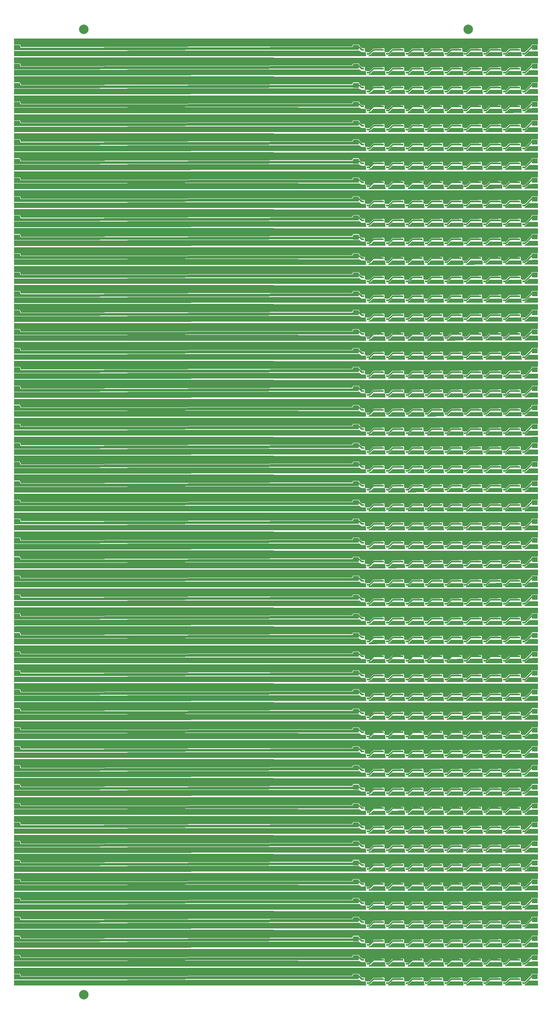
<source format=gtl>
G04 #@! TF.GenerationSoftware,KiCad,Pcbnew,7.0.2-6a45011f42~172~ubuntu22.04.1*
G04 #@! TF.CreationDate,2023-07-04T08:02:55+08:00*
G04 #@! TF.ProjectId,panel_50_1,70616e65-6c5f-4353-905f-312e6b696361,rev?*
G04 #@! TF.SameCoordinates,Original*
G04 #@! TF.FileFunction,Copper,L1,Top*
G04 #@! TF.FilePolarity,Positive*
%FSLAX46Y46*%
G04 Gerber Fmt 4.6, Leading zero omitted, Abs format (unit mm)*
G04 Created by KiCad (PCBNEW 7.0.2-6a45011f42~172~ubuntu22.04.1) date 2023-07-04 08:02:55*
%MOMM*%
%LPD*%
G01*
G04 APERTURE LIST*
G04 #@! TA.AperFunction,SMDPad,CuDef*
%ADD10R,0.450000X0.450000*%
G04 #@! TD*
G04 #@! TA.AperFunction,ComponentPad*
%ADD11R,1.200000X1.000000*%
G04 #@! TD*
G04 #@! TA.AperFunction,SMDPad,CuDef*
%ADD12C,2.000000*%
G04 #@! TD*
G04 #@! TA.AperFunction,ViaPad*
%ADD13C,0.450000*%
G04 #@! TD*
G04 #@! TA.AperFunction,Conductor*
%ADD14C,0.300000*%
G04 #@! TD*
G04 APERTURE END LIST*
D10*
G04 #@! TO.P,U5,1,DOUT*
G04 #@! TO.N,Board_7-Net-(U5-DOUT)*
X91321834Y-36530000D03*
G04 #@! TO.P,U5,2,VDD*
G04 #@! TO.N,Board_7-+3V3*
X90471834Y-36530000D03*
G04 #@! TO.P,U5,3,GND*
G04 #@! TO.N,Board_7-GND*
X91321834Y-35680000D03*
G04 #@! TO.P,U5,4,DIN*
G04 #@! TO.N,Board_7-Net-(U4-DOUT)*
X90471834Y-35680000D03*
G04 #@! TD*
G04 #@! TO.P,U7,1,DOUT*
G04 #@! TO.N,Board_7-Net-(U7-DOUT)*
X99549176Y-36530000D03*
G04 #@! TO.P,U7,2,VDD*
G04 #@! TO.N,Board_7-+3V3*
X98699176Y-36530000D03*
G04 #@! TO.P,U7,3,GND*
G04 #@! TO.N,Board_7-GND*
X99549176Y-35680000D03*
G04 #@! TO.P,U7,4,DIN*
G04 #@! TO.N,Board_7-Net-(U6-DOUT)*
X98699176Y-35680000D03*
G04 #@! TD*
D11*
G04 #@! TO.P,J3,1,Pin_1*
G04 #@! TO.N,Board_27-LED_DATA*
X72470000Y-115205000D03*
G04 #@! TD*
D10*
G04 #@! TO.P,U6,1,DOUT*
G04 #@! TO.N,Board_6-Net-(U6-DOUT)*
X95435505Y-32530000D03*
G04 #@! TO.P,U6,2,VDD*
G04 #@! TO.N,Board_6-+3V3*
X94585505Y-32530000D03*
G04 #@! TO.P,U6,3,GND*
G04 #@! TO.N,Board_6-GND*
X95435505Y-31680000D03*
G04 #@! TO.P,U6,4,DIN*
G04 #@! TO.N,Board_6-Net-(U5-DOUT)*
X94585505Y-31680000D03*
G04 #@! TD*
D11*
G04 #@! TO.P,J8,1,Pin_1*
G04 #@! TO.N,Board_35-GND*
X823163Y-145880000D03*
G04 #@! TD*
D10*
G04 #@! TO.P,U9,1,DOUT*
G04 #@! TO.N,Board_10-LED_OUT*
X107776522Y-48530000D03*
G04 #@! TO.P,U9,2,VDD*
G04 #@! TO.N,Board_10-+3V3*
X106926522Y-48530000D03*
G04 #@! TO.P,U9,3,GND*
G04 #@! TO.N,Board_10-GND*
X107776522Y-47680000D03*
G04 #@! TO.P,U9,4,DIN*
G04 #@! TO.N,Board_10-Net-(U8-DOUT)*
X106926522Y-47680000D03*
G04 #@! TD*
D11*
G04 #@! TO.P,J6,1,Pin_1*
G04 #@! TO.N,Board_34-GND*
X110240000Y-141875000D03*
G04 #@! TD*
G04 #@! TO.P,J3,1,Pin_1*
G04 #@! TO.N,Board_12-LED_DATA*
X72470000Y-55205000D03*
G04 #@! TD*
G04 #@! TO.P,J7,1,Pin_1*
G04 #@! TO.N,Board_16-+3V3*
X823163Y-72530000D03*
G04 #@! TD*
G04 #@! TO.P,J3,1,Pin_1*
G04 #@! TO.N,Board_28-LED_DATA*
X72470000Y-119205000D03*
G04 #@! TD*
D10*
G04 #@! TO.P,U9,1,DOUT*
G04 #@! TO.N,Board_21-LED_OUT*
X107776522Y-92530000D03*
G04 #@! TO.P,U9,2,VDD*
G04 #@! TO.N,Board_21-+3V3*
X106926522Y-92530000D03*
G04 #@! TO.P,U9,3,GND*
G04 #@! TO.N,Board_21-GND*
X107776522Y-91680000D03*
G04 #@! TO.P,U9,4,DIN*
G04 #@! TO.N,Board_21-Net-(U8-DOUT)*
X106926522Y-91680000D03*
G04 #@! TD*
D11*
G04 #@! TO.P,J2,1,Pin_1*
G04 #@! TO.N,Board_0-GND*
X72470000Y-5880000D03*
G04 #@! TD*
G04 #@! TO.P,J2,1,Pin_1*
G04 #@! TO.N,Board_24-GND*
X72470000Y-101880000D03*
G04 #@! TD*
G04 #@! TO.P,J2,1,Pin_1*
G04 #@! TO.N,Board_29-GND*
X72470000Y-121880000D03*
G04 #@! TD*
G04 #@! TO.P,J2,1,Pin_1*
G04 #@! TO.N,Board_6-GND*
X72470000Y-29880000D03*
G04 #@! TD*
D10*
G04 #@! TO.P,U1,1,DOUT*
G04 #@! TO.N,Board_4-Net-(U1-DOUT)*
X74867150Y-24530000D03*
G04 #@! TO.P,U1,2,VDD*
G04 #@! TO.N,Board_4-+3V3*
X74017150Y-24530000D03*
G04 #@! TO.P,U1,3,GND*
G04 #@! TO.N,Board_4-GND*
X74867150Y-23680000D03*
G04 #@! TO.P,U1,4,DIN*
G04 #@! TO.N,Board_4-LED_DATA*
X74017150Y-23680000D03*
G04 #@! TD*
D11*
G04 #@! TO.P,J9,1,Pin_1*
G04 #@! TO.N,Board_34-LED_DATA*
X823163Y-143205000D03*
G04 #@! TD*
D10*
G04 #@! TO.P,U7,1,DOUT*
G04 #@! TO.N,Board_17-Net-(U7-DOUT)*
X99549176Y-76530000D03*
G04 #@! TO.P,U7,2,VDD*
G04 #@! TO.N,Board_17-+3V3*
X98699176Y-76530000D03*
G04 #@! TO.P,U7,3,GND*
G04 #@! TO.N,Board_17-GND*
X99549176Y-75680000D03*
G04 #@! TO.P,U7,4,DIN*
G04 #@! TO.N,Board_17-Net-(U6-DOUT)*
X98699176Y-75680000D03*
G04 #@! TD*
G04 #@! TO.P,U3,1,DOUT*
G04 #@! TO.N,Board_17-Net-(U3-DOUT)*
X83094492Y-76530000D03*
G04 #@! TO.P,U3,2,VDD*
G04 #@! TO.N,Board_17-+3V3*
X82244492Y-76530000D03*
G04 #@! TO.P,U3,3,GND*
G04 #@! TO.N,Board_17-GND*
X83094492Y-75680000D03*
G04 #@! TO.P,U3,4,DIN*
G04 #@! TO.N,Board_17-Net-(U2-DOUT)*
X82244492Y-75680000D03*
G04 #@! TD*
D11*
G04 #@! TO.P,J1,1,Pin_1*
G04 #@! TO.N,Board_1-+3V3*
X72470000Y-12530000D03*
G04 #@! TD*
D10*
G04 #@! TO.P,U2,1,DOUT*
G04 #@! TO.N,Board_5-Net-(U2-DOUT)*
X78980821Y-28530000D03*
G04 #@! TO.P,U2,2,VDD*
G04 #@! TO.N,Board_5-+3V3*
X78130821Y-28530000D03*
G04 #@! TO.P,U2,3,GND*
G04 #@! TO.N,Board_5-GND*
X78980821Y-27680000D03*
G04 #@! TO.P,U2,4,DIN*
G04 #@! TO.N,Board_5-Net-(U1-DOUT)*
X78130821Y-27680000D03*
G04 #@! TD*
G04 #@! TO.P,U6,1,DOUT*
G04 #@! TO.N,Board_43-Net-(U6-DOUT)*
X95435505Y-180530000D03*
G04 #@! TO.P,U6,2,VDD*
G04 #@! TO.N,Board_43-+3V3*
X94585505Y-180530000D03*
G04 #@! TO.P,U6,3,GND*
G04 #@! TO.N,Board_43-GND*
X95435505Y-179680000D03*
G04 #@! TO.P,U6,4,DIN*
G04 #@! TO.N,Board_43-Net-(U5-DOUT)*
X94585505Y-179680000D03*
G04 #@! TD*
D11*
G04 #@! TO.P,J3,1,Pin_1*
G04 #@! TO.N,Board_22-LED_DATA*
X72470000Y-95205000D03*
G04 #@! TD*
D10*
G04 #@! TO.P,U4,1,DOUT*
G04 #@! TO.N,Board_15-Net-(U4-DOUT)*
X87208163Y-68530000D03*
G04 #@! TO.P,U4,2,VDD*
G04 #@! TO.N,Board_15-+3V3*
X86358163Y-68530000D03*
G04 #@! TO.P,U4,3,GND*
G04 #@! TO.N,Board_15-GND*
X87208163Y-67680000D03*
G04 #@! TO.P,U4,4,DIN*
G04 #@! TO.N,Board_15-Net-(U3-DOUT)*
X86358163Y-67680000D03*
G04 #@! TD*
D11*
G04 #@! TO.P,J1,1,Pin_1*
G04 #@! TO.N,Board_29-+3V3*
X72470000Y-124530000D03*
G04 #@! TD*
D10*
G04 #@! TO.P,U3,1,DOUT*
G04 #@! TO.N,Board_24-Net-(U3-DOUT)*
X83094492Y-104530000D03*
G04 #@! TO.P,U3,2,VDD*
G04 #@! TO.N,Board_24-+3V3*
X82244492Y-104530000D03*
G04 #@! TO.P,U3,3,GND*
G04 #@! TO.N,Board_24-GND*
X83094492Y-103680000D03*
G04 #@! TO.P,U3,4,DIN*
G04 #@! TO.N,Board_24-Net-(U2-DOUT)*
X82244492Y-103680000D03*
G04 #@! TD*
G04 #@! TO.P,U9,1,DOUT*
G04 #@! TO.N,Board_19-LED_OUT*
X107776522Y-84530000D03*
G04 #@! TO.P,U9,2,VDD*
G04 #@! TO.N,Board_19-+3V3*
X106926522Y-84530000D03*
G04 #@! TO.P,U9,3,GND*
G04 #@! TO.N,Board_19-GND*
X107776522Y-83680000D03*
G04 #@! TO.P,U9,4,DIN*
G04 #@! TO.N,Board_19-Net-(U8-DOUT)*
X106926522Y-83680000D03*
G04 #@! TD*
G04 #@! TO.P,U7,1,DOUT*
G04 #@! TO.N,Board_15-Net-(U7-DOUT)*
X99549176Y-68530000D03*
G04 #@! TO.P,U7,2,VDD*
G04 #@! TO.N,Board_15-+3V3*
X98699176Y-68530000D03*
G04 #@! TO.P,U7,3,GND*
G04 #@! TO.N,Board_15-GND*
X99549176Y-67680000D03*
G04 #@! TO.P,U7,4,DIN*
G04 #@! TO.N,Board_15-Net-(U6-DOUT)*
X98699176Y-67680000D03*
G04 #@! TD*
G04 #@! TO.P,U2,1,DOUT*
G04 #@! TO.N,Board_2-Net-(U2-DOUT)*
X78980821Y-16530000D03*
G04 #@! TO.P,U2,2,VDD*
G04 #@! TO.N,Board_2-+3V3*
X78130821Y-16530000D03*
G04 #@! TO.P,U2,3,GND*
G04 #@! TO.N,Board_2-GND*
X78980821Y-15680000D03*
G04 #@! TO.P,U2,4,DIN*
G04 #@! TO.N,Board_2-Net-(U1-DOUT)*
X78130821Y-15680000D03*
G04 #@! TD*
G04 #@! TO.P,U7,1,DOUT*
G04 #@! TO.N,Board_45-Net-(U7-DOUT)*
X99549176Y-188530000D03*
G04 #@! TO.P,U7,2,VDD*
G04 #@! TO.N,Board_45-+3V3*
X98699176Y-188530000D03*
G04 #@! TO.P,U7,3,GND*
G04 #@! TO.N,Board_45-GND*
X99549176Y-187680000D03*
G04 #@! TO.P,U7,4,DIN*
G04 #@! TO.N,Board_45-Net-(U6-DOUT)*
X98699176Y-187680000D03*
G04 #@! TD*
D11*
G04 #@! TO.P,J6,1,Pin_1*
G04 #@! TO.N,Board_7-GND*
X110240000Y-33875000D03*
G04 #@! TD*
G04 #@! TO.P,J1,1,Pin_1*
G04 #@! TO.N,Board_35-+3V3*
X72470000Y-148530000D03*
G04 #@! TD*
G04 #@! TO.P,J9,1,Pin_1*
G04 #@! TO.N,Board_37-LED_DATA*
X823163Y-155205000D03*
G04 #@! TD*
D10*
G04 #@! TO.P,U6,1,DOUT*
G04 #@! TO.N,Board_16-Net-(U6-DOUT)*
X95435505Y-72530000D03*
G04 #@! TO.P,U6,2,VDD*
G04 #@! TO.N,Board_16-+3V3*
X94585505Y-72530000D03*
G04 #@! TO.P,U6,3,GND*
G04 #@! TO.N,Board_16-GND*
X95435505Y-71680000D03*
G04 #@! TO.P,U6,4,DIN*
G04 #@! TO.N,Board_16-Net-(U5-DOUT)*
X94585505Y-71680000D03*
G04 #@! TD*
D11*
G04 #@! TO.P,J4,1,Pin_1*
G04 #@! TO.N,Board_21-LED_OUT*
X110240000Y-91200000D03*
G04 #@! TD*
G04 #@! TO.P,J2,1,Pin_1*
G04 #@! TO.N,Board_33-GND*
X72470000Y-137880000D03*
G04 #@! TD*
G04 #@! TO.P,J1,1,Pin_1*
G04 #@! TO.N,Board_36-+3V3*
X72470000Y-152530000D03*
G04 #@! TD*
D10*
G04 #@! TO.P,U2,1,DOUT*
G04 #@! TO.N,Board_9-Net-(U2-DOUT)*
X78980821Y-44530000D03*
G04 #@! TO.P,U2,2,VDD*
G04 #@! TO.N,Board_9-+3V3*
X78130821Y-44530000D03*
G04 #@! TO.P,U2,3,GND*
G04 #@! TO.N,Board_9-GND*
X78980821Y-43680000D03*
G04 #@! TO.P,U2,4,DIN*
G04 #@! TO.N,Board_9-Net-(U1-DOUT)*
X78130821Y-43680000D03*
G04 #@! TD*
G04 #@! TO.P,U1,1,DOUT*
G04 #@! TO.N,Board_24-Net-(U1-DOUT)*
X74867150Y-104530000D03*
G04 #@! TO.P,U1,2,VDD*
G04 #@! TO.N,Board_24-+3V3*
X74017150Y-104530000D03*
G04 #@! TO.P,U1,3,GND*
G04 #@! TO.N,Board_24-GND*
X74867150Y-103680000D03*
G04 #@! TO.P,U1,4,DIN*
G04 #@! TO.N,Board_24-LED_DATA*
X74017150Y-103680000D03*
G04 #@! TD*
D11*
G04 #@! TO.P,J6,1,Pin_1*
G04 #@! TO.N,Board_39-GND*
X110240000Y-161875000D03*
G04 #@! TD*
G04 #@! TO.P,J7,1,Pin_1*
G04 #@! TO.N,Board_14-+3V3*
X823163Y-64530000D03*
G04 #@! TD*
D10*
G04 #@! TO.P,U7,1,DOUT*
G04 #@! TO.N,Board_10-Net-(U7-DOUT)*
X99549176Y-48530000D03*
G04 #@! TO.P,U7,2,VDD*
G04 #@! TO.N,Board_10-+3V3*
X98699176Y-48530000D03*
G04 #@! TO.P,U7,3,GND*
G04 #@! TO.N,Board_10-GND*
X99549176Y-47680000D03*
G04 #@! TO.P,U7,4,DIN*
G04 #@! TO.N,Board_10-Net-(U6-DOUT)*
X98699176Y-47680000D03*
G04 #@! TD*
G04 #@! TO.P,U1,1,DOUT*
G04 #@! TO.N,Board_23-Net-(U1-DOUT)*
X74867150Y-100530000D03*
G04 #@! TO.P,U1,2,VDD*
G04 #@! TO.N,Board_23-+3V3*
X74017150Y-100530000D03*
G04 #@! TO.P,U1,3,GND*
G04 #@! TO.N,Board_23-GND*
X74867150Y-99680000D03*
G04 #@! TO.P,U1,4,DIN*
G04 #@! TO.N,Board_23-LED_DATA*
X74017150Y-99680000D03*
G04 #@! TD*
D11*
G04 #@! TO.P,J6,1,Pin_1*
G04 #@! TO.N,Board_47-GND*
X110240000Y-193875000D03*
G04 #@! TD*
G04 #@! TO.P,J2,1,Pin_1*
G04 #@! TO.N,Board_45-GND*
X72470000Y-185880000D03*
G04 #@! TD*
G04 #@! TO.P,J8,1,Pin_1*
G04 #@! TO.N,Board_3-GND*
X823163Y-17880000D03*
G04 #@! TD*
G04 #@! TO.P,J8,1,Pin_1*
G04 #@! TO.N,Board_40-GND*
X823163Y-165880000D03*
G04 #@! TD*
D10*
G04 #@! TO.P,U6,1,DOUT*
G04 #@! TO.N,Board_45-Net-(U6-DOUT)*
X95435505Y-188530000D03*
G04 #@! TO.P,U6,2,VDD*
G04 #@! TO.N,Board_45-+3V3*
X94585505Y-188530000D03*
G04 #@! TO.P,U6,3,GND*
G04 #@! TO.N,Board_45-GND*
X95435505Y-187680000D03*
G04 #@! TO.P,U6,4,DIN*
G04 #@! TO.N,Board_45-Net-(U5-DOUT)*
X94585505Y-187680000D03*
G04 #@! TD*
G04 #@! TO.P,U1,1,DOUT*
G04 #@! TO.N,Board_14-Net-(U1-DOUT)*
X74867150Y-64530000D03*
G04 #@! TO.P,U1,2,VDD*
G04 #@! TO.N,Board_14-+3V3*
X74017150Y-64530000D03*
G04 #@! TO.P,U1,3,GND*
G04 #@! TO.N,Board_14-GND*
X74867150Y-63680000D03*
G04 #@! TO.P,U1,4,DIN*
G04 #@! TO.N,Board_14-LED_DATA*
X74017150Y-63680000D03*
G04 #@! TD*
G04 #@! TO.P,U9,1,DOUT*
G04 #@! TO.N,Board_48-LED_OUT*
X107776522Y-200530000D03*
G04 #@! TO.P,U9,2,VDD*
G04 #@! TO.N,Board_48-+3V3*
X106926522Y-200530000D03*
G04 #@! TO.P,U9,3,GND*
G04 #@! TO.N,Board_48-GND*
X107776522Y-199680000D03*
G04 #@! TO.P,U9,4,DIN*
G04 #@! TO.N,Board_48-Net-(U8-DOUT)*
X106926522Y-199680000D03*
G04 #@! TD*
G04 #@! TO.P,U8,1,DOUT*
G04 #@! TO.N,Board_5-Net-(U8-DOUT)*
X103662847Y-28530000D03*
G04 #@! TO.P,U8,2,VDD*
G04 #@! TO.N,Board_5-+3V3*
X102812847Y-28530000D03*
G04 #@! TO.P,U8,3,GND*
G04 #@! TO.N,Board_5-GND*
X103662847Y-27680000D03*
G04 #@! TO.P,U8,4,DIN*
G04 #@! TO.N,Board_5-Net-(U7-DOUT)*
X102812847Y-27680000D03*
G04 #@! TD*
D11*
G04 #@! TO.P,J2,1,Pin_1*
G04 #@! TO.N,Board_11-GND*
X72470000Y-49880000D03*
G04 #@! TD*
D10*
G04 #@! TO.P,U9,1,DOUT*
G04 #@! TO.N,Board_7-LED_OUT*
X107776522Y-36530000D03*
G04 #@! TO.P,U9,2,VDD*
G04 #@! TO.N,Board_7-+3V3*
X106926522Y-36530000D03*
G04 #@! TO.P,U9,3,GND*
G04 #@! TO.N,Board_7-GND*
X107776522Y-35680000D03*
G04 #@! TO.P,U9,4,DIN*
G04 #@! TO.N,Board_7-Net-(U8-DOUT)*
X106926522Y-35680000D03*
G04 #@! TD*
G04 #@! TO.P,U9,1,DOUT*
G04 #@! TO.N,Board_20-LED_OUT*
X107776522Y-88530000D03*
G04 #@! TO.P,U9,2,VDD*
G04 #@! TO.N,Board_20-+3V3*
X106926522Y-88530000D03*
G04 #@! TO.P,U9,3,GND*
G04 #@! TO.N,Board_20-GND*
X107776522Y-87680000D03*
G04 #@! TO.P,U9,4,DIN*
G04 #@! TO.N,Board_20-Net-(U8-DOUT)*
X106926522Y-87680000D03*
G04 #@! TD*
D11*
G04 #@! TO.P,J6,1,Pin_1*
G04 #@! TO.N,Board_11-GND*
X110240000Y-49875000D03*
G04 #@! TD*
D10*
G04 #@! TO.P,U6,1,DOUT*
G04 #@! TO.N,Board_49-Net-(U6-DOUT)*
X95435505Y-204530000D03*
G04 #@! TO.P,U6,2,VDD*
G04 #@! TO.N,Board_49-+3V3*
X94585505Y-204530000D03*
G04 #@! TO.P,U6,3,GND*
G04 #@! TO.N,Board_49-GND*
X95435505Y-203680000D03*
G04 #@! TO.P,U6,4,DIN*
G04 #@! TO.N,Board_49-Net-(U5-DOUT)*
X94585505Y-203680000D03*
G04 #@! TD*
D11*
G04 #@! TO.P,J6,1,Pin_1*
G04 #@! TO.N,Board_21-GND*
X110240000Y-89875000D03*
G04 #@! TD*
G04 #@! TO.P,J8,1,Pin_1*
G04 #@! TO.N,Board_15-GND*
X823163Y-65880000D03*
G04 #@! TD*
D10*
G04 #@! TO.P,U2,1,DOUT*
G04 #@! TO.N,Board_31-Net-(U2-DOUT)*
X78980821Y-132530000D03*
G04 #@! TO.P,U2,2,VDD*
G04 #@! TO.N,Board_31-+3V3*
X78130821Y-132530000D03*
G04 #@! TO.P,U2,3,GND*
G04 #@! TO.N,Board_31-GND*
X78980821Y-131680000D03*
G04 #@! TO.P,U2,4,DIN*
G04 #@! TO.N,Board_31-Net-(U1-DOUT)*
X78130821Y-131680000D03*
G04 #@! TD*
G04 #@! TO.P,U6,1,DOUT*
G04 #@! TO.N,Board_9-Net-(U6-DOUT)*
X95435505Y-44530000D03*
G04 #@! TO.P,U6,2,VDD*
G04 #@! TO.N,Board_9-+3V3*
X94585505Y-44530000D03*
G04 #@! TO.P,U6,3,GND*
G04 #@! TO.N,Board_9-GND*
X95435505Y-43680000D03*
G04 #@! TO.P,U6,4,DIN*
G04 #@! TO.N,Board_9-Net-(U5-DOUT)*
X94585505Y-43680000D03*
G04 #@! TD*
D11*
G04 #@! TO.P,J8,1,Pin_1*
G04 #@! TO.N,Board_46-GND*
X823163Y-189880000D03*
G04 #@! TD*
D10*
G04 #@! TO.P,U2,1,DOUT*
G04 #@! TO.N,Board_13-Net-(U2-DOUT)*
X78980821Y-60530000D03*
G04 #@! TO.P,U2,2,VDD*
G04 #@! TO.N,Board_13-+3V3*
X78130821Y-60530000D03*
G04 #@! TO.P,U2,3,GND*
G04 #@! TO.N,Board_13-GND*
X78980821Y-59680000D03*
G04 #@! TO.P,U2,4,DIN*
G04 #@! TO.N,Board_13-Net-(U1-DOUT)*
X78130821Y-59680000D03*
G04 #@! TD*
G04 #@! TO.P,U1,1,DOUT*
G04 #@! TO.N,Board_37-Net-(U1-DOUT)*
X74867150Y-156530000D03*
G04 #@! TO.P,U1,2,VDD*
G04 #@! TO.N,Board_37-+3V3*
X74017150Y-156530000D03*
G04 #@! TO.P,U1,3,GND*
G04 #@! TO.N,Board_37-GND*
X74867150Y-155680000D03*
G04 #@! TO.P,U1,4,DIN*
G04 #@! TO.N,Board_37-LED_DATA*
X74017150Y-155680000D03*
G04 #@! TD*
D11*
G04 #@! TO.P,J6,1,Pin_1*
G04 #@! TO.N,Board_20-GND*
X110240000Y-85875000D03*
G04 #@! TD*
D10*
G04 #@! TO.P,U1,1,DOUT*
G04 #@! TO.N,Board_32-Net-(U1-DOUT)*
X74867150Y-136530000D03*
G04 #@! TO.P,U1,2,VDD*
G04 #@! TO.N,Board_32-+3V3*
X74017150Y-136530000D03*
G04 #@! TO.P,U1,3,GND*
G04 #@! TO.N,Board_32-GND*
X74867150Y-135680000D03*
G04 #@! TO.P,U1,4,DIN*
G04 #@! TO.N,Board_32-LED_DATA*
X74017150Y-135680000D03*
G04 #@! TD*
G04 #@! TO.P,U4,1,DOUT*
G04 #@! TO.N,Board_4-Net-(U4-DOUT)*
X87208163Y-24530000D03*
G04 #@! TO.P,U4,2,VDD*
G04 #@! TO.N,Board_4-+3V3*
X86358163Y-24530000D03*
G04 #@! TO.P,U4,3,GND*
G04 #@! TO.N,Board_4-GND*
X87208163Y-23680000D03*
G04 #@! TO.P,U4,4,DIN*
G04 #@! TO.N,Board_4-Net-(U3-DOUT)*
X86358163Y-23680000D03*
G04 #@! TD*
D11*
G04 #@! TO.P,J3,1,Pin_1*
G04 #@! TO.N,Board_39-LED_DATA*
X72470000Y-163205000D03*
G04 #@! TD*
G04 #@! TO.P,J6,1,Pin_1*
G04 #@! TO.N,Board_26-GND*
X110240000Y-109875000D03*
G04 #@! TD*
D10*
G04 #@! TO.P,U2,1,DOUT*
G04 #@! TO.N,Board_16-Net-(U2-DOUT)*
X78980821Y-72530000D03*
G04 #@! TO.P,U2,2,VDD*
G04 #@! TO.N,Board_16-+3V3*
X78130821Y-72530000D03*
G04 #@! TO.P,U2,3,GND*
G04 #@! TO.N,Board_16-GND*
X78980821Y-71680000D03*
G04 #@! TO.P,U2,4,DIN*
G04 #@! TO.N,Board_16-Net-(U1-DOUT)*
X78130821Y-71680000D03*
G04 #@! TD*
D11*
G04 #@! TO.P,J5,1,Pin_1*
G04 #@! TO.N,Board_21-+3V3*
X110240000Y-92525000D03*
G04 #@! TD*
G04 #@! TO.P,J6,1,Pin_1*
G04 #@! TO.N,Board_8-GND*
X110240000Y-37875000D03*
G04 #@! TD*
D10*
G04 #@! TO.P,U2,1,DOUT*
G04 #@! TO.N,Board_14-Net-(U2-DOUT)*
X78980821Y-64530000D03*
G04 #@! TO.P,U2,2,VDD*
G04 #@! TO.N,Board_14-+3V3*
X78130821Y-64530000D03*
G04 #@! TO.P,U2,3,GND*
G04 #@! TO.N,Board_14-GND*
X78980821Y-63680000D03*
G04 #@! TO.P,U2,4,DIN*
G04 #@! TO.N,Board_14-Net-(U1-DOUT)*
X78130821Y-63680000D03*
G04 #@! TD*
G04 #@! TO.P,U3,1,DOUT*
G04 #@! TO.N,Board_41-Net-(U3-DOUT)*
X83094492Y-172530000D03*
G04 #@! TO.P,U3,2,VDD*
G04 #@! TO.N,Board_41-+3V3*
X82244492Y-172530000D03*
G04 #@! TO.P,U3,3,GND*
G04 #@! TO.N,Board_41-GND*
X83094492Y-171680000D03*
G04 #@! TO.P,U3,4,DIN*
G04 #@! TO.N,Board_41-Net-(U2-DOUT)*
X82244492Y-171680000D03*
G04 #@! TD*
G04 #@! TO.P,U2,1,DOUT*
G04 #@! TO.N,Board_36-Net-(U2-DOUT)*
X78980821Y-152530000D03*
G04 #@! TO.P,U2,2,VDD*
G04 #@! TO.N,Board_36-+3V3*
X78130821Y-152530000D03*
G04 #@! TO.P,U2,3,GND*
G04 #@! TO.N,Board_36-GND*
X78980821Y-151680000D03*
G04 #@! TO.P,U2,4,DIN*
G04 #@! TO.N,Board_36-Net-(U1-DOUT)*
X78130821Y-151680000D03*
G04 #@! TD*
G04 #@! TO.P,U3,1,DOUT*
G04 #@! TO.N,Board_49-Net-(U3-DOUT)*
X83094492Y-204530000D03*
G04 #@! TO.P,U3,2,VDD*
G04 #@! TO.N,Board_49-+3V3*
X82244492Y-204530000D03*
G04 #@! TO.P,U3,3,GND*
G04 #@! TO.N,Board_49-GND*
X83094492Y-203680000D03*
G04 #@! TO.P,U3,4,DIN*
G04 #@! TO.N,Board_49-Net-(U2-DOUT)*
X82244492Y-203680000D03*
G04 #@! TD*
G04 #@! TO.P,U8,1,DOUT*
G04 #@! TO.N,Board_20-Net-(U8-DOUT)*
X103662847Y-88530000D03*
G04 #@! TO.P,U8,2,VDD*
G04 #@! TO.N,Board_20-+3V3*
X102812847Y-88530000D03*
G04 #@! TO.P,U8,3,GND*
G04 #@! TO.N,Board_20-GND*
X103662847Y-87680000D03*
G04 #@! TO.P,U8,4,DIN*
G04 #@! TO.N,Board_20-Net-(U7-DOUT)*
X102812847Y-87680000D03*
G04 #@! TD*
D11*
G04 #@! TO.P,J9,1,Pin_1*
G04 #@! TO.N,Board_20-LED_DATA*
X823163Y-87205000D03*
G04 #@! TD*
D10*
G04 #@! TO.P,U1,1,DOUT*
G04 #@! TO.N,Board_15-Net-(U1-DOUT)*
X74867150Y-68530000D03*
G04 #@! TO.P,U1,2,VDD*
G04 #@! TO.N,Board_15-+3V3*
X74017150Y-68530000D03*
G04 #@! TO.P,U1,3,GND*
G04 #@! TO.N,Board_15-GND*
X74867150Y-67680000D03*
G04 #@! TO.P,U1,4,DIN*
G04 #@! TO.N,Board_15-LED_DATA*
X74017150Y-67680000D03*
G04 #@! TD*
G04 #@! TO.P,U6,1,DOUT*
G04 #@! TO.N,Board_2-Net-(U6-DOUT)*
X95435505Y-16530000D03*
G04 #@! TO.P,U6,2,VDD*
G04 #@! TO.N,Board_2-+3V3*
X94585505Y-16530000D03*
G04 #@! TO.P,U6,3,GND*
G04 #@! TO.N,Board_2-GND*
X95435505Y-15680000D03*
G04 #@! TO.P,U6,4,DIN*
G04 #@! TO.N,Board_2-Net-(U5-DOUT)*
X94585505Y-15680000D03*
G04 #@! TD*
D11*
G04 #@! TO.P,J4,1,Pin_1*
G04 #@! TO.N,Board_14-LED_OUT*
X110240000Y-63200000D03*
G04 #@! TD*
D10*
G04 #@! TO.P,U9,1,DOUT*
G04 #@! TO.N,Board_12-LED_OUT*
X107776522Y-56530000D03*
G04 #@! TO.P,U9,2,VDD*
G04 #@! TO.N,Board_12-+3V3*
X106926522Y-56530000D03*
G04 #@! TO.P,U9,3,GND*
G04 #@! TO.N,Board_12-GND*
X107776522Y-55680000D03*
G04 #@! TO.P,U9,4,DIN*
G04 #@! TO.N,Board_12-Net-(U8-DOUT)*
X106926522Y-55680000D03*
G04 #@! TD*
D11*
G04 #@! TO.P,J8,1,Pin_1*
G04 #@! TO.N,Board_1-GND*
X823163Y-9880000D03*
G04 #@! TD*
D10*
G04 #@! TO.P,U9,1,DOUT*
G04 #@! TO.N,Board_24-LED_OUT*
X107776522Y-104530000D03*
G04 #@! TO.P,U9,2,VDD*
G04 #@! TO.N,Board_24-+3V3*
X106926522Y-104530000D03*
G04 #@! TO.P,U9,3,GND*
G04 #@! TO.N,Board_24-GND*
X107776522Y-103680000D03*
G04 #@! TO.P,U9,4,DIN*
G04 #@! TO.N,Board_24-Net-(U8-DOUT)*
X106926522Y-103680000D03*
G04 #@! TD*
D11*
G04 #@! TO.P,J6,1,Pin_1*
G04 #@! TO.N,Board_32-GND*
X110240000Y-133875000D03*
G04 #@! TD*
G04 #@! TO.P,J8,1,Pin_1*
G04 #@! TO.N,Board_18-GND*
X823163Y-77880000D03*
G04 #@! TD*
D10*
G04 #@! TO.P,U1,1,DOUT*
G04 #@! TO.N,Board_42-Net-(U1-DOUT)*
X74867150Y-176530000D03*
G04 #@! TO.P,U1,2,VDD*
G04 #@! TO.N,Board_42-+3V3*
X74017150Y-176530000D03*
G04 #@! TO.P,U1,3,GND*
G04 #@! TO.N,Board_42-GND*
X74867150Y-175680000D03*
G04 #@! TO.P,U1,4,DIN*
G04 #@! TO.N,Board_42-LED_DATA*
X74017150Y-175680000D03*
G04 #@! TD*
D11*
G04 #@! TO.P,J5,1,Pin_1*
G04 #@! TO.N,Board_44-+3V3*
X110240000Y-184525000D03*
G04 #@! TD*
D10*
G04 #@! TO.P,U5,1,DOUT*
G04 #@! TO.N,Board_1-Net-(U5-DOUT)*
X91321834Y-12530000D03*
G04 #@! TO.P,U5,2,VDD*
G04 #@! TO.N,Board_1-+3V3*
X90471834Y-12530000D03*
G04 #@! TO.P,U5,3,GND*
G04 #@! TO.N,Board_1-GND*
X91321834Y-11680000D03*
G04 #@! TO.P,U5,4,DIN*
G04 #@! TO.N,Board_1-Net-(U4-DOUT)*
X90471834Y-11680000D03*
G04 #@! TD*
G04 #@! TO.P,U6,1,DOUT*
G04 #@! TO.N,Board_8-Net-(U6-DOUT)*
X95435505Y-40530000D03*
G04 #@! TO.P,U6,2,VDD*
G04 #@! TO.N,Board_8-+3V3*
X94585505Y-40530000D03*
G04 #@! TO.P,U6,3,GND*
G04 #@! TO.N,Board_8-GND*
X95435505Y-39680000D03*
G04 #@! TO.P,U6,4,DIN*
G04 #@! TO.N,Board_8-Net-(U5-DOUT)*
X94585505Y-39680000D03*
G04 #@! TD*
G04 #@! TO.P,U3,1,DOUT*
G04 #@! TO.N,Board_31-Net-(U3-DOUT)*
X83094492Y-132530000D03*
G04 #@! TO.P,U3,2,VDD*
G04 #@! TO.N,Board_31-+3V3*
X82244492Y-132530000D03*
G04 #@! TO.P,U3,3,GND*
G04 #@! TO.N,Board_31-GND*
X83094492Y-131680000D03*
G04 #@! TO.P,U3,4,DIN*
G04 #@! TO.N,Board_31-Net-(U2-DOUT)*
X82244492Y-131680000D03*
G04 #@! TD*
D11*
G04 #@! TO.P,J7,1,Pin_1*
G04 #@! TO.N,Board_20-+3V3*
X823163Y-88530000D03*
G04 #@! TD*
G04 #@! TO.P,J5,1,Pin_1*
G04 #@! TO.N,Board_27-+3V3*
X110240000Y-116525000D03*
G04 #@! TD*
G04 #@! TO.P,J1,1,Pin_1*
G04 #@! TO.N,Board_11-+3V3*
X72470000Y-52530000D03*
G04 #@! TD*
G04 #@! TO.P,J7,1,Pin_1*
G04 #@! TO.N,Board_49-+3V3*
X823163Y-204530000D03*
G04 #@! TD*
D10*
G04 #@! TO.P,U7,1,DOUT*
G04 #@! TO.N,Board_41-Net-(U7-DOUT)*
X99549176Y-172530000D03*
G04 #@! TO.P,U7,2,VDD*
G04 #@! TO.N,Board_41-+3V3*
X98699176Y-172530000D03*
G04 #@! TO.P,U7,3,GND*
G04 #@! TO.N,Board_41-GND*
X99549176Y-171680000D03*
G04 #@! TO.P,U7,4,DIN*
G04 #@! TO.N,Board_41-Net-(U6-DOUT)*
X98699176Y-171680000D03*
G04 #@! TD*
G04 #@! TO.P,U3,1,DOUT*
G04 #@! TO.N,Board_43-Net-(U3-DOUT)*
X83094492Y-180530000D03*
G04 #@! TO.P,U3,2,VDD*
G04 #@! TO.N,Board_43-+3V3*
X82244492Y-180530000D03*
G04 #@! TO.P,U3,3,GND*
G04 #@! TO.N,Board_43-GND*
X83094492Y-179680000D03*
G04 #@! TO.P,U3,4,DIN*
G04 #@! TO.N,Board_43-Net-(U2-DOUT)*
X82244492Y-179680000D03*
G04 #@! TD*
D11*
G04 #@! TO.P,J8,1,Pin_1*
G04 #@! TO.N,Board_41-GND*
X823163Y-169880000D03*
G04 #@! TD*
D10*
G04 #@! TO.P,U7,1,DOUT*
G04 #@! TO.N,Board_34-Net-(U7-DOUT)*
X99549176Y-144530000D03*
G04 #@! TO.P,U7,2,VDD*
G04 #@! TO.N,Board_34-+3V3*
X98699176Y-144530000D03*
G04 #@! TO.P,U7,3,GND*
G04 #@! TO.N,Board_34-GND*
X99549176Y-143680000D03*
G04 #@! TO.P,U7,4,DIN*
G04 #@! TO.N,Board_34-Net-(U6-DOUT)*
X98699176Y-143680000D03*
G04 #@! TD*
D11*
G04 #@! TO.P,J3,1,Pin_1*
G04 #@! TO.N,Board_2-LED_DATA*
X72470000Y-15205000D03*
G04 #@! TD*
G04 #@! TO.P,J9,1,Pin_1*
G04 #@! TO.N,Board_45-LED_DATA*
X823163Y-187205000D03*
G04 #@! TD*
G04 #@! TO.P,J7,1,Pin_1*
G04 #@! TO.N,Board_35-+3V3*
X823163Y-148530000D03*
G04 #@! TD*
D10*
G04 #@! TO.P,U7,1,DOUT*
G04 #@! TO.N,Board_4-Net-(U7-DOUT)*
X99549176Y-24530000D03*
G04 #@! TO.P,U7,2,VDD*
G04 #@! TO.N,Board_4-+3V3*
X98699176Y-24530000D03*
G04 #@! TO.P,U7,3,GND*
G04 #@! TO.N,Board_4-GND*
X99549176Y-23680000D03*
G04 #@! TO.P,U7,4,DIN*
G04 #@! TO.N,Board_4-Net-(U6-DOUT)*
X98699176Y-23680000D03*
G04 #@! TD*
D11*
G04 #@! TO.P,J1,1,Pin_1*
G04 #@! TO.N,Board_34-+3V3*
X72470000Y-144530000D03*
G04 #@! TD*
G04 #@! TO.P,J8,1,Pin_1*
G04 #@! TO.N,Board_39-GND*
X823163Y-161880000D03*
G04 #@! TD*
D10*
G04 #@! TO.P,U2,1,DOUT*
G04 #@! TO.N,Board_35-Net-(U2-DOUT)*
X78980821Y-148530000D03*
G04 #@! TO.P,U2,2,VDD*
G04 #@! TO.N,Board_35-+3V3*
X78130821Y-148530000D03*
G04 #@! TO.P,U2,3,GND*
G04 #@! TO.N,Board_35-GND*
X78980821Y-147680000D03*
G04 #@! TO.P,U2,4,DIN*
G04 #@! TO.N,Board_35-Net-(U1-DOUT)*
X78130821Y-147680000D03*
G04 #@! TD*
G04 #@! TO.P,U4,1,DOUT*
G04 #@! TO.N,Board_34-Net-(U4-DOUT)*
X87208163Y-144530000D03*
G04 #@! TO.P,U4,2,VDD*
G04 #@! TO.N,Board_34-+3V3*
X86358163Y-144530000D03*
G04 #@! TO.P,U4,3,GND*
G04 #@! TO.N,Board_34-GND*
X87208163Y-143680000D03*
G04 #@! TO.P,U4,4,DIN*
G04 #@! TO.N,Board_34-Net-(U3-DOUT)*
X86358163Y-143680000D03*
G04 #@! TD*
D11*
G04 #@! TO.P,J8,1,Pin_1*
G04 #@! TO.N,Board_43-GND*
X823163Y-177880000D03*
G04 #@! TD*
G04 #@! TO.P,J3,1,Pin_1*
G04 #@! TO.N,Board_14-LED_DATA*
X72470000Y-63205000D03*
G04 #@! TD*
G04 #@! TO.P,J1,1,Pin_1*
G04 #@! TO.N,Board_24-+3V3*
X72470000Y-104530000D03*
G04 #@! TD*
D10*
G04 #@! TO.P,U9,1,DOUT*
G04 #@! TO.N,Board_42-LED_OUT*
X107776522Y-176530000D03*
G04 #@! TO.P,U9,2,VDD*
G04 #@! TO.N,Board_42-+3V3*
X106926522Y-176530000D03*
G04 #@! TO.P,U9,3,GND*
G04 #@! TO.N,Board_42-GND*
X107776522Y-175680000D03*
G04 #@! TO.P,U9,4,DIN*
G04 #@! TO.N,Board_42-Net-(U8-DOUT)*
X106926522Y-175680000D03*
G04 #@! TD*
D11*
G04 #@! TO.P,J4,1,Pin_1*
G04 #@! TO.N,Board_40-LED_OUT*
X110240000Y-167200000D03*
G04 #@! TD*
D10*
G04 #@! TO.P,U1,1,DOUT*
G04 #@! TO.N,Board_10-Net-(U1-DOUT)*
X74867150Y-48530000D03*
G04 #@! TO.P,U1,2,VDD*
G04 #@! TO.N,Board_10-+3V3*
X74017150Y-48530000D03*
G04 #@! TO.P,U1,3,GND*
G04 #@! TO.N,Board_10-GND*
X74867150Y-47680000D03*
G04 #@! TO.P,U1,4,DIN*
G04 #@! TO.N,Board_10-LED_DATA*
X74017150Y-47680000D03*
G04 #@! TD*
G04 #@! TO.P,U5,1,DOUT*
G04 #@! TO.N,Board_42-Net-(U5-DOUT)*
X91321834Y-176530000D03*
G04 #@! TO.P,U5,2,VDD*
G04 #@! TO.N,Board_42-+3V3*
X90471834Y-176530000D03*
G04 #@! TO.P,U5,3,GND*
G04 #@! TO.N,Board_42-GND*
X91321834Y-175680000D03*
G04 #@! TO.P,U5,4,DIN*
G04 #@! TO.N,Board_42-Net-(U4-DOUT)*
X90471834Y-175680000D03*
G04 #@! TD*
D11*
G04 #@! TO.P,J9,1,Pin_1*
G04 #@! TO.N,Board_29-LED_DATA*
X823163Y-123205000D03*
G04 #@! TD*
G04 #@! TO.P,J6,1,Pin_1*
G04 #@! TO.N,Board_48-GND*
X110240000Y-197875000D03*
G04 #@! TD*
D10*
G04 #@! TO.P,U2,1,DOUT*
G04 #@! TO.N,Board_10-Net-(U2-DOUT)*
X78980821Y-48530000D03*
G04 #@! TO.P,U2,2,VDD*
G04 #@! TO.N,Board_10-+3V3*
X78130821Y-48530000D03*
G04 #@! TO.P,U2,3,GND*
G04 #@! TO.N,Board_10-GND*
X78980821Y-47680000D03*
G04 #@! TO.P,U2,4,DIN*
G04 #@! TO.N,Board_10-Net-(U1-DOUT)*
X78130821Y-47680000D03*
G04 #@! TD*
D11*
G04 #@! TO.P,J7,1,Pin_1*
G04 #@! TO.N,Board_21-+3V3*
X823163Y-92530000D03*
G04 #@! TD*
G04 #@! TO.P,J7,1,Pin_1*
G04 #@! TO.N,Board_34-+3V3*
X823163Y-144530000D03*
G04 #@! TD*
D10*
G04 #@! TO.P,U9,1,DOUT*
G04 #@! TO.N,Board_49-LED_OUT*
X107776522Y-204530000D03*
G04 #@! TO.P,U9,2,VDD*
G04 #@! TO.N,Board_49-+3V3*
X106926522Y-204530000D03*
G04 #@! TO.P,U9,3,GND*
G04 #@! TO.N,Board_49-GND*
X107776522Y-203680000D03*
G04 #@! TO.P,U9,4,DIN*
G04 #@! TO.N,Board_49-Net-(U8-DOUT)*
X106926522Y-203680000D03*
G04 #@! TD*
G04 #@! TO.P,U6,1,DOUT*
G04 #@! TO.N,Board_24-Net-(U6-DOUT)*
X95435505Y-104530000D03*
G04 #@! TO.P,U6,2,VDD*
G04 #@! TO.N,Board_24-+3V3*
X94585505Y-104530000D03*
G04 #@! TO.P,U6,3,GND*
G04 #@! TO.N,Board_24-GND*
X95435505Y-103680000D03*
G04 #@! TO.P,U6,4,DIN*
G04 #@! TO.N,Board_24-Net-(U5-DOUT)*
X94585505Y-103680000D03*
G04 #@! TD*
D11*
G04 #@! TO.P,J5,1,Pin_1*
G04 #@! TO.N,Board_43-+3V3*
X110240000Y-180525000D03*
G04 #@! TD*
D10*
G04 #@! TO.P,U3,1,DOUT*
G04 #@! TO.N,Board_37-Net-(U3-DOUT)*
X83094492Y-156530000D03*
G04 #@! TO.P,U3,2,VDD*
G04 #@! TO.N,Board_37-+3V3*
X82244492Y-156530000D03*
G04 #@! TO.P,U3,3,GND*
G04 #@! TO.N,Board_37-GND*
X83094492Y-155680000D03*
G04 #@! TO.P,U3,4,DIN*
G04 #@! TO.N,Board_37-Net-(U2-DOUT)*
X82244492Y-155680000D03*
G04 #@! TD*
D11*
G04 #@! TO.P,J8,1,Pin_1*
G04 #@! TO.N,Board_10-GND*
X823163Y-45880000D03*
G04 #@! TD*
D10*
G04 #@! TO.P,U9,1,DOUT*
G04 #@! TO.N,Board_34-LED_OUT*
X107776522Y-144530000D03*
G04 #@! TO.P,U9,2,VDD*
G04 #@! TO.N,Board_34-+3V3*
X106926522Y-144530000D03*
G04 #@! TO.P,U9,3,GND*
G04 #@! TO.N,Board_34-GND*
X107776522Y-143680000D03*
G04 #@! TO.P,U9,4,DIN*
G04 #@! TO.N,Board_34-Net-(U8-DOUT)*
X106926522Y-143680000D03*
G04 #@! TD*
G04 #@! TO.P,U5,1,DOUT*
G04 #@! TO.N,Board_14-Net-(U5-DOUT)*
X91321834Y-64530000D03*
G04 #@! TO.P,U5,2,VDD*
G04 #@! TO.N,Board_14-+3V3*
X90471834Y-64530000D03*
G04 #@! TO.P,U5,3,GND*
G04 #@! TO.N,Board_14-GND*
X91321834Y-63680000D03*
G04 #@! TO.P,U5,4,DIN*
G04 #@! TO.N,Board_14-Net-(U4-DOUT)*
X90471834Y-63680000D03*
G04 #@! TD*
D11*
G04 #@! TO.P,J2,1,Pin_1*
G04 #@! TO.N,Board_4-GND*
X72470000Y-21880000D03*
G04 #@! TD*
D10*
G04 #@! TO.P,U6,1,DOUT*
G04 #@! TO.N,Board_18-Net-(U6-DOUT)*
X95435505Y-80530000D03*
G04 #@! TO.P,U6,2,VDD*
G04 #@! TO.N,Board_18-+3V3*
X94585505Y-80530000D03*
G04 #@! TO.P,U6,3,GND*
G04 #@! TO.N,Board_18-GND*
X95435505Y-79680000D03*
G04 #@! TO.P,U6,4,DIN*
G04 #@! TO.N,Board_18-Net-(U5-DOUT)*
X94585505Y-79680000D03*
G04 #@! TD*
G04 #@! TO.P,U3,1,DOUT*
G04 #@! TO.N,Board_28-Net-(U3-DOUT)*
X83094492Y-120530000D03*
G04 #@! TO.P,U3,2,VDD*
G04 #@! TO.N,Board_28-+3V3*
X82244492Y-120530000D03*
G04 #@! TO.P,U3,3,GND*
G04 #@! TO.N,Board_28-GND*
X83094492Y-119680000D03*
G04 #@! TO.P,U3,4,DIN*
G04 #@! TO.N,Board_28-Net-(U2-DOUT)*
X82244492Y-119680000D03*
G04 #@! TD*
D11*
G04 #@! TO.P,J5,1,Pin_1*
G04 #@! TO.N,Board_19-+3V3*
X110240000Y-84525000D03*
G04 #@! TD*
G04 #@! TO.P,J7,1,Pin_1*
G04 #@! TO.N,Board_12-+3V3*
X823163Y-56530000D03*
G04 #@! TD*
G04 #@! TO.P,J1,1,Pin_1*
G04 #@! TO.N,Board_18-+3V3*
X72470000Y-80530000D03*
G04 #@! TD*
G04 #@! TO.P,J6,1,Pin_1*
G04 #@! TO.N,Board_22-GND*
X110240000Y-93875000D03*
G04 #@! TD*
G04 #@! TO.P,J6,1,Pin_1*
G04 #@! TO.N,Board_38-GND*
X110240000Y-157875000D03*
G04 #@! TD*
D10*
G04 #@! TO.P,U3,1,DOUT*
G04 #@! TO.N,Board_0-Net-(U3-DOUT)*
X83094492Y-8530000D03*
G04 #@! TO.P,U3,2,VDD*
G04 #@! TO.N,Board_0-+3V3*
X82244492Y-8530000D03*
G04 #@! TO.P,U3,3,GND*
G04 #@! TO.N,Board_0-GND*
X83094492Y-7680000D03*
G04 #@! TO.P,U3,4,DIN*
G04 #@! TO.N,Board_0-Net-(U2-DOUT)*
X82244492Y-7680000D03*
G04 #@! TD*
G04 #@! TO.P,U4,1,DOUT*
G04 #@! TO.N,Board_22-Net-(U4-DOUT)*
X87208163Y-96530000D03*
G04 #@! TO.P,U4,2,VDD*
G04 #@! TO.N,Board_22-+3V3*
X86358163Y-96530000D03*
G04 #@! TO.P,U4,3,GND*
G04 #@! TO.N,Board_22-GND*
X87208163Y-95680000D03*
G04 #@! TO.P,U4,4,DIN*
G04 #@! TO.N,Board_22-Net-(U3-DOUT)*
X86358163Y-95680000D03*
G04 #@! TD*
G04 #@! TO.P,U6,1,DOUT*
G04 #@! TO.N,Board_28-Net-(U6-DOUT)*
X95435505Y-120530000D03*
G04 #@! TO.P,U6,2,VDD*
G04 #@! TO.N,Board_28-+3V3*
X94585505Y-120530000D03*
G04 #@! TO.P,U6,3,GND*
G04 #@! TO.N,Board_28-GND*
X95435505Y-119680000D03*
G04 #@! TO.P,U6,4,DIN*
G04 #@! TO.N,Board_28-Net-(U5-DOUT)*
X94585505Y-119680000D03*
G04 #@! TD*
D11*
G04 #@! TO.P,J9,1,Pin_1*
G04 #@! TO.N,Board_19-LED_DATA*
X823163Y-83205000D03*
G04 #@! TD*
G04 #@! TO.P,J7,1,Pin_1*
G04 #@! TO.N,Board_40-+3V3*
X823163Y-168530000D03*
G04 #@! TD*
D10*
G04 #@! TO.P,U8,1,DOUT*
G04 #@! TO.N,Board_0-Net-(U8-DOUT)*
X103662847Y-8530000D03*
G04 #@! TO.P,U8,2,VDD*
G04 #@! TO.N,Board_0-+3V3*
X102812847Y-8530000D03*
G04 #@! TO.P,U8,3,GND*
G04 #@! TO.N,Board_0-GND*
X103662847Y-7680000D03*
G04 #@! TO.P,U8,4,DIN*
G04 #@! TO.N,Board_0-Net-(U7-DOUT)*
X102812847Y-7680000D03*
G04 #@! TD*
G04 #@! TO.P,U3,1,DOUT*
G04 #@! TO.N,Board_15-Net-(U3-DOUT)*
X83094492Y-68530000D03*
G04 #@! TO.P,U3,2,VDD*
G04 #@! TO.N,Board_15-+3V3*
X82244492Y-68530000D03*
G04 #@! TO.P,U3,3,GND*
G04 #@! TO.N,Board_15-GND*
X83094492Y-67680000D03*
G04 #@! TO.P,U3,4,DIN*
G04 #@! TO.N,Board_15-Net-(U2-DOUT)*
X82244492Y-67680000D03*
G04 #@! TD*
G04 #@! TO.P,U9,1,DOUT*
G04 #@! TO.N,Board_25-LED_OUT*
X107776522Y-108530000D03*
G04 #@! TO.P,U9,2,VDD*
G04 #@! TO.N,Board_25-+3V3*
X106926522Y-108530000D03*
G04 #@! TO.P,U9,3,GND*
G04 #@! TO.N,Board_25-GND*
X107776522Y-107680000D03*
G04 #@! TO.P,U9,4,DIN*
G04 #@! TO.N,Board_25-Net-(U8-DOUT)*
X106926522Y-107680000D03*
G04 #@! TD*
D11*
G04 #@! TO.P,J5,1,Pin_1*
G04 #@! TO.N,Board_15-+3V3*
X110240000Y-68525000D03*
G04 #@! TD*
G04 #@! TO.P,J7,1,Pin_1*
G04 #@! TO.N,Board_9-+3V3*
X823163Y-44530000D03*
G04 #@! TD*
D10*
G04 #@! TO.P,U3,1,DOUT*
G04 #@! TO.N,Board_36-Net-(U3-DOUT)*
X83094492Y-152530000D03*
G04 #@! TO.P,U3,2,VDD*
G04 #@! TO.N,Board_36-+3V3*
X82244492Y-152530000D03*
G04 #@! TO.P,U3,3,GND*
G04 #@! TO.N,Board_36-GND*
X83094492Y-151680000D03*
G04 #@! TO.P,U3,4,DIN*
G04 #@! TO.N,Board_36-Net-(U2-DOUT)*
X82244492Y-151680000D03*
G04 #@! TD*
D11*
G04 #@! TO.P,J8,1,Pin_1*
G04 #@! TO.N,Board_12-GND*
X823163Y-53880000D03*
G04 #@! TD*
G04 #@! TO.P,J2,1,Pin_1*
G04 #@! TO.N,Board_19-GND*
X72470000Y-81880000D03*
G04 #@! TD*
G04 #@! TO.P,J8,1,Pin_1*
G04 #@! TO.N,Board_42-GND*
X823163Y-173880000D03*
G04 #@! TD*
D10*
G04 #@! TO.P,U5,1,DOUT*
G04 #@! TO.N,Board_32-Net-(U5-DOUT)*
X91321834Y-136530000D03*
G04 #@! TO.P,U5,2,VDD*
G04 #@! TO.N,Board_32-+3V3*
X90471834Y-136530000D03*
G04 #@! TO.P,U5,3,GND*
G04 #@! TO.N,Board_32-GND*
X91321834Y-135680000D03*
G04 #@! TO.P,U5,4,DIN*
G04 #@! TO.N,Board_32-Net-(U4-DOUT)*
X90471834Y-135680000D03*
G04 #@! TD*
D11*
G04 #@! TO.P,J1,1,Pin_1*
G04 #@! TO.N,Board_26-+3V3*
X72470000Y-112530000D03*
G04 #@! TD*
G04 #@! TO.P,J3,1,Pin_1*
G04 #@! TO.N,Board_40-LED_DATA*
X72470000Y-167205000D03*
G04 #@! TD*
G04 #@! TO.P,J7,1,Pin_1*
G04 #@! TO.N,Board_11-+3V3*
X823163Y-52530000D03*
G04 #@! TD*
G04 #@! TO.P,J4,1,Pin_1*
G04 #@! TO.N,Board_48-LED_OUT*
X110240000Y-199200000D03*
G04 #@! TD*
D10*
G04 #@! TO.P,U7,1,DOUT*
G04 #@! TO.N,Board_24-Net-(U7-DOUT)*
X99549176Y-104530000D03*
G04 #@! TO.P,U7,2,VDD*
G04 #@! TO.N,Board_24-+3V3*
X98699176Y-104530000D03*
G04 #@! TO.P,U7,3,GND*
G04 #@! TO.N,Board_24-GND*
X99549176Y-103680000D03*
G04 #@! TO.P,U7,4,DIN*
G04 #@! TO.N,Board_24-Net-(U6-DOUT)*
X98699176Y-103680000D03*
G04 #@! TD*
G04 #@! TO.P,U3,1,DOUT*
G04 #@! TO.N,Board_16-Net-(U3-DOUT)*
X83094492Y-72530000D03*
G04 #@! TO.P,U3,2,VDD*
G04 #@! TO.N,Board_16-+3V3*
X82244492Y-72530000D03*
G04 #@! TO.P,U3,3,GND*
G04 #@! TO.N,Board_16-GND*
X83094492Y-71680000D03*
G04 #@! TO.P,U3,4,DIN*
G04 #@! TO.N,Board_16-Net-(U2-DOUT)*
X82244492Y-71680000D03*
G04 #@! TD*
D11*
G04 #@! TO.P,J1,1,Pin_1*
G04 #@! TO.N,Board_20-+3V3*
X72470000Y-88530000D03*
G04 #@! TD*
D10*
G04 #@! TO.P,U7,1,DOUT*
G04 #@! TO.N,Board_5-Net-(U7-DOUT)*
X99549176Y-28530000D03*
G04 #@! TO.P,U7,2,VDD*
G04 #@! TO.N,Board_5-+3V3*
X98699176Y-28530000D03*
G04 #@! TO.P,U7,3,GND*
G04 #@! TO.N,Board_5-GND*
X99549176Y-27680000D03*
G04 #@! TO.P,U7,4,DIN*
G04 #@! TO.N,Board_5-Net-(U6-DOUT)*
X98699176Y-27680000D03*
G04 #@! TD*
D11*
G04 #@! TO.P,J3,1,Pin_1*
G04 #@! TO.N,Board_47-LED_DATA*
X72470000Y-195205000D03*
G04 #@! TD*
G04 #@! TO.P,J4,1,Pin_1*
G04 #@! TO.N,Board_6-LED_OUT*
X110240000Y-31200000D03*
G04 #@! TD*
D10*
G04 #@! TO.P,U8,1,DOUT*
G04 #@! TO.N,Board_22-Net-(U8-DOUT)*
X103662847Y-96530000D03*
G04 #@! TO.P,U8,2,VDD*
G04 #@! TO.N,Board_22-+3V3*
X102812847Y-96530000D03*
G04 #@! TO.P,U8,3,GND*
G04 #@! TO.N,Board_22-GND*
X103662847Y-95680000D03*
G04 #@! TO.P,U8,4,DIN*
G04 #@! TO.N,Board_22-Net-(U7-DOUT)*
X102812847Y-95680000D03*
G04 #@! TD*
D11*
G04 #@! TO.P,J1,1,Pin_1*
G04 #@! TO.N,Board_46-+3V3*
X72470000Y-192530000D03*
G04 #@! TD*
G04 #@! TO.P,J4,1,Pin_1*
G04 #@! TO.N,Board_18-LED_OUT*
X110240000Y-79200000D03*
G04 #@! TD*
D10*
G04 #@! TO.P,U1,1,DOUT*
G04 #@! TO.N,Board_33-Net-(U1-DOUT)*
X74867150Y-140530000D03*
G04 #@! TO.P,U1,2,VDD*
G04 #@! TO.N,Board_33-+3V3*
X74017150Y-140530000D03*
G04 #@! TO.P,U1,3,GND*
G04 #@! TO.N,Board_33-GND*
X74867150Y-139680000D03*
G04 #@! TO.P,U1,4,DIN*
G04 #@! TO.N,Board_33-LED_DATA*
X74017150Y-139680000D03*
G04 #@! TD*
D11*
G04 #@! TO.P,J4,1,Pin_1*
G04 #@! TO.N,Board_24-LED_OUT*
X110240000Y-103200000D03*
G04 #@! TD*
D10*
G04 #@! TO.P,U9,1,DOUT*
G04 #@! TO.N,Board_31-LED_OUT*
X107776522Y-132530000D03*
G04 #@! TO.P,U9,2,VDD*
G04 #@! TO.N,Board_31-+3V3*
X106926522Y-132530000D03*
G04 #@! TO.P,U9,3,GND*
G04 #@! TO.N,Board_31-GND*
X107776522Y-131680000D03*
G04 #@! TO.P,U9,4,DIN*
G04 #@! TO.N,Board_31-Net-(U8-DOUT)*
X106926522Y-131680000D03*
G04 #@! TD*
G04 #@! TO.P,U7,1,DOUT*
G04 #@! TO.N,Board_18-Net-(U7-DOUT)*
X99549176Y-80530000D03*
G04 #@! TO.P,U7,2,VDD*
G04 #@! TO.N,Board_18-+3V3*
X98699176Y-80530000D03*
G04 #@! TO.P,U7,3,GND*
G04 #@! TO.N,Board_18-GND*
X99549176Y-79680000D03*
G04 #@! TO.P,U7,4,DIN*
G04 #@! TO.N,Board_18-Net-(U6-DOUT)*
X98699176Y-79680000D03*
G04 #@! TD*
D11*
G04 #@! TO.P,J7,1,Pin_1*
G04 #@! TO.N,Board_44-+3V3*
X823163Y-184530000D03*
G04 #@! TD*
D10*
G04 #@! TO.P,U9,1,DOUT*
G04 #@! TO.N,Board_37-LED_OUT*
X107776522Y-156530000D03*
G04 #@! TO.P,U9,2,VDD*
G04 #@! TO.N,Board_37-+3V3*
X106926522Y-156530000D03*
G04 #@! TO.P,U9,3,GND*
G04 #@! TO.N,Board_37-GND*
X107776522Y-155680000D03*
G04 #@! TO.P,U9,4,DIN*
G04 #@! TO.N,Board_37-Net-(U8-DOUT)*
X106926522Y-155680000D03*
G04 #@! TD*
G04 #@! TO.P,U6,1,DOUT*
G04 #@! TO.N,Board_39-Net-(U6-DOUT)*
X95435505Y-164530000D03*
G04 #@! TO.P,U6,2,VDD*
G04 #@! TO.N,Board_39-+3V3*
X94585505Y-164530000D03*
G04 #@! TO.P,U6,3,GND*
G04 #@! TO.N,Board_39-GND*
X95435505Y-163680000D03*
G04 #@! TO.P,U6,4,DIN*
G04 #@! TO.N,Board_39-Net-(U5-DOUT)*
X94585505Y-163680000D03*
G04 #@! TD*
G04 #@! TO.P,U5,1,DOUT*
G04 #@! TO.N,Board_29-Net-(U5-DOUT)*
X91321834Y-124530000D03*
G04 #@! TO.P,U5,2,VDD*
G04 #@! TO.N,Board_29-+3V3*
X90471834Y-124530000D03*
G04 #@! TO.P,U5,3,GND*
G04 #@! TO.N,Board_29-GND*
X91321834Y-123680000D03*
G04 #@! TO.P,U5,4,DIN*
G04 #@! TO.N,Board_29-Net-(U4-DOUT)*
X90471834Y-123680000D03*
G04 #@! TD*
G04 #@! TO.P,U8,1,DOUT*
G04 #@! TO.N,Board_4-Net-(U8-DOUT)*
X103662847Y-24530000D03*
G04 #@! TO.P,U8,2,VDD*
G04 #@! TO.N,Board_4-+3V3*
X102812847Y-24530000D03*
G04 #@! TO.P,U8,3,GND*
G04 #@! TO.N,Board_4-GND*
X103662847Y-23680000D03*
G04 #@! TO.P,U8,4,DIN*
G04 #@! TO.N,Board_4-Net-(U7-DOUT)*
X102812847Y-23680000D03*
G04 #@! TD*
D11*
G04 #@! TO.P,J6,1,Pin_1*
G04 #@! TO.N,Board_3-GND*
X110240000Y-17875000D03*
G04 #@! TD*
D10*
G04 #@! TO.P,U5,1,DOUT*
G04 #@! TO.N,Board_48-Net-(U5-DOUT)*
X91321834Y-200530000D03*
G04 #@! TO.P,U5,2,VDD*
G04 #@! TO.N,Board_48-+3V3*
X90471834Y-200530000D03*
G04 #@! TO.P,U5,3,GND*
G04 #@! TO.N,Board_48-GND*
X91321834Y-199680000D03*
G04 #@! TO.P,U5,4,DIN*
G04 #@! TO.N,Board_48-Net-(U4-DOUT)*
X90471834Y-199680000D03*
G04 #@! TD*
D11*
G04 #@! TO.P,J5,1,Pin_1*
G04 #@! TO.N,Board_3-+3V3*
X110240000Y-20525000D03*
G04 #@! TD*
D10*
G04 #@! TO.P,U8,1,DOUT*
G04 #@! TO.N,Board_9-Net-(U8-DOUT)*
X103662847Y-44530000D03*
G04 #@! TO.P,U8,2,VDD*
G04 #@! TO.N,Board_9-+3V3*
X102812847Y-44530000D03*
G04 #@! TO.P,U8,3,GND*
G04 #@! TO.N,Board_9-GND*
X103662847Y-43680000D03*
G04 #@! TO.P,U8,4,DIN*
G04 #@! TO.N,Board_9-Net-(U7-DOUT)*
X102812847Y-43680000D03*
G04 #@! TD*
G04 #@! TO.P,U6,1,DOUT*
G04 #@! TO.N,Board_47-Net-(U6-DOUT)*
X95435505Y-196530000D03*
G04 #@! TO.P,U6,2,VDD*
G04 #@! TO.N,Board_47-+3V3*
X94585505Y-196530000D03*
G04 #@! TO.P,U6,3,GND*
G04 #@! TO.N,Board_47-GND*
X95435505Y-195680000D03*
G04 #@! TO.P,U6,4,DIN*
G04 #@! TO.N,Board_47-Net-(U5-DOUT)*
X94585505Y-195680000D03*
G04 #@! TD*
G04 #@! TO.P,U4,1,DOUT*
G04 #@! TO.N,Board_13-Net-(U4-DOUT)*
X87208163Y-60530000D03*
G04 #@! TO.P,U4,2,VDD*
G04 #@! TO.N,Board_13-+3V3*
X86358163Y-60530000D03*
G04 #@! TO.P,U4,3,GND*
G04 #@! TO.N,Board_13-GND*
X87208163Y-59680000D03*
G04 #@! TO.P,U4,4,DIN*
G04 #@! TO.N,Board_13-Net-(U3-DOUT)*
X86358163Y-59680000D03*
G04 #@! TD*
G04 #@! TO.P,U1,1,DOUT*
G04 #@! TO.N,Board_6-Net-(U1-DOUT)*
X74867150Y-32530000D03*
G04 #@! TO.P,U1,2,VDD*
G04 #@! TO.N,Board_6-+3V3*
X74017150Y-32530000D03*
G04 #@! TO.P,U1,3,GND*
G04 #@! TO.N,Board_6-GND*
X74867150Y-31680000D03*
G04 #@! TO.P,U1,4,DIN*
G04 #@! TO.N,Board_6-LED_DATA*
X74017150Y-31680000D03*
G04 #@! TD*
G04 #@! TO.P,U1,1,DOUT*
G04 #@! TO.N,Board_12-Net-(U1-DOUT)*
X74867150Y-56530000D03*
G04 #@! TO.P,U1,2,VDD*
G04 #@! TO.N,Board_12-+3V3*
X74017150Y-56530000D03*
G04 #@! TO.P,U1,3,GND*
G04 #@! TO.N,Board_12-GND*
X74867150Y-55680000D03*
G04 #@! TO.P,U1,4,DIN*
G04 #@! TO.N,Board_12-LED_DATA*
X74017150Y-55680000D03*
G04 #@! TD*
D11*
G04 #@! TO.P,J7,1,Pin_1*
G04 #@! TO.N,Board_13-+3V3*
X823163Y-60530000D03*
G04 #@! TD*
D10*
G04 #@! TO.P,U7,1,DOUT*
G04 #@! TO.N,Board_44-Net-(U7-DOUT)*
X99549176Y-184530000D03*
G04 #@! TO.P,U7,2,VDD*
G04 #@! TO.N,Board_44-+3V3*
X98699176Y-184530000D03*
G04 #@! TO.P,U7,3,GND*
G04 #@! TO.N,Board_44-GND*
X99549176Y-183680000D03*
G04 #@! TO.P,U7,4,DIN*
G04 #@! TO.N,Board_44-Net-(U6-DOUT)*
X98699176Y-183680000D03*
G04 #@! TD*
D11*
G04 #@! TO.P,J1,1,Pin_1*
G04 #@! TO.N,Board_45-+3V3*
X72470000Y-188530000D03*
G04 #@! TD*
D10*
G04 #@! TO.P,U3,1,DOUT*
G04 #@! TO.N,Board_42-Net-(U3-DOUT)*
X83094492Y-176530000D03*
G04 #@! TO.P,U3,2,VDD*
G04 #@! TO.N,Board_42-+3V3*
X82244492Y-176530000D03*
G04 #@! TO.P,U3,3,GND*
G04 #@! TO.N,Board_42-GND*
X83094492Y-175680000D03*
G04 #@! TO.P,U3,4,DIN*
G04 #@! TO.N,Board_42-Net-(U2-DOUT)*
X82244492Y-175680000D03*
G04 #@! TD*
D11*
G04 #@! TO.P,J3,1,Pin_1*
G04 #@! TO.N,Board_20-LED_DATA*
X72470000Y-87205000D03*
G04 #@! TD*
D10*
G04 #@! TO.P,U3,1,DOUT*
G04 #@! TO.N,Board_30-Net-(U3-DOUT)*
X83094492Y-128530000D03*
G04 #@! TO.P,U3,2,VDD*
G04 #@! TO.N,Board_30-+3V3*
X82244492Y-128530000D03*
G04 #@! TO.P,U3,3,GND*
G04 #@! TO.N,Board_30-GND*
X83094492Y-127680000D03*
G04 #@! TO.P,U3,4,DIN*
G04 #@! TO.N,Board_30-Net-(U2-DOUT)*
X82244492Y-127680000D03*
G04 #@! TD*
G04 #@! TO.P,U3,1,DOUT*
G04 #@! TO.N,Board_33-Net-(U3-DOUT)*
X83094492Y-140530000D03*
G04 #@! TO.P,U3,2,VDD*
G04 #@! TO.N,Board_33-+3V3*
X82244492Y-140530000D03*
G04 #@! TO.P,U3,3,GND*
G04 #@! TO.N,Board_33-GND*
X83094492Y-139680000D03*
G04 #@! TO.P,U3,4,DIN*
G04 #@! TO.N,Board_33-Net-(U2-DOUT)*
X82244492Y-139680000D03*
G04 #@! TD*
D11*
G04 #@! TO.P,J5,1,Pin_1*
G04 #@! TO.N,Board_34-+3V3*
X110240000Y-144525000D03*
G04 #@! TD*
D10*
G04 #@! TO.P,U7,1,DOUT*
G04 #@! TO.N,Board_46-Net-(U7-DOUT)*
X99549176Y-192530000D03*
G04 #@! TO.P,U7,2,VDD*
G04 #@! TO.N,Board_46-+3V3*
X98699176Y-192530000D03*
G04 #@! TO.P,U7,3,GND*
G04 #@! TO.N,Board_46-GND*
X99549176Y-191680000D03*
G04 #@! TO.P,U7,4,DIN*
G04 #@! TO.N,Board_46-Net-(U6-DOUT)*
X98699176Y-191680000D03*
G04 #@! TD*
D11*
G04 #@! TO.P,J6,1,Pin_1*
G04 #@! TO.N,Board_33-GND*
X110240000Y-137875000D03*
G04 #@! TD*
D10*
G04 #@! TO.P,U4,1,DOUT*
G04 #@! TO.N,Board_31-Net-(U4-DOUT)*
X87208163Y-132530000D03*
G04 #@! TO.P,U4,2,VDD*
G04 #@! TO.N,Board_31-+3V3*
X86358163Y-132530000D03*
G04 #@! TO.P,U4,3,GND*
G04 #@! TO.N,Board_31-GND*
X87208163Y-131680000D03*
G04 #@! TO.P,U4,4,DIN*
G04 #@! TO.N,Board_31-Net-(U3-DOUT)*
X86358163Y-131680000D03*
G04 #@! TD*
D11*
G04 #@! TO.P,J2,1,Pin_1*
G04 #@! TO.N,Board_1-GND*
X72470000Y-9880000D03*
G04 #@! TD*
G04 #@! TO.P,J3,1,Pin_1*
G04 #@! TO.N,Board_41-LED_DATA*
X72470000Y-171205000D03*
G04 #@! TD*
D10*
G04 #@! TO.P,U4,1,DOUT*
G04 #@! TO.N,Board_3-Net-(U4-DOUT)*
X87208163Y-20530000D03*
G04 #@! TO.P,U4,2,VDD*
G04 #@! TO.N,Board_3-+3V3*
X86358163Y-20530000D03*
G04 #@! TO.P,U4,3,GND*
G04 #@! TO.N,Board_3-GND*
X87208163Y-19680000D03*
G04 #@! TO.P,U4,4,DIN*
G04 #@! TO.N,Board_3-Net-(U3-DOUT)*
X86358163Y-19680000D03*
G04 #@! TD*
G04 #@! TO.P,U4,1,DOUT*
G04 #@! TO.N,Board_29-Net-(U4-DOUT)*
X87208163Y-124530000D03*
G04 #@! TO.P,U4,2,VDD*
G04 #@! TO.N,Board_29-+3V3*
X86358163Y-124530000D03*
G04 #@! TO.P,U4,3,GND*
G04 #@! TO.N,Board_29-GND*
X87208163Y-123680000D03*
G04 #@! TO.P,U4,4,DIN*
G04 #@! TO.N,Board_29-Net-(U3-DOUT)*
X86358163Y-123680000D03*
G04 #@! TD*
D11*
G04 #@! TO.P,J9,1,Pin_1*
G04 #@! TO.N,Board_31-LED_DATA*
X823163Y-131205000D03*
G04 #@! TD*
G04 #@! TO.P,J3,1,Pin_1*
G04 #@! TO.N,Board_23-LED_DATA*
X72470000Y-99205000D03*
G04 #@! TD*
G04 #@! TO.P,J7,1,Pin_1*
G04 #@! TO.N,Board_15-+3V3*
X823163Y-68530000D03*
G04 #@! TD*
D10*
G04 #@! TO.P,U5,1,DOUT*
G04 #@! TO.N,Board_35-Net-(U5-DOUT)*
X91321834Y-148530000D03*
G04 #@! TO.P,U5,2,VDD*
G04 #@! TO.N,Board_35-+3V3*
X90471834Y-148530000D03*
G04 #@! TO.P,U5,3,GND*
G04 #@! TO.N,Board_35-GND*
X91321834Y-147680000D03*
G04 #@! TO.P,U5,4,DIN*
G04 #@! TO.N,Board_35-Net-(U4-DOUT)*
X90471834Y-147680000D03*
G04 #@! TD*
D11*
G04 #@! TO.P,J5,1,Pin_1*
G04 #@! TO.N,Board_7-+3V3*
X110240000Y-36525000D03*
G04 #@! TD*
D10*
G04 #@! TO.P,U2,1,DOUT*
G04 #@! TO.N,Board_39-Net-(U2-DOUT)*
X78980821Y-164530000D03*
G04 #@! TO.P,U2,2,VDD*
G04 #@! TO.N,Board_39-+3V3*
X78130821Y-164530000D03*
G04 #@! TO.P,U2,3,GND*
G04 #@! TO.N,Board_39-GND*
X78980821Y-163680000D03*
G04 #@! TO.P,U2,4,DIN*
G04 #@! TO.N,Board_39-Net-(U1-DOUT)*
X78130821Y-163680000D03*
G04 #@! TD*
G04 #@! TO.P,U1,1,DOUT*
G04 #@! TO.N,Board_36-Net-(U1-DOUT)*
X74867150Y-152530000D03*
G04 #@! TO.P,U1,2,VDD*
G04 #@! TO.N,Board_36-+3V3*
X74017150Y-152530000D03*
G04 #@! TO.P,U1,3,GND*
G04 #@! TO.N,Board_36-GND*
X74867150Y-151680000D03*
G04 #@! TO.P,U1,4,DIN*
G04 #@! TO.N,Board_36-LED_DATA*
X74017150Y-151680000D03*
G04 #@! TD*
D11*
G04 #@! TO.P,J8,1,Pin_1*
G04 #@! TO.N,Board_2-GND*
X823163Y-13880000D03*
G04 #@! TD*
G04 #@! TO.P,J1,1,Pin_1*
G04 #@! TO.N,Board_42-+3V3*
X72470000Y-176530000D03*
G04 #@! TD*
D10*
G04 #@! TO.P,U1,1,DOUT*
G04 #@! TO.N,Board_0-Net-(U1-DOUT)*
X74867150Y-8530000D03*
G04 #@! TO.P,U1,2,VDD*
G04 #@! TO.N,Board_0-+3V3*
X74017150Y-8530000D03*
G04 #@! TO.P,U1,3,GND*
G04 #@! TO.N,Board_0-GND*
X74867150Y-7680000D03*
G04 #@! TO.P,U1,4,DIN*
G04 #@! TO.N,Board_0-LED_DATA*
X74017150Y-7680000D03*
G04 #@! TD*
G04 #@! TO.P,U7,1,DOUT*
G04 #@! TO.N,Board_1-Net-(U7-DOUT)*
X99549176Y-12530000D03*
G04 #@! TO.P,U7,2,VDD*
G04 #@! TO.N,Board_1-+3V3*
X98699176Y-12530000D03*
G04 #@! TO.P,U7,3,GND*
G04 #@! TO.N,Board_1-GND*
X99549176Y-11680000D03*
G04 #@! TO.P,U7,4,DIN*
G04 #@! TO.N,Board_1-Net-(U6-DOUT)*
X98699176Y-11680000D03*
G04 #@! TD*
G04 #@! TO.P,U4,1,DOUT*
G04 #@! TO.N,Board_46-Net-(U4-DOUT)*
X87208163Y-192530000D03*
G04 #@! TO.P,U4,2,VDD*
G04 #@! TO.N,Board_46-+3V3*
X86358163Y-192530000D03*
G04 #@! TO.P,U4,3,GND*
G04 #@! TO.N,Board_46-GND*
X87208163Y-191680000D03*
G04 #@! TO.P,U4,4,DIN*
G04 #@! TO.N,Board_46-Net-(U3-DOUT)*
X86358163Y-191680000D03*
G04 #@! TD*
G04 #@! TO.P,U8,1,DOUT*
G04 #@! TO.N,Board_28-Net-(U8-DOUT)*
X103662847Y-120530000D03*
G04 #@! TO.P,U8,2,VDD*
G04 #@! TO.N,Board_28-+3V3*
X102812847Y-120530000D03*
G04 #@! TO.P,U8,3,GND*
G04 #@! TO.N,Board_28-GND*
X103662847Y-119680000D03*
G04 #@! TO.P,U8,4,DIN*
G04 #@! TO.N,Board_28-Net-(U7-DOUT)*
X102812847Y-119680000D03*
G04 #@! TD*
D11*
G04 #@! TO.P,J4,1,Pin_1*
G04 #@! TO.N,Board_47-LED_OUT*
X110240000Y-195200000D03*
G04 #@! TD*
D10*
G04 #@! TO.P,U1,1,DOUT*
G04 #@! TO.N,Board_8-Net-(U1-DOUT)*
X74867150Y-40530000D03*
G04 #@! TO.P,U1,2,VDD*
G04 #@! TO.N,Board_8-+3V3*
X74017150Y-40530000D03*
G04 #@! TO.P,U1,3,GND*
G04 #@! TO.N,Board_8-GND*
X74867150Y-39680000D03*
G04 #@! TO.P,U1,4,DIN*
G04 #@! TO.N,Board_8-LED_DATA*
X74017150Y-39680000D03*
G04 #@! TD*
D11*
G04 #@! TO.P,J6,1,Pin_1*
G04 #@! TO.N,Board_5-GND*
X110240000Y-25875000D03*
G04 #@! TD*
D10*
G04 #@! TO.P,U5,1,DOUT*
G04 #@! TO.N,Board_28-Net-(U5-DOUT)*
X91321834Y-120530000D03*
G04 #@! TO.P,U5,2,VDD*
G04 #@! TO.N,Board_28-+3V3*
X90471834Y-120530000D03*
G04 #@! TO.P,U5,3,GND*
G04 #@! TO.N,Board_28-GND*
X91321834Y-119680000D03*
G04 #@! TO.P,U5,4,DIN*
G04 #@! TO.N,Board_28-Net-(U4-DOUT)*
X90471834Y-119680000D03*
G04 #@! TD*
G04 #@! TO.P,U9,1,DOUT*
G04 #@! TO.N,Board_4-LED_OUT*
X107776522Y-24530000D03*
G04 #@! TO.P,U9,2,VDD*
G04 #@! TO.N,Board_4-+3V3*
X106926522Y-24530000D03*
G04 #@! TO.P,U9,3,GND*
G04 #@! TO.N,Board_4-GND*
X107776522Y-23680000D03*
G04 #@! TO.P,U9,4,DIN*
G04 #@! TO.N,Board_4-Net-(U8-DOUT)*
X106926522Y-23680000D03*
G04 #@! TD*
G04 #@! TO.P,U9,1,DOUT*
G04 #@! TO.N,Board_27-LED_OUT*
X107776522Y-116530000D03*
G04 #@! TO.P,U9,2,VDD*
G04 #@! TO.N,Board_27-+3V3*
X106926522Y-116530000D03*
G04 #@! TO.P,U9,3,GND*
G04 #@! TO.N,Board_27-GND*
X107776522Y-115680000D03*
G04 #@! TO.P,U9,4,DIN*
G04 #@! TO.N,Board_27-Net-(U8-DOUT)*
X106926522Y-115680000D03*
G04 #@! TD*
G04 #@! TO.P,U4,1,DOUT*
G04 #@! TO.N,Board_47-Net-(U4-DOUT)*
X87208163Y-196530000D03*
G04 #@! TO.P,U4,2,VDD*
G04 #@! TO.N,Board_47-+3V3*
X86358163Y-196530000D03*
G04 #@! TO.P,U4,3,GND*
G04 #@! TO.N,Board_47-GND*
X87208163Y-195680000D03*
G04 #@! TO.P,U4,4,DIN*
G04 #@! TO.N,Board_47-Net-(U3-DOUT)*
X86358163Y-195680000D03*
G04 #@! TD*
D11*
G04 #@! TO.P,J5,1,Pin_1*
G04 #@! TO.N,Board_14-+3V3*
X110240000Y-64525000D03*
G04 #@! TD*
G04 #@! TO.P,J8,1,Pin_1*
G04 #@! TO.N,Board_33-GND*
X823163Y-137880000D03*
G04 #@! TD*
D10*
G04 #@! TO.P,U3,1,DOUT*
G04 #@! TO.N,Board_18-Net-(U3-DOUT)*
X83094492Y-80530000D03*
G04 #@! TO.P,U3,2,VDD*
G04 #@! TO.N,Board_18-+3V3*
X82244492Y-80530000D03*
G04 #@! TO.P,U3,3,GND*
G04 #@! TO.N,Board_18-GND*
X83094492Y-79680000D03*
G04 #@! TO.P,U3,4,DIN*
G04 #@! TO.N,Board_18-Net-(U2-DOUT)*
X82244492Y-79680000D03*
G04 #@! TD*
D11*
G04 #@! TO.P,J4,1,Pin_1*
G04 #@! TO.N,Board_5-LED_OUT*
X110240000Y-27200000D03*
G04 #@! TD*
G04 #@! TO.P,J9,1,Pin_1*
G04 #@! TO.N,Board_49-LED_DATA*
X823163Y-203205000D03*
G04 #@! TD*
D10*
G04 #@! TO.P,U5,1,DOUT*
G04 #@! TO.N,Board_6-Net-(U5-DOUT)*
X91321834Y-32530000D03*
G04 #@! TO.P,U5,2,VDD*
G04 #@! TO.N,Board_6-+3V3*
X90471834Y-32530000D03*
G04 #@! TO.P,U5,3,GND*
G04 #@! TO.N,Board_6-GND*
X91321834Y-31680000D03*
G04 #@! TO.P,U5,4,DIN*
G04 #@! TO.N,Board_6-Net-(U4-DOUT)*
X90471834Y-31680000D03*
G04 #@! TD*
D11*
G04 #@! TO.P,J4,1,Pin_1*
G04 #@! TO.N,Board_0-LED_OUT*
X110240000Y-7200000D03*
G04 #@! TD*
D10*
G04 #@! TO.P,U2,1,DOUT*
G04 #@! TO.N,Board_27-Net-(U2-DOUT)*
X78980821Y-116530000D03*
G04 #@! TO.P,U2,2,VDD*
G04 #@! TO.N,Board_27-+3V3*
X78130821Y-116530000D03*
G04 #@! TO.P,U2,3,GND*
G04 #@! TO.N,Board_27-GND*
X78980821Y-115680000D03*
G04 #@! TO.P,U2,4,DIN*
G04 #@! TO.N,Board_27-Net-(U1-DOUT)*
X78130821Y-115680000D03*
G04 #@! TD*
G04 #@! TO.P,U7,1,DOUT*
G04 #@! TO.N,Board_26-Net-(U7-DOUT)*
X99549176Y-112530000D03*
G04 #@! TO.P,U7,2,VDD*
G04 #@! TO.N,Board_26-+3V3*
X98699176Y-112530000D03*
G04 #@! TO.P,U7,3,GND*
G04 #@! TO.N,Board_26-GND*
X99549176Y-111680000D03*
G04 #@! TO.P,U7,4,DIN*
G04 #@! TO.N,Board_26-Net-(U6-DOUT)*
X98699176Y-111680000D03*
G04 #@! TD*
D11*
G04 #@! TO.P,J8,1,Pin_1*
G04 #@! TO.N,Board_4-GND*
X823163Y-21880000D03*
G04 #@! TD*
G04 #@! TO.P,J7,1,Pin_1*
G04 #@! TO.N,Board_23-+3V3*
X823163Y-100530000D03*
G04 #@! TD*
G04 #@! TO.P,J6,1,Pin_1*
G04 #@! TO.N,Board_15-GND*
X110240000Y-65875000D03*
G04 #@! TD*
D10*
G04 #@! TO.P,U6,1,DOUT*
G04 #@! TO.N,Board_3-Net-(U6-DOUT)*
X95435505Y-20530000D03*
G04 #@! TO.P,U6,2,VDD*
G04 #@! TO.N,Board_3-+3V3*
X94585505Y-20530000D03*
G04 #@! TO.P,U6,3,GND*
G04 #@! TO.N,Board_3-GND*
X95435505Y-19680000D03*
G04 #@! TO.P,U6,4,DIN*
G04 #@! TO.N,Board_3-Net-(U5-DOUT)*
X94585505Y-19680000D03*
G04 #@! TD*
D11*
G04 #@! TO.P,J6,1,Pin_1*
G04 #@! TO.N,Board_4-GND*
X110240000Y-21875000D03*
G04 #@! TD*
D10*
G04 #@! TO.P,U6,1,DOUT*
G04 #@! TO.N,Board_40-Net-(U6-DOUT)*
X95435505Y-168530000D03*
G04 #@! TO.P,U6,2,VDD*
G04 #@! TO.N,Board_40-+3V3*
X94585505Y-168530000D03*
G04 #@! TO.P,U6,3,GND*
G04 #@! TO.N,Board_40-GND*
X95435505Y-167680000D03*
G04 #@! TO.P,U6,4,DIN*
G04 #@! TO.N,Board_40-Net-(U5-DOUT)*
X94585505Y-167680000D03*
G04 #@! TD*
D11*
G04 #@! TO.P,J1,1,Pin_1*
G04 #@! TO.N,Board_13-+3V3*
X72470000Y-60530000D03*
G04 #@! TD*
D10*
G04 #@! TO.P,U9,1,DOUT*
G04 #@! TO.N,Board_45-LED_OUT*
X107776522Y-188530000D03*
G04 #@! TO.P,U9,2,VDD*
G04 #@! TO.N,Board_45-+3V3*
X106926522Y-188530000D03*
G04 #@! TO.P,U9,3,GND*
G04 #@! TO.N,Board_45-GND*
X107776522Y-187680000D03*
G04 #@! TO.P,U9,4,DIN*
G04 #@! TO.N,Board_45-Net-(U8-DOUT)*
X106926522Y-187680000D03*
G04 #@! TD*
G04 #@! TO.P,U3,1,DOUT*
G04 #@! TO.N,Board_6-Net-(U3-DOUT)*
X83094492Y-32530000D03*
G04 #@! TO.P,U3,2,VDD*
G04 #@! TO.N,Board_6-+3V3*
X82244492Y-32530000D03*
G04 #@! TO.P,U3,3,GND*
G04 #@! TO.N,Board_6-GND*
X83094492Y-31680000D03*
G04 #@! TO.P,U3,4,DIN*
G04 #@! TO.N,Board_6-Net-(U2-DOUT)*
X82244492Y-31680000D03*
G04 #@! TD*
G04 #@! TO.P,U5,1,DOUT*
G04 #@! TO.N,Board_38-Net-(U5-DOUT)*
X91321834Y-160530000D03*
G04 #@! TO.P,U5,2,VDD*
G04 #@! TO.N,Board_38-+3V3*
X90471834Y-160530000D03*
G04 #@! TO.P,U5,3,GND*
G04 #@! TO.N,Board_38-GND*
X91321834Y-159680000D03*
G04 #@! TO.P,U5,4,DIN*
G04 #@! TO.N,Board_38-Net-(U4-DOUT)*
X90471834Y-159680000D03*
G04 #@! TD*
G04 #@! TO.P,U1,1,DOUT*
G04 #@! TO.N,Board_44-Net-(U1-DOUT)*
X74867150Y-184530000D03*
G04 #@! TO.P,U1,2,VDD*
G04 #@! TO.N,Board_44-+3V3*
X74017150Y-184530000D03*
G04 #@! TO.P,U1,3,GND*
G04 #@! TO.N,Board_44-GND*
X74867150Y-183680000D03*
G04 #@! TO.P,U1,4,DIN*
G04 #@! TO.N,Board_44-LED_DATA*
X74017150Y-183680000D03*
G04 #@! TD*
D11*
G04 #@! TO.P,J5,1,Pin_1*
G04 #@! TO.N,Board_13-+3V3*
X110240000Y-60525000D03*
G04 #@! TD*
D10*
G04 #@! TO.P,U7,1,DOUT*
G04 #@! TO.N,Board_35-Net-(U7-DOUT)*
X99549176Y-148530000D03*
G04 #@! TO.P,U7,2,VDD*
G04 #@! TO.N,Board_35-+3V3*
X98699176Y-148530000D03*
G04 #@! TO.P,U7,3,GND*
G04 #@! TO.N,Board_35-GND*
X99549176Y-147680000D03*
G04 #@! TO.P,U7,4,DIN*
G04 #@! TO.N,Board_35-Net-(U6-DOUT)*
X98699176Y-147680000D03*
G04 #@! TD*
D11*
G04 #@! TO.P,J3,1,Pin_1*
G04 #@! TO.N,Board_3-LED_DATA*
X72470000Y-19205000D03*
G04 #@! TD*
D10*
G04 #@! TO.P,U4,1,DOUT*
G04 #@! TO.N,Board_39-Net-(U4-DOUT)*
X87208163Y-164530000D03*
G04 #@! TO.P,U4,2,VDD*
G04 #@! TO.N,Board_39-+3V3*
X86358163Y-164530000D03*
G04 #@! TO.P,U4,3,GND*
G04 #@! TO.N,Board_39-GND*
X87208163Y-163680000D03*
G04 #@! TO.P,U4,4,DIN*
G04 #@! TO.N,Board_39-Net-(U3-DOUT)*
X86358163Y-163680000D03*
G04 #@! TD*
D11*
G04 #@! TO.P,J3,1,Pin_1*
G04 #@! TO.N,Board_24-LED_DATA*
X72470000Y-103205000D03*
G04 #@! TD*
G04 #@! TO.P,J3,1,Pin_1*
G04 #@! TO.N,Board_9-LED_DATA*
X72470000Y-43205000D03*
G04 #@! TD*
D10*
G04 #@! TO.P,U4,1,DOUT*
G04 #@! TO.N,Board_16-Net-(U4-DOUT)*
X87208163Y-72530000D03*
G04 #@! TO.P,U4,2,VDD*
G04 #@! TO.N,Board_16-+3V3*
X86358163Y-72530000D03*
G04 #@! TO.P,U4,3,GND*
G04 #@! TO.N,Board_16-GND*
X87208163Y-71680000D03*
G04 #@! TO.P,U4,4,DIN*
G04 #@! TO.N,Board_16-Net-(U3-DOUT)*
X86358163Y-71680000D03*
G04 #@! TD*
D11*
G04 #@! TO.P,J8,1,Pin_1*
G04 #@! TO.N,Board_7-GND*
X823163Y-33880000D03*
G04 #@! TD*
G04 #@! TO.P,J5,1,Pin_1*
G04 #@! TO.N,Board_1-+3V3*
X110240000Y-12525000D03*
G04 #@! TD*
G04 #@! TO.P,J5,1,Pin_1*
G04 #@! TO.N,Board_41-+3V3*
X110240000Y-172525000D03*
G04 #@! TD*
D10*
G04 #@! TO.P,U1,1,DOUT*
G04 #@! TO.N,Board_43-Net-(U1-DOUT)*
X74867150Y-180530000D03*
G04 #@! TO.P,U1,2,VDD*
G04 #@! TO.N,Board_43-+3V3*
X74017150Y-180530000D03*
G04 #@! TO.P,U1,3,GND*
G04 #@! TO.N,Board_43-GND*
X74867150Y-179680000D03*
G04 #@! TO.P,U1,4,DIN*
G04 #@! TO.N,Board_43-LED_DATA*
X74017150Y-179680000D03*
G04 #@! TD*
G04 #@! TO.P,U1,1,DOUT*
G04 #@! TO.N,Board_27-Net-(U1-DOUT)*
X74867150Y-116530000D03*
G04 #@! TO.P,U1,2,VDD*
G04 #@! TO.N,Board_27-+3V3*
X74017150Y-116530000D03*
G04 #@! TO.P,U1,3,GND*
G04 #@! TO.N,Board_27-GND*
X74867150Y-115680000D03*
G04 #@! TO.P,U1,4,DIN*
G04 #@! TO.N,Board_27-LED_DATA*
X74017150Y-115680000D03*
G04 #@! TD*
G04 #@! TO.P,U7,1,DOUT*
G04 #@! TO.N,Board_12-Net-(U7-DOUT)*
X99549176Y-56530000D03*
G04 #@! TO.P,U7,2,VDD*
G04 #@! TO.N,Board_12-+3V3*
X98699176Y-56530000D03*
G04 #@! TO.P,U7,3,GND*
G04 #@! TO.N,Board_12-GND*
X99549176Y-55680000D03*
G04 #@! TO.P,U7,4,DIN*
G04 #@! TO.N,Board_12-Net-(U6-DOUT)*
X98699176Y-55680000D03*
G04 #@! TD*
G04 #@! TO.P,U6,1,DOUT*
G04 #@! TO.N,Board_27-Net-(U6-DOUT)*
X95435505Y-116530000D03*
G04 #@! TO.P,U6,2,VDD*
G04 #@! TO.N,Board_27-+3V3*
X94585505Y-116530000D03*
G04 #@! TO.P,U6,3,GND*
G04 #@! TO.N,Board_27-GND*
X95435505Y-115680000D03*
G04 #@! TO.P,U6,4,DIN*
G04 #@! TO.N,Board_27-Net-(U5-DOUT)*
X94585505Y-115680000D03*
G04 #@! TD*
D11*
G04 #@! TO.P,J6,1,Pin_1*
G04 #@! TO.N,Board_46-GND*
X110240000Y-189875000D03*
G04 #@! TD*
G04 #@! TO.P,J2,1,Pin_1*
G04 #@! TO.N,Board_10-GND*
X72470000Y-45880000D03*
G04 #@! TD*
G04 #@! TO.P,J5,1,Pin_1*
G04 #@! TO.N,Board_33-+3V3*
X110240000Y-140525000D03*
G04 #@! TD*
D10*
G04 #@! TO.P,U9,1,DOUT*
G04 #@! TO.N,Board_23-LED_OUT*
X107776522Y-100530000D03*
G04 #@! TO.P,U9,2,VDD*
G04 #@! TO.N,Board_23-+3V3*
X106926522Y-100530000D03*
G04 #@! TO.P,U9,3,GND*
G04 #@! TO.N,Board_23-GND*
X107776522Y-99680000D03*
G04 #@! TO.P,U9,4,DIN*
G04 #@! TO.N,Board_23-Net-(U8-DOUT)*
X106926522Y-99680000D03*
G04 #@! TD*
D11*
G04 #@! TO.P,J6,1,Pin_1*
G04 #@! TO.N,Board_41-GND*
X110240000Y-169875000D03*
G04 #@! TD*
D10*
G04 #@! TO.P,U6,1,DOUT*
G04 #@! TO.N,Board_10-Net-(U6-DOUT)*
X95435505Y-48530000D03*
G04 #@! TO.P,U6,2,VDD*
G04 #@! TO.N,Board_10-+3V3*
X94585505Y-48530000D03*
G04 #@! TO.P,U6,3,GND*
G04 #@! TO.N,Board_10-GND*
X95435505Y-47680000D03*
G04 #@! TO.P,U6,4,DIN*
G04 #@! TO.N,Board_10-Net-(U5-DOUT)*
X94585505Y-47680000D03*
G04 #@! TD*
D11*
G04 #@! TO.P,J7,1,Pin_1*
G04 #@! TO.N,Board_37-+3V3*
X823163Y-156530000D03*
G04 #@! TD*
D10*
G04 #@! TO.P,U1,1,DOUT*
G04 #@! TO.N,Board_25-Net-(U1-DOUT)*
X74867150Y-108530000D03*
G04 #@! TO.P,U1,2,VDD*
G04 #@! TO.N,Board_25-+3V3*
X74017150Y-108530000D03*
G04 #@! TO.P,U1,3,GND*
G04 #@! TO.N,Board_25-GND*
X74867150Y-107680000D03*
G04 #@! TO.P,U1,4,DIN*
G04 #@! TO.N,Board_25-LED_DATA*
X74017150Y-107680000D03*
G04 #@! TD*
D11*
G04 #@! TO.P,J5,1,Pin_1*
G04 #@! TO.N,Board_32-+3V3*
X110240000Y-136525000D03*
G04 #@! TD*
D10*
G04 #@! TO.P,U4,1,DOUT*
G04 #@! TO.N,Board_5-Net-(U4-DOUT)*
X87208163Y-28530000D03*
G04 #@! TO.P,U4,2,VDD*
G04 #@! TO.N,Board_5-+3V3*
X86358163Y-28530000D03*
G04 #@! TO.P,U4,3,GND*
G04 #@! TO.N,Board_5-GND*
X87208163Y-27680000D03*
G04 #@! TO.P,U4,4,DIN*
G04 #@! TO.N,Board_5-Net-(U3-DOUT)*
X86358163Y-27680000D03*
G04 #@! TD*
D11*
G04 #@! TO.P,J5,1,Pin_1*
G04 #@! TO.N,Board_38-+3V3*
X110240000Y-160525000D03*
G04 #@! TD*
G04 #@! TO.P,J1,1,Pin_1*
G04 #@! TO.N,Board_5-+3V3*
X72470000Y-28530000D03*
G04 #@! TD*
G04 #@! TO.P,J8,1,Pin_1*
G04 #@! TO.N,Board_6-GND*
X823163Y-29880000D03*
G04 #@! TD*
G04 #@! TO.P,J2,1,Pin_1*
G04 #@! TO.N,Board_30-GND*
X72470000Y-125880000D03*
G04 #@! TD*
D10*
G04 #@! TO.P,U8,1,DOUT*
G04 #@! TO.N,Board_49-Net-(U8-DOUT)*
X103662847Y-204530000D03*
G04 #@! TO.P,U8,2,VDD*
G04 #@! TO.N,Board_49-+3V3*
X102812847Y-204530000D03*
G04 #@! TO.P,U8,3,GND*
G04 #@! TO.N,Board_49-GND*
X103662847Y-203680000D03*
G04 #@! TO.P,U8,4,DIN*
G04 #@! TO.N,Board_49-Net-(U7-DOUT)*
X102812847Y-203680000D03*
G04 #@! TD*
G04 #@! TO.P,U1,1,DOUT*
G04 #@! TO.N,Board_47-Net-(U1-DOUT)*
X74867150Y-196530000D03*
G04 #@! TO.P,U1,2,VDD*
G04 #@! TO.N,Board_47-+3V3*
X74017150Y-196530000D03*
G04 #@! TO.P,U1,3,GND*
G04 #@! TO.N,Board_47-GND*
X74867150Y-195680000D03*
G04 #@! TO.P,U1,4,DIN*
G04 #@! TO.N,Board_47-LED_DATA*
X74017150Y-195680000D03*
G04 #@! TD*
D11*
G04 #@! TO.P,J5,1,Pin_1*
G04 #@! TO.N,Board_46-+3V3*
X110240000Y-192525000D03*
G04 #@! TD*
D10*
G04 #@! TO.P,U9,1,DOUT*
G04 #@! TO.N,Board_0-LED_OUT*
X107776522Y-8530000D03*
G04 #@! TO.P,U9,2,VDD*
G04 #@! TO.N,Board_0-+3V3*
X106926522Y-8530000D03*
G04 #@! TO.P,U9,3,GND*
G04 #@! TO.N,Board_0-GND*
X107776522Y-7680000D03*
G04 #@! TO.P,U9,4,DIN*
G04 #@! TO.N,Board_0-Net-(U8-DOUT)*
X106926522Y-7680000D03*
G04 #@! TD*
G04 #@! TO.P,U3,1,DOUT*
G04 #@! TO.N,Board_35-Net-(U3-DOUT)*
X83094492Y-148530000D03*
G04 #@! TO.P,U3,2,VDD*
G04 #@! TO.N,Board_35-+3V3*
X82244492Y-148530000D03*
G04 #@! TO.P,U3,3,GND*
G04 #@! TO.N,Board_35-GND*
X83094492Y-147680000D03*
G04 #@! TO.P,U3,4,DIN*
G04 #@! TO.N,Board_35-Net-(U2-DOUT)*
X82244492Y-147680000D03*
G04 #@! TD*
D11*
G04 #@! TO.P,J9,1,Pin_1*
G04 #@! TO.N,Board_7-LED_DATA*
X823163Y-35205000D03*
G04 #@! TD*
D10*
G04 #@! TO.P,U2,1,DOUT*
G04 #@! TO.N,Board_1-Net-(U2-DOUT)*
X78980821Y-12530000D03*
G04 #@! TO.P,U2,2,VDD*
G04 #@! TO.N,Board_1-+3V3*
X78130821Y-12530000D03*
G04 #@! TO.P,U2,3,GND*
G04 #@! TO.N,Board_1-GND*
X78980821Y-11680000D03*
G04 #@! TO.P,U2,4,DIN*
G04 #@! TO.N,Board_1-Net-(U1-DOUT)*
X78130821Y-11680000D03*
G04 #@! TD*
D11*
G04 #@! TO.P,J3,1,Pin_1*
G04 #@! TO.N,Board_38-LED_DATA*
X72470000Y-159205000D03*
G04 #@! TD*
D10*
G04 #@! TO.P,U3,1,DOUT*
G04 #@! TO.N,Board_46-Net-(U3-DOUT)*
X83094492Y-192530000D03*
G04 #@! TO.P,U3,2,VDD*
G04 #@! TO.N,Board_46-+3V3*
X82244492Y-192530000D03*
G04 #@! TO.P,U3,3,GND*
G04 #@! TO.N,Board_46-GND*
X83094492Y-191680000D03*
G04 #@! TO.P,U3,4,DIN*
G04 #@! TO.N,Board_46-Net-(U2-DOUT)*
X82244492Y-191680000D03*
G04 #@! TD*
D11*
G04 #@! TO.P,J3,1,Pin_1*
G04 #@! TO.N,Board_44-LED_DATA*
X72470000Y-183205000D03*
G04 #@! TD*
D10*
G04 #@! TO.P,U8,1,DOUT*
G04 #@! TO.N,Board_32-Net-(U8-DOUT)*
X103662847Y-136530000D03*
G04 #@! TO.P,U8,2,VDD*
G04 #@! TO.N,Board_32-+3V3*
X102812847Y-136530000D03*
G04 #@! TO.P,U8,3,GND*
G04 #@! TO.N,Board_32-GND*
X103662847Y-135680000D03*
G04 #@! TO.P,U8,4,DIN*
G04 #@! TO.N,Board_32-Net-(U7-DOUT)*
X102812847Y-135680000D03*
G04 #@! TD*
G04 #@! TO.P,U5,1,DOUT*
G04 #@! TO.N,Board_2-Net-(U5-DOUT)*
X91321834Y-16530000D03*
G04 #@! TO.P,U5,2,VDD*
G04 #@! TO.N,Board_2-+3V3*
X90471834Y-16530000D03*
G04 #@! TO.P,U5,3,GND*
G04 #@! TO.N,Board_2-GND*
X91321834Y-15680000D03*
G04 #@! TO.P,U5,4,DIN*
G04 #@! TO.N,Board_2-Net-(U4-DOUT)*
X90471834Y-15680000D03*
G04 #@! TD*
G04 #@! TO.P,U6,1,DOUT*
G04 #@! TO.N,Board_20-Net-(U6-DOUT)*
X95435505Y-88530000D03*
G04 #@! TO.P,U6,2,VDD*
G04 #@! TO.N,Board_20-+3V3*
X94585505Y-88530000D03*
G04 #@! TO.P,U6,3,GND*
G04 #@! TO.N,Board_20-GND*
X95435505Y-87680000D03*
G04 #@! TO.P,U6,4,DIN*
G04 #@! TO.N,Board_20-Net-(U5-DOUT)*
X94585505Y-87680000D03*
G04 #@! TD*
G04 #@! TO.P,U3,1,DOUT*
G04 #@! TO.N,Board_39-Net-(U3-DOUT)*
X83094492Y-164530000D03*
G04 #@! TO.P,U3,2,VDD*
G04 #@! TO.N,Board_39-+3V3*
X82244492Y-164530000D03*
G04 #@! TO.P,U3,3,GND*
G04 #@! TO.N,Board_39-GND*
X83094492Y-163680000D03*
G04 #@! TO.P,U3,4,DIN*
G04 #@! TO.N,Board_39-Net-(U2-DOUT)*
X82244492Y-163680000D03*
G04 #@! TD*
G04 #@! TO.P,U5,1,DOUT*
G04 #@! TO.N,Board_19-Net-(U5-DOUT)*
X91321834Y-84530000D03*
G04 #@! TO.P,U5,2,VDD*
G04 #@! TO.N,Board_19-+3V3*
X90471834Y-84530000D03*
G04 #@! TO.P,U5,3,GND*
G04 #@! TO.N,Board_19-GND*
X91321834Y-83680000D03*
G04 #@! TO.P,U5,4,DIN*
G04 #@! TO.N,Board_19-Net-(U4-DOUT)*
X90471834Y-83680000D03*
G04 #@! TD*
D11*
G04 #@! TO.P,J6,1,Pin_1*
G04 #@! TO.N,Board_9-GND*
X110240000Y-41875000D03*
G04 #@! TD*
G04 #@! TO.P,J9,1,Pin_1*
G04 #@! TO.N,Board_12-LED_DATA*
X823163Y-55205000D03*
G04 #@! TD*
D10*
G04 #@! TO.P,U6,1,DOUT*
G04 #@! TO.N,Board_15-Net-(U6-DOUT)*
X95435505Y-68530000D03*
G04 #@! TO.P,U6,2,VDD*
G04 #@! TO.N,Board_15-+3V3*
X94585505Y-68530000D03*
G04 #@! TO.P,U6,3,GND*
G04 #@! TO.N,Board_15-GND*
X95435505Y-67680000D03*
G04 #@! TO.P,U6,4,DIN*
G04 #@! TO.N,Board_15-Net-(U5-DOUT)*
X94585505Y-67680000D03*
G04 #@! TD*
G04 #@! TO.P,U7,1,DOUT*
G04 #@! TO.N,Board_0-Net-(U7-DOUT)*
X99549176Y-8530000D03*
G04 #@! TO.P,U7,2,VDD*
G04 #@! TO.N,Board_0-+3V3*
X98699176Y-8530000D03*
G04 #@! TO.P,U7,3,GND*
G04 #@! TO.N,Board_0-GND*
X99549176Y-7680000D03*
G04 #@! TO.P,U7,4,DIN*
G04 #@! TO.N,Board_0-Net-(U6-DOUT)*
X98699176Y-7680000D03*
G04 #@! TD*
G04 #@! TO.P,U4,1,DOUT*
G04 #@! TO.N,Board_25-Net-(U4-DOUT)*
X87208163Y-108530000D03*
G04 #@! TO.P,U4,2,VDD*
G04 #@! TO.N,Board_25-+3V3*
X86358163Y-108530000D03*
G04 #@! TO.P,U4,3,GND*
G04 #@! TO.N,Board_25-GND*
X87208163Y-107680000D03*
G04 #@! TO.P,U4,4,DIN*
G04 #@! TO.N,Board_25-Net-(U3-DOUT)*
X86358163Y-107680000D03*
G04 #@! TD*
D11*
G04 #@! TO.P,J1,1,Pin_1*
G04 #@! TO.N,Board_44-+3V3*
X72470000Y-184530000D03*
G04 #@! TD*
G04 #@! TO.P,J9,1,Pin_1*
G04 #@! TO.N,Board_15-LED_DATA*
X823163Y-67205000D03*
G04 #@! TD*
G04 #@! TO.P,J3,1,Pin_1*
G04 #@! TO.N,Board_36-LED_DATA*
X72470000Y-151205000D03*
G04 #@! TD*
G04 #@! TO.P,J2,1,Pin_1*
G04 #@! TO.N,Board_2-GND*
X72470000Y-13880000D03*
G04 #@! TD*
D10*
G04 #@! TO.P,U1,1,DOUT*
G04 #@! TO.N,Board_38-Net-(U1-DOUT)*
X74867150Y-160530000D03*
G04 #@! TO.P,U1,2,VDD*
G04 #@! TO.N,Board_38-+3V3*
X74017150Y-160530000D03*
G04 #@! TO.P,U1,3,GND*
G04 #@! TO.N,Board_38-GND*
X74867150Y-159680000D03*
G04 #@! TO.P,U1,4,DIN*
G04 #@! TO.N,Board_38-LED_DATA*
X74017150Y-159680000D03*
G04 #@! TD*
G04 #@! TO.P,U4,1,DOUT*
G04 #@! TO.N,Board_17-Net-(U4-DOUT)*
X87208163Y-76530000D03*
G04 #@! TO.P,U4,2,VDD*
G04 #@! TO.N,Board_17-+3V3*
X86358163Y-76530000D03*
G04 #@! TO.P,U4,3,GND*
G04 #@! TO.N,Board_17-GND*
X87208163Y-75680000D03*
G04 #@! TO.P,U4,4,DIN*
G04 #@! TO.N,Board_17-Net-(U3-DOUT)*
X86358163Y-75680000D03*
G04 #@! TD*
G04 #@! TO.P,U3,1,DOUT*
G04 #@! TO.N,Board_23-Net-(U3-DOUT)*
X83094492Y-100530000D03*
G04 #@! TO.P,U3,2,VDD*
G04 #@! TO.N,Board_23-+3V3*
X82244492Y-100530000D03*
G04 #@! TO.P,U3,3,GND*
G04 #@! TO.N,Board_23-GND*
X83094492Y-99680000D03*
G04 #@! TO.P,U3,4,DIN*
G04 #@! TO.N,Board_23-Net-(U2-DOUT)*
X82244492Y-99680000D03*
G04 #@! TD*
G04 #@! TO.P,U2,1,DOUT*
G04 #@! TO.N,Board_33-Net-(U2-DOUT)*
X78980821Y-140530000D03*
G04 #@! TO.P,U2,2,VDD*
G04 #@! TO.N,Board_33-+3V3*
X78130821Y-140530000D03*
G04 #@! TO.P,U2,3,GND*
G04 #@! TO.N,Board_33-GND*
X78980821Y-139680000D03*
G04 #@! TO.P,U2,4,DIN*
G04 #@! TO.N,Board_33-Net-(U1-DOUT)*
X78130821Y-139680000D03*
G04 #@! TD*
D11*
G04 #@! TO.P,J4,1,Pin_1*
G04 #@! TO.N,Board_37-LED_OUT*
X110240000Y-155200000D03*
G04 #@! TD*
G04 #@! TO.P,J8,1,Pin_1*
G04 #@! TO.N,Board_31-GND*
X823163Y-129880000D03*
G04 #@! TD*
D10*
G04 #@! TO.P,U4,1,DOUT*
G04 #@! TO.N,Board_28-Net-(U4-DOUT)*
X87208163Y-120530000D03*
G04 #@! TO.P,U4,2,VDD*
G04 #@! TO.N,Board_28-+3V3*
X86358163Y-120530000D03*
G04 #@! TO.P,U4,3,GND*
G04 #@! TO.N,Board_28-GND*
X87208163Y-119680000D03*
G04 #@! TO.P,U4,4,DIN*
G04 #@! TO.N,Board_28-Net-(U3-DOUT)*
X86358163Y-119680000D03*
G04 #@! TD*
G04 #@! TO.P,U6,1,DOUT*
G04 #@! TO.N,Board_42-Net-(U6-DOUT)*
X95435505Y-176530000D03*
G04 #@! TO.P,U6,2,VDD*
G04 #@! TO.N,Board_42-+3V3*
X94585505Y-176530000D03*
G04 #@! TO.P,U6,3,GND*
G04 #@! TO.N,Board_42-GND*
X95435505Y-175680000D03*
G04 #@! TO.P,U6,4,DIN*
G04 #@! TO.N,Board_42-Net-(U5-DOUT)*
X94585505Y-175680000D03*
G04 #@! TD*
D11*
G04 #@! TO.P,J7,1,Pin_1*
G04 #@! TO.N,Board_48-+3V3*
X823163Y-200530000D03*
G04 #@! TD*
D10*
G04 #@! TO.P,U5,1,DOUT*
G04 #@! TO.N,Board_39-Net-(U5-DOUT)*
X91321834Y-164530000D03*
G04 #@! TO.P,U5,2,VDD*
G04 #@! TO.N,Board_39-+3V3*
X90471834Y-164530000D03*
G04 #@! TO.P,U5,3,GND*
G04 #@! TO.N,Board_39-GND*
X91321834Y-163680000D03*
G04 #@! TO.P,U5,4,DIN*
G04 #@! TO.N,Board_39-Net-(U4-DOUT)*
X90471834Y-163680000D03*
G04 #@! TD*
G04 #@! TO.P,U2,1,DOUT*
G04 #@! TO.N,Board_40-Net-(U2-DOUT)*
X78980821Y-168530000D03*
G04 #@! TO.P,U2,2,VDD*
G04 #@! TO.N,Board_40-+3V3*
X78130821Y-168530000D03*
G04 #@! TO.P,U2,3,GND*
G04 #@! TO.N,Board_40-GND*
X78980821Y-167680000D03*
G04 #@! TO.P,U2,4,DIN*
G04 #@! TO.N,Board_40-Net-(U1-DOUT)*
X78130821Y-167680000D03*
G04 #@! TD*
D11*
G04 #@! TO.P,J3,1,Pin_1*
G04 #@! TO.N,Board_35-LED_DATA*
X72470000Y-147205000D03*
G04 #@! TD*
D10*
G04 #@! TO.P,U1,1,DOUT*
G04 #@! TO.N,Board_29-Net-(U1-DOUT)*
X74867150Y-124530000D03*
G04 #@! TO.P,U1,2,VDD*
G04 #@! TO.N,Board_29-+3V3*
X74017150Y-124530000D03*
G04 #@! TO.P,U1,3,GND*
G04 #@! TO.N,Board_29-GND*
X74867150Y-123680000D03*
G04 #@! TO.P,U1,4,DIN*
G04 #@! TO.N,Board_29-LED_DATA*
X74017150Y-123680000D03*
G04 #@! TD*
D11*
G04 #@! TO.P,J5,1,Pin_1*
G04 #@! TO.N,Board_28-+3V3*
X110240000Y-120525000D03*
G04 #@! TD*
D10*
G04 #@! TO.P,U5,1,DOUT*
G04 #@! TO.N,Board_10-Net-(U5-DOUT)*
X91321834Y-48530000D03*
G04 #@! TO.P,U5,2,VDD*
G04 #@! TO.N,Board_10-+3V3*
X90471834Y-48530000D03*
G04 #@! TO.P,U5,3,GND*
G04 #@! TO.N,Board_10-GND*
X91321834Y-47680000D03*
G04 #@! TO.P,U5,4,DIN*
G04 #@! TO.N,Board_10-Net-(U4-DOUT)*
X90471834Y-47680000D03*
G04 #@! TD*
D11*
G04 #@! TO.P,J8,1,Pin_1*
G04 #@! TO.N,Board_21-GND*
X823163Y-89880000D03*
G04 #@! TD*
D10*
G04 #@! TO.P,U1,1,DOUT*
G04 #@! TO.N,Board_48-Net-(U1-DOUT)*
X74867150Y-200530000D03*
G04 #@! TO.P,U1,2,VDD*
G04 #@! TO.N,Board_48-+3V3*
X74017150Y-200530000D03*
G04 #@! TO.P,U1,3,GND*
G04 #@! TO.N,Board_48-GND*
X74867150Y-199680000D03*
G04 #@! TO.P,U1,4,DIN*
G04 #@! TO.N,Board_48-LED_DATA*
X74017150Y-199680000D03*
G04 #@! TD*
D11*
G04 #@! TO.P,J6,1,Pin_1*
G04 #@! TO.N,Board_27-GND*
X110240000Y-113875000D03*
G04 #@! TD*
G04 #@! TO.P,J5,1,Pin_1*
G04 #@! TO.N,Board_29-+3V3*
X110240000Y-124525000D03*
G04 #@! TD*
D10*
G04 #@! TO.P,U1,1,DOUT*
G04 #@! TO.N,Board_16-Net-(U1-DOUT)*
X74867150Y-72530000D03*
G04 #@! TO.P,U1,2,VDD*
G04 #@! TO.N,Board_16-+3V3*
X74017150Y-72530000D03*
G04 #@! TO.P,U1,3,GND*
G04 #@! TO.N,Board_16-GND*
X74867150Y-71680000D03*
G04 #@! TO.P,U1,4,DIN*
G04 #@! TO.N,Board_16-LED_DATA*
X74017150Y-71680000D03*
G04 #@! TD*
D11*
G04 #@! TO.P,J3,1,Pin_1*
G04 #@! TO.N,Board_1-LED_DATA*
X72470000Y-11205000D03*
G04 #@! TD*
D10*
G04 #@! TO.P,U6,1,DOUT*
G04 #@! TO.N,Board_35-Net-(U6-DOUT)*
X95435505Y-148530000D03*
G04 #@! TO.P,U6,2,VDD*
G04 #@! TO.N,Board_35-+3V3*
X94585505Y-148530000D03*
G04 #@! TO.P,U6,3,GND*
G04 #@! TO.N,Board_35-GND*
X95435505Y-147680000D03*
G04 #@! TO.P,U6,4,DIN*
G04 #@! TO.N,Board_35-Net-(U5-DOUT)*
X94585505Y-147680000D03*
G04 #@! TD*
G04 #@! TO.P,U2,1,DOUT*
G04 #@! TO.N,Board_8-Net-(U2-DOUT)*
X78980821Y-40530000D03*
G04 #@! TO.P,U2,2,VDD*
G04 #@! TO.N,Board_8-+3V3*
X78130821Y-40530000D03*
G04 #@! TO.P,U2,3,GND*
G04 #@! TO.N,Board_8-GND*
X78980821Y-39680000D03*
G04 #@! TO.P,U2,4,DIN*
G04 #@! TO.N,Board_8-Net-(U1-DOUT)*
X78130821Y-39680000D03*
G04 #@! TD*
D11*
G04 #@! TO.P,J6,1,Pin_1*
G04 #@! TO.N,Board_35-GND*
X110240000Y-145875000D03*
G04 #@! TD*
G04 #@! TO.P,J8,1,Pin_1*
G04 #@! TO.N,Board_48-GND*
X823163Y-197880000D03*
G04 #@! TD*
G04 #@! TO.P,J2,1,Pin_1*
G04 #@! TO.N,Board_5-GND*
X72470000Y-25880000D03*
G04 #@! TD*
D10*
G04 #@! TO.P,U9,1,DOUT*
G04 #@! TO.N,Board_32-LED_OUT*
X107776522Y-136530000D03*
G04 #@! TO.P,U9,2,VDD*
G04 #@! TO.N,Board_32-+3V3*
X106926522Y-136530000D03*
G04 #@! TO.P,U9,3,GND*
G04 #@! TO.N,Board_32-GND*
X107776522Y-135680000D03*
G04 #@! TO.P,U9,4,DIN*
G04 #@! TO.N,Board_32-Net-(U8-DOUT)*
X106926522Y-135680000D03*
G04 #@! TD*
G04 #@! TO.P,U2,1,DOUT*
G04 #@! TO.N,Board_17-Net-(U2-DOUT)*
X78980821Y-76530000D03*
G04 #@! TO.P,U2,2,VDD*
G04 #@! TO.N,Board_17-+3V3*
X78130821Y-76530000D03*
G04 #@! TO.P,U2,3,GND*
G04 #@! TO.N,Board_17-GND*
X78980821Y-75680000D03*
G04 #@! TO.P,U2,4,DIN*
G04 #@! TO.N,Board_17-Net-(U1-DOUT)*
X78130821Y-75680000D03*
G04 #@! TD*
D11*
G04 #@! TO.P,J1,1,Pin_1*
G04 #@! TO.N,Board_41-+3V3*
X72470000Y-172530000D03*
G04 #@! TD*
G04 #@! TO.P,J1,1,Pin_1*
G04 #@! TO.N,Board_7-+3V3*
X72470000Y-36530000D03*
G04 #@! TD*
G04 #@! TO.P,J6,1,Pin_1*
G04 #@! TO.N,Board_16-GND*
X110240000Y-69875000D03*
G04 #@! TD*
G04 #@! TO.P,J6,1,Pin_1*
G04 #@! TO.N,Board_0-GND*
X110240000Y-5875000D03*
G04 #@! TD*
G04 #@! TO.P,J6,1,Pin_1*
G04 #@! TO.N,Board_6-GND*
X110240000Y-29875000D03*
G04 #@! TD*
G04 #@! TO.P,J9,1,Pin_1*
G04 #@! TO.N,Board_25-LED_DATA*
X823163Y-107205000D03*
G04 #@! TD*
D10*
G04 #@! TO.P,U4,1,DOUT*
G04 #@! TO.N,Board_6-Net-(U4-DOUT)*
X87208163Y-32530000D03*
G04 #@! TO.P,U4,2,VDD*
G04 #@! TO.N,Board_6-+3V3*
X86358163Y-32530000D03*
G04 #@! TO.P,U4,3,GND*
G04 #@! TO.N,Board_6-GND*
X87208163Y-31680000D03*
G04 #@! TO.P,U4,4,DIN*
G04 #@! TO.N,Board_6-Net-(U3-DOUT)*
X86358163Y-31680000D03*
G04 #@! TD*
G04 #@! TO.P,U2,1,DOUT*
G04 #@! TO.N,Board_12-Net-(U2-DOUT)*
X78980821Y-56530000D03*
G04 #@! TO.P,U2,2,VDD*
G04 #@! TO.N,Board_12-+3V3*
X78130821Y-56530000D03*
G04 #@! TO.P,U2,3,GND*
G04 #@! TO.N,Board_12-GND*
X78980821Y-55680000D03*
G04 #@! TO.P,U2,4,DIN*
G04 #@! TO.N,Board_12-Net-(U1-DOUT)*
X78130821Y-55680000D03*
G04 #@! TD*
G04 #@! TO.P,U4,1,DOUT*
G04 #@! TO.N,Board_18-Net-(U4-DOUT)*
X87208163Y-80530000D03*
G04 #@! TO.P,U4,2,VDD*
G04 #@! TO.N,Board_18-+3V3*
X86358163Y-80530000D03*
G04 #@! TO.P,U4,3,GND*
G04 #@! TO.N,Board_18-GND*
X87208163Y-79680000D03*
G04 #@! TO.P,U4,4,DIN*
G04 #@! TO.N,Board_18-Net-(U3-DOUT)*
X86358163Y-79680000D03*
G04 #@! TD*
D11*
G04 #@! TO.P,J2,1,Pin_1*
G04 #@! TO.N,Board_34-GND*
X72470000Y-141880000D03*
G04 #@! TD*
D10*
G04 #@! TO.P,U4,1,DOUT*
G04 #@! TO.N,Board_23-Net-(U4-DOUT)*
X87208163Y-100530000D03*
G04 #@! TO.P,U4,2,VDD*
G04 #@! TO.N,Board_23-+3V3*
X86358163Y-100530000D03*
G04 #@! TO.P,U4,3,GND*
G04 #@! TO.N,Board_23-GND*
X87208163Y-99680000D03*
G04 #@! TO.P,U4,4,DIN*
G04 #@! TO.N,Board_23-Net-(U3-DOUT)*
X86358163Y-99680000D03*
G04 #@! TD*
D11*
G04 #@! TO.P,J4,1,Pin_1*
G04 #@! TO.N,Board_16-LED_OUT*
X110240000Y-71200000D03*
G04 #@! TD*
G04 #@! TO.P,J1,1,Pin_1*
G04 #@! TO.N,Board_0-+3V3*
X72470000Y-8530000D03*
G04 #@! TD*
D10*
G04 #@! TO.P,U3,1,DOUT*
G04 #@! TO.N,Board_40-Net-(U3-DOUT)*
X83094492Y-168530000D03*
G04 #@! TO.P,U3,2,VDD*
G04 #@! TO.N,Board_40-+3V3*
X82244492Y-168530000D03*
G04 #@! TO.P,U3,3,GND*
G04 #@! TO.N,Board_40-GND*
X83094492Y-167680000D03*
G04 #@! TO.P,U3,4,DIN*
G04 #@! TO.N,Board_40-Net-(U2-DOUT)*
X82244492Y-167680000D03*
G04 #@! TD*
G04 #@! TO.P,U9,1,DOUT*
G04 #@! TO.N,Board_28-LED_OUT*
X107776522Y-120530000D03*
G04 #@! TO.P,U9,2,VDD*
G04 #@! TO.N,Board_28-+3V3*
X106926522Y-120530000D03*
G04 #@! TO.P,U9,3,GND*
G04 #@! TO.N,Board_28-GND*
X107776522Y-119680000D03*
G04 #@! TO.P,U9,4,DIN*
G04 #@! TO.N,Board_28-Net-(U8-DOUT)*
X106926522Y-119680000D03*
G04 #@! TD*
D11*
G04 #@! TO.P,J6,1,Pin_1*
G04 #@! TO.N,Board_42-GND*
X110240000Y-173875000D03*
G04 #@! TD*
D10*
G04 #@! TO.P,U2,1,DOUT*
G04 #@! TO.N,Board_26-Net-(U2-DOUT)*
X78980821Y-112530000D03*
G04 #@! TO.P,U2,2,VDD*
G04 #@! TO.N,Board_26-+3V3*
X78130821Y-112530000D03*
G04 #@! TO.P,U2,3,GND*
G04 #@! TO.N,Board_26-GND*
X78980821Y-111680000D03*
G04 #@! TO.P,U2,4,DIN*
G04 #@! TO.N,Board_26-Net-(U1-DOUT)*
X78130821Y-111680000D03*
G04 #@! TD*
D11*
G04 #@! TO.P,J8,1,Pin_1*
G04 #@! TO.N,Board_14-GND*
X823163Y-61880000D03*
G04 #@! TD*
G04 #@! TO.P,J3,1,Pin_1*
G04 #@! TO.N,Board_15-LED_DATA*
X72470000Y-67205000D03*
G04 #@! TD*
G04 #@! TO.P,J2,1,Pin_1*
G04 #@! TO.N,Board_42-GND*
X72470000Y-173880000D03*
G04 #@! TD*
D10*
G04 #@! TO.P,U7,1,DOUT*
G04 #@! TO.N,Board_8-Net-(U7-DOUT)*
X99549176Y-40530000D03*
G04 #@! TO.P,U7,2,VDD*
G04 #@! TO.N,Board_8-+3V3*
X98699176Y-40530000D03*
G04 #@! TO.P,U7,3,GND*
G04 #@! TO.N,Board_8-GND*
X99549176Y-39680000D03*
G04 #@! TO.P,U7,4,DIN*
G04 #@! TO.N,Board_8-Net-(U6-DOUT)*
X98699176Y-39680000D03*
G04 #@! TD*
D11*
G04 #@! TO.P,J8,1,Pin_1*
G04 #@! TO.N,Board_47-GND*
X823163Y-193880000D03*
G04 #@! TD*
D10*
G04 #@! TO.P,U8,1,DOUT*
G04 #@! TO.N,Board_29-Net-(U8-DOUT)*
X103662847Y-124530000D03*
G04 #@! TO.P,U8,2,VDD*
G04 #@! TO.N,Board_29-+3V3*
X102812847Y-124530000D03*
G04 #@! TO.P,U8,3,GND*
G04 #@! TO.N,Board_29-GND*
X103662847Y-123680000D03*
G04 #@! TO.P,U8,4,DIN*
G04 #@! TO.N,Board_29-Net-(U7-DOUT)*
X102812847Y-123680000D03*
G04 #@! TD*
D11*
G04 #@! TO.P,J3,1,Pin_1*
G04 #@! TO.N,Board_34-LED_DATA*
X72470000Y-143205000D03*
G04 #@! TD*
G04 #@! TO.P,J9,1,Pin_1*
G04 #@! TO.N,Board_5-LED_DATA*
X823163Y-27205000D03*
G04 #@! TD*
G04 #@! TO.P,J6,1,Pin_1*
G04 #@! TO.N,Board_37-GND*
X110240000Y-153875000D03*
G04 #@! TD*
D10*
G04 #@! TO.P,U2,1,DOUT*
G04 #@! TO.N,Board_28-Net-(U2-DOUT)*
X78980821Y-120530000D03*
G04 #@! TO.P,U2,2,VDD*
G04 #@! TO.N,Board_28-+3V3*
X78130821Y-120530000D03*
G04 #@! TO.P,U2,3,GND*
G04 #@! TO.N,Board_28-GND*
X78980821Y-119680000D03*
G04 #@! TO.P,U2,4,DIN*
G04 #@! TO.N,Board_28-Net-(U1-DOUT)*
X78130821Y-119680000D03*
G04 #@! TD*
G04 #@! TO.P,U3,1,DOUT*
G04 #@! TO.N,Board_47-Net-(U3-DOUT)*
X83094492Y-196530000D03*
G04 #@! TO.P,U3,2,VDD*
G04 #@! TO.N,Board_47-+3V3*
X82244492Y-196530000D03*
G04 #@! TO.P,U3,3,GND*
G04 #@! TO.N,Board_47-GND*
X83094492Y-195680000D03*
G04 #@! TO.P,U3,4,DIN*
G04 #@! TO.N,Board_47-Net-(U2-DOUT)*
X82244492Y-195680000D03*
G04 #@! TD*
G04 #@! TO.P,U7,1,DOUT*
G04 #@! TO.N,Board_30-Net-(U7-DOUT)*
X99549176Y-128530000D03*
G04 #@! TO.P,U7,2,VDD*
G04 #@! TO.N,Board_30-+3V3*
X98699176Y-128530000D03*
G04 #@! TO.P,U7,3,GND*
G04 #@! TO.N,Board_30-GND*
X99549176Y-127680000D03*
G04 #@! TO.P,U7,4,DIN*
G04 #@! TO.N,Board_30-Net-(U6-DOUT)*
X98699176Y-127680000D03*
G04 #@! TD*
G04 #@! TO.P,U5,1,DOUT*
G04 #@! TO.N,Board_18-Net-(U5-DOUT)*
X91321834Y-80530000D03*
G04 #@! TO.P,U5,2,VDD*
G04 #@! TO.N,Board_18-+3V3*
X90471834Y-80530000D03*
G04 #@! TO.P,U5,3,GND*
G04 #@! TO.N,Board_18-GND*
X91321834Y-79680000D03*
G04 #@! TO.P,U5,4,DIN*
G04 #@! TO.N,Board_18-Net-(U4-DOUT)*
X90471834Y-79680000D03*
G04 #@! TD*
G04 #@! TO.P,U8,1,DOUT*
G04 #@! TO.N,Board_13-Net-(U8-DOUT)*
X103662847Y-60530000D03*
G04 #@! TO.P,U8,2,VDD*
G04 #@! TO.N,Board_13-+3V3*
X102812847Y-60530000D03*
G04 #@! TO.P,U8,3,GND*
G04 #@! TO.N,Board_13-GND*
X103662847Y-59680000D03*
G04 #@! TO.P,U8,4,DIN*
G04 #@! TO.N,Board_13-Net-(U7-DOUT)*
X102812847Y-59680000D03*
G04 #@! TD*
G04 #@! TO.P,U7,1,DOUT*
G04 #@! TO.N,Board_22-Net-(U7-DOUT)*
X99549176Y-96530000D03*
G04 #@! TO.P,U7,2,VDD*
G04 #@! TO.N,Board_22-+3V3*
X98699176Y-96530000D03*
G04 #@! TO.P,U7,3,GND*
G04 #@! TO.N,Board_22-GND*
X99549176Y-95680000D03*
G04 #@! TO.P,U7,4,DIN*
G04 #@! TO.N,Board_22-Net-(U6-DOUT)*
X98699176Y-95680000D03*
G04 #@! TD*
D11*
G04 #@! TO.P,J3,1,Pin_1*
G04 #@! TO.N,Board_6-LED_DATA*
X72470000Y-31205000D03*
G04 #@! TD*
D10*
G04 #@! TO.P,U2,1,DOUT*
G04 #@! TO.N,Board_43-Net-(U2-DOUT)*
X78980821Y-180530000D03*
G04 #@! TO.P,U2,2,VDD*
G04 #@! TO.N,Board_43-+3V3*
X78130821Y-180530000D03*
G04 #@! TO.P,U2,3,GND*
G04 #@! TO.N,Board_43-GND*
X78980821Y-179680000D03*
G04 #@! TO.P,U2,4,DIN*
G04 #@! TO.N,Board_43-Net-(U1-DOUT)*
X78130821Y-179680000D03*
G04 #@! TD*
G04 #@! TO.P,U8,1,DOUT*
G04 #@! TO.N,Board_42-Net-(U8-DOUT)*
X103662847Y-176530000D03*
G04 #@! TO.P,U8,2,VDD*
G04 #@! TO.N,Board_42-+3V3*
X102812847Y-176530000D03*
G04 #@! TO.P,U8,3,GND*
G04 #@! TO.N,Board_42-GND*
X103662847Y-175680000D03*
G04 #@! TO.P,U8,4,DIN*
G04 #@! TO.N,Board_42-Net-(U7-DOUT)*
X102812847Y-175680000D03*
G04 #@! TD*
D11*
G04 #@! TO.P,J7,1,Pin_1*
G04 #@! TO.N,Board_2-+3V3*
X823163Y-16530000D03*
G04 #@! TD*
D10*
G04 #@! TO.P,U8,1,DOUT*
G04 #@! TO.N,Board_43-Net-(U8-DOUT)*
X103662847Y-180530000D03*
G04 #@! TO.P,U8,2,VDD*
G04 #@! TO.N,Board_43-+3V3*
X102812847Y-180530000D03*
G04 #@! TO.P,U8,3,GND*
G04 #@! TO.N,Board_43-GND*
X103662847Y-179680000D03*
G04 #@! TO.P,U8,4,DIN*
G04 #@! TO.N,Board_43-Net-(U7-DOUT)*
X102812847Y-179680000D03*
G04 #@! TD*
G04 #@! TO.P,U7,1,DOUT*
G04 #@! TO.N,Board_31-Net-(U7-DOUT)*
X99549176Y-132530000D03*
G04 #@! TO.P,U7,2,VDD*
G04 #@! TO.N,Board_31-+3V3*
X98699176Y-132530000D03*
G04 #@! TO.P,U7,3,GND*
G04 #@! TO.N,Board_31-GND*
X99549176Y-131680000D03*
G04 #@! TO.P,U7,4,DIN*
G04 #@! TO.N,Board_31-Net-(U6-DOUT)*
X98699176Y-131680000D03*
G04 #@! TD*
G04 #@! TO.P,U8,1,DOUT*
G04 #@! TO.N,Board_25-Net-(U8-DOUT)*
X103662847Y-108530000D03*
G04 #@! TO.P,U8,2,VDD*
G04 #@! TO.N,Board_25-+3V3*
X102812847Y-108530000D03*
G04 #@! TO.P,U8,3,GND*
G04 #@! TO.N,Board_25-GND*
X103662847Y-107680000D03*
G04 #@! TO.P,U8,4,DIN*
G04 #@! TO.N,Board_25-Net-(U7-DOUT)*
X102812847Y-107680000D03*
G04 #@! TD*
G04 #@! TO.P,U7,1,DOUT*
G04 #@! TO.N,Board_32-Net-(U7-DOUT)*
X99549176Y-136530000D03*
G04 #@! TO.P,U7,2,VDD*
G04 #@! TO.N,Board_32-+3V3*
X98699176Y-136530000D03*
G04 #@! TO.P,U7,3,GND*
G04 #@! TO.N,Board_32-GND*
X99549176Y-135680000D03*
G04 #@! TO.P,U7,4,DIN*
G04 #@! TO.N,Board_32-Net-(U6-DOUT)*
X98699176Y-135680000D03*
G04 #@! TD*
D11*
G04 #@! TO.P,J4,1,Pin_1*
G04 #@! TO.N,Board_45-LED_OUT*
X110240000Y-187200000D03*
G04 #@! TD*
D10*
G04 #@! TO.P,U4,1,DOUT*
G04 #@! TO.N,Board_24-Net-(U4-DOUT)*
X87208163Y-104530000D03*
G04 #@! TO.P,U4,2,VDD*
G04 #@! TO.N,Board_24-+3V3*
X86358163Y-104530000D03*
G04 #@! TO.P,U4,3,GND*
G04 #@! TO.N,Board_24-GND*
X87208163Y-103680000D03*
G04 #@! TO.P,U4,4,DIN*
G04 #@! TO.N,Board_24-Net-(U3-DOUT)*
X86358163Y-103680000D03*
G04 #@! TD*
D11*
G04 #@! TO.P,J2,1,Pin_1*
G04 #@! TO.N,Board_40-GND*
X72470000Y-165880000D03*
G04 #@! TD*
G04 #@! TO.P,J4,1,Pin_1*
G04 #@! TO.N,Board_39-LED_OUT*
X110240000Y-163200000D03*
G04 #@! TD*
D10*
G04 #@! TO.P,U7,1,DOUT*
G04 #@! TO.N,Board_37-Net-(U7-DOUT)*
X99549176Y-156530000D03*
G04 #@! TO.P,U7,2,VDD*
G04 #@! TO.N,Board_37-+3V3*
X98699176Y-156530000D03*
G04 #@! TO.P,U7,3,GND*
G04 #@! TO.N,Board_37-GND*
X99549176Y-155680000D03*
G04 #@! TO.P,U7,4,DIN*
G04 #@! TO.N,Board_37-Net-(U6-DOUT)*
X98699176Y-155680000D03*
G04 #@! TD*
D11*
G04 #@! TO.P,J9,1,Pin_1*
G04 #@! TO.N,Board_35-LED_DATA*
X823163Y-147205000D03*
G04 #@! TD*
G04 #@! TO.P,J5,1,Pin_1*
G04 #@! TO.N,Board_45-+3V3*
X110240000Y-188525000D03*
G04 #@! TD*
G04 #@! TO.P,J1,1,Pin_1*
G04 #@! TO.N,Board_17-+3V3*
X72470000Y-76530000D03*
G04 #@! TD*
G04 #@! TO.P,J7,1,Pin_1*
G04 #@! TO.N,Board_29-+3V3*
X823163Y-124530000D03*
G04 #@! TD*
G04 #@! TO.P,J6,1,Pin_1*
G04 #@! TO.N,Board_36-GND*
X110240000Y-149875000D03*
G04 #@! TD*
G04 #@! TO.P,J5,1,Pin_1*
G04 #@! TO.N,Board_0-+3V3*
X110240000Y-8525000D03*
G04 #@! TD*
G04 #@! TO.P,J9,1,Pin_1*
G04 #@! TO.N,Board_13-LED_DATA*
X823163Y-59205000D03*
G04 #@! TD*
G04 #@! TO.P,J2,1,Pin_1*
G04 #@! TO.N,Board_3-GND*
X72470000Y-17880000D03*
G04 #@! TD*
D10*
G04 #@! TO.P,U1,1,DOUT*
G04 #@! TO.N,Board_35-Net-(U1-DOUT)*
X74867150Y-148530000D03*
G04 #@! TO.P,U1,2,VDD*
G04 #@! TO.N,Board_35-+3V3*
X74017150Y-148530000D03*
G04 #@! TO.P,U1,3,GND*
G04 #@! TO.N,Board_35-GND*
X74867150Y-147680000D03*
G04 #@! TO.P,U1,4,DIN*
G04 #@! TO.N,Board_35-LED_DATA*
X74017150Y-147680000D03*
G04 #@! TD*
G04 #@! TO.P,U1,1,DOUT*
G04 #@! TO.N,Board_19-Net-(U1-DOUT)*
X74867150Y-84530000D03*
G04 #@! TO.P,U1,2,VDD*
G04 #@! TO.N,Board_19-+3V3*
X74017150Y-84530000D03*
G04 #@! TO.P,U1,3,GND*
G04 #@! TO.N,Board_19-GND*
X74867150Y-83680000D03*
G04 #@! TO.P,U1,4,DIN*
G04 #@! TO.N,Board_19-LED_DATA*
X74017150Y-83680000D03*
G04 #@! TD*
G04 #@! TO.P,U3,1,DOUT*
G04 #@! TO.N,Board_2-Net-(U3-DOUT)*
X83094492Y-16530000D03*
G04 #@! TO.P,U3,2,VDD*
G04 #@! TO.N,Board_2-+3V3*
X82244492Y-16530000D03*
G04 #@! TO.P,U3,3,GND*
G04 #@! TO.N,Board_2-GND*
X83094492Y-15680000D03*
G04 #@! TO.P,U3,4,DIN*
G04 #@! TO.N,Board_2-Net-(U2-DOUT)*
X82244492Y-15680000D03*
G04 #@! TD*
G04 #@! TO.P,U5,1,DOUT*
G04 #@! TO.N,Board_8-Net-(U5-DOUT)*
X91321834Y-40530000D03*
G04 #@! TO.P,U5,2,VDD*
G04 #@! TO.N,Board_8-+3V3*
X90471834Y-40530000D03*
G04 #@! TO.P,U5,3,GND*
G04 #@! TO.N,Board_8-GND*
X91321834Y-39680000D03*
G04 #@! TO.P,U5,4,DIN*
G04 #@! TO.N,Board_8-Net-(U4-DOUT)*
X90471834Y-39680000D03*
G04 #@! TD*
D11*
G04 #@! TO.P,J4,1,Pin_1*
G04 #@! TO.N,Board_38-LED_OUT*
X110240000Y-159200000D03*
G04 #@! TD*
D10*
G04 #@! TO.P,U6,1,DOUT*
G04 #@! TO.N,Board_12-Net-(U6-DOUT)*
X95435505Y-56530000D03*
G04 #@! TO.P,U6,2,VDD*
G04 #@! TO.N,Board_12-+3V3*
X94585505Y-56530000D03*
G04 #@! TO.P,U6,3,GND*
G04 #@! TO.N,Board_12-GND*
X95435505Y-55680000D03*
G04 #@! TO.P,U6,4,DIN*
G04 #@! TO.N,Board_12-Net-(U5-DOUT)*
X94585505Y-55680000D03*
G04 #@! TD*
D11*
G04 #@! TO.P,J9,1,Pin_1*
G04 #@! TO.N,Board_40-LED_DATA*
X823163Y-167205000D03*
G04 #@! TD*
D10*
G04 #@! TO.P,U9,1,DOUT*
G04 #@! TO.N,Board_8-LED_OUT*
X107776522Y-40530000D03*
G04 #@! TO.P,U9,2,VDD*
G04 #@! TO.N,Board_8-+3V3*
X106926522Y-40530000D03*
G04 #@! TO.P,U9,3,GND*
G04 #@! TO.N,Board_8-GND*
X107776522Y-39680000D03*
G04 #@! TO.P,U9,4,DIN*
G04 #@! TO.N,Board_8-Net-(U8-DOUT)*
X106926522Y-39680000D03*
G04 #@! TD*
G04 #@! TO.P,U6,1,DOUT*
G04 #@! TO.N,Board_38-Net-(U6-DOUT)*
X95435505Y-160530000D03*
G04 #@! TO.P,U6,2,VDD*
G04 #@! TO.N,Board_38-+3V3*
X94585505Y-160530000D03*
G04 #@! TO.P,U6,3,GND*
G04 #@! TO.N,Board_38-GND*
X95435505Y-159680000D03*
G04 #@! TO.P,U6,4,DIN*
G04 #@! TO.N,Board_38-Net-(U5-DOUT)*
X94585505Y-159680000D03*
G04 #@! TD*
G04 #@! TO.P,U9,1,DOUT*
G04 #@! TO.N,Board_47-LED_OUT*
X107776522Y-196530000D03*
G04 #@! TO.P,U9,2,VDD*
G04 #@! TO.N,Board_47-+3V3*
X106926522Y-196530000D03*
G04 #@! TO.P,U9,3,GND*
G04 #@! TO.N,Board_47-GND*
X107776522Y-195680000D03*
G04 #@! TO.P,U9,4,DIN*
G04 #@! TO.N,Board_47-Net-(U8-DOUT)*
X106926522Y-195680000D03*
G04 #@! TD*
G04 #@! TO.P,U8,1,DOUT*
G04 #@! TO.N,Board_23-Net-(U8-DOUT)*
X103662847Y-100530000D03*
G04 #@! TO.P,U8,2,VDD*
G04 #@! TO.N,Board_23-+3V3*
X102812847Y-100530000D03*
G04 #@! TO.P,U8,3,GND*
G04 #@! TO.N,Board_23-GND*
X103662847Y-99680000D03*
G04 #@! TO.P,U8,4,DIN*
G04 #@! TO.N,Board_23-Net-(U7-DOUT)*
X102812847Y-99680000D03*
G04 #@! TD*
D11*
G04 #@! TO.P,J3,1,Pin_1*
G04 #@! TO.N,Board_13-LED_DATA*
X72470000Y-59205000D03*
G04 #@! TD*
D10*
G04 #@! TO.P,U3,1,DOUT*
G04 #@! TO.N,Board_4-Net-(U3-DOUT)*
X83094492Y-24530000D03*
G04 #@! TO.P,U3,2,VDD*
G04 #@! TO.N,Board_4-+3V3*
X82244492Y-24530000D03*
G04 #@! TO.P,U3,3,GND*
G04 #@! TO.N,Board_4-GND*
X83094492Y-23680000D03*
G04 #@! TO.P,U3,4,DIN*
G04 #@! TO.N,Board_4-Net-(U2-DOUT)*
X82244492Y-23680000D03*
G04 #@! TD*
G04 #@! TO.P,U8,1,DOUT*
G04 #@! TO.N,Board_8-Net-(U8-DOUT)*
X103662847Y-40530000D03*
G04 #@! TO.P,U8,2,VDD*
G04 #@! TO.N,Board_8-+3V3*
X102812847Y-40530000D03*
G04 #@! TO.P,U8,3,GND*
G04 #@! TO.N,Board_8-GND*
X103662847Y-39680000D03*
G04 #@! TO.P,U8,4,DIN*
G04 #@! TO.N,Board_8-Net-(U7-DOUT)*
X102812847Y-39680000D03*
G04 #@! TD*
D11*
G04 #@! TO.P,J2,1,Pin_1*
G04 #@! TO.N,Board_48-GND*
X72470000Y-197880000D03*
G04 #@! TD*
D10*
G04 #@! TO.P,U4,1,DOUT*
G04 #@! TO.N,Board_44-Net-(U4-DOUT)*
X87208163Y-184530000D03*
G04 #@! TO.P,U4,2,VDD*
G04 #@! TO.N,Board_44-+3V3*
X86358163Y-184530000D03*
G04 #@! TO.P,U4,3,GND*
G04 #@! TO.N,Board_44-GND*
X87208163Y-183680000D03*
G04 #@! TO.P,U4,4,DIN*
G04 #@! TO.N,Board_44-Net-(U3-DOUT)*
X86358163Y-183680000D03*
G04 #@! TD*
D11*
G04 #@! TO.P,J4,1,Pin_1*
G04 #@! TO.N,Board_42-LED_OUT*
X110240000Y-175200000D03*
G04 #@! TD*
G04 #@! TO.P,J3,1,Pin_1*
G04 #@! TO.N,Board_21-LED_DATA*
X72470000Y-91205000D03*
G04 #@! TD*
D10*
G04 #@! TO.P,U6,1,DOUT*
G04 #@! TO.N,Board_37-Net-(U6-DOUT)*
X95435505Y-156530000D03*
G04 #@! TO.P,U6,2,VDD*
G04 #@! TO.N,Board_37-+3V3*
X94585505Y-156530000D03*
G04 #@! TO.P,U6,3,GND*
G04 #@! TO.N,Board_37-GND*
X95435505Y-155680000D03*
G04 #@! TO.P,U6,4,DIN*
G04 #@! TO.N,Board_37-Net-(U5-DOUT)*
X94585505Y-155680000D03*
G04 #@! TD*
D11*
G04 #@! TO.P,J1,1,Pin_1*
G04 #@! TO.N,Board_48-+3V3*
X72470000Y-200530000D03*
G04 #@! TD*
D10*
G04 #@! TO.P,U2,1,DOUT*
G04 #@! TO.N,Board_37-Net-(U2-DOUT)*
X78980821Y-156530000D03*
G04 #@! TO.P,U2,2,VDD*
G04 #@! TO.N,Board_37-+3V3*
X78130821Y-156530000D03*
G04 #@! TO.P,U2,3,GND*
G04 #@! TO.N,Board_37-GND*
X78980821Y-155680000D03*
G04 #@! TO.P,U2,4,DIN*
G04 #@! TO.N,Board_37-Net-(U1-DOUT)*
X78130821Y-155680000D03*
G04 #@! TD*
D11*
G04 #@! TO.P,J5,1,Pin_1*
G04 #@! TO.N,Board_17-+3V3*
X110240000Y-76525000D03*
G04 #@! TD*
G04 #@! TO.P,J6,1,Pin_1*
G04 #@! TO.N,Board_44-GND*
X110240000Y-181875000D03*
G04 #@! TD*
G04 #@! TO.P,J1,1,Pin_1*
G04 #@! TO.N,Board_14-+3V3*
X72470000Y-64530000D03*
G04 #@! TD*
D10*
G04 #@! TO.P,U1,1,DOUT*
G04 #@! TO.N,Board_21-Net-(U1-DOUT)*
X74867150Y-92530000D03*
G04 #@! TO.P,U1,2,VDD*
G04 #@! TO.N,Board_21-+3V3*
X74017150Y-92530000D03*
G04 #@! TO.P,U1,3,GND*
G04 #@! TO.N,Board_21-GND*
X74867150Y-91680000D03*
G04 #@! TO.P,U1,4,DIN*
G04 #@! TO.N,Board_21-LED_DATA*
X74017150Y-91680000D03*
G04 #@! TD*
D11*
G04 #@! TO.P,J9,1,Pin_1*
G04 #@! TO.N,Board_14-LED_DATA*
X823163Y-63205000D03*
G04 #@! TD*
D10*
G04 #@! TO.P,U3,1,DOUT*
G04 #@! TO.N,Board_5-Net-(U3-DOUT)*
X83094492Y-28530000D03*
G04 #@! TO.P,U3,2,VDD*
G04 #@! TO.N,Board_5-+3V3*
X82244492Y-28530000D03*
G04 #@! TO.P,U3,3,GND*
G04 #@! TO.N,Board_5-GND*
X83094492Y-27680000D03*
G04 #@! TO.P,U3,4,DIN*
G04 #@! TO.N,Board_5-Net-(U2-DOUT)*
X82244492Y-27680000D03*
G04 #@! TD*
D11*
G04 #@! TO.P,J1,1,Pin_1*
G04 #@! TO.N,Board_47-+3V3*
X72470000Y-196530000D03*
G04 #@! TD*
G04 #@! TO.P,J3,1,Pin_1*
G04 #@! TO.N,Board_7-LED_DATA*
X72470000Y-35205000D03*
G04 #@! TD*
D10*
G04 #@! TO.P,U2,1,DOUT*
G04 #@! TO.N,Board_7-Net-(U2-DOUT)*
X78980821Y-36530000D03*
G04 #@! TO.P,U2,2,VDD*
G04 #@! TO.N,Board_7-+3V3*
X78130821Y-36530000D03*
G04 #@! TO.P,U2,3,GND*
G04 #@! TO.N,Board_7-GND*
X78980821Y-35680000D03*
G04 #@! TO.P,U2,4,DIN*
G04 #@! TO.N,Board_7-Net-(U1-DOUT)*
X78130821Y-35680000D03*
G04 #@! TD*
D11*
G04 #@! TO.P,J4,1,Pin_1*
G04 #@! TO.N,Board_34-LED_OUT*
X110240000Y-143200000D03*
G04 #@! TD*
D10*
G04 #@! TO.P,U6,1,DOUT*
G04 #@! TO.N,Board_34-Net-(U6-DOUT)*
X95435505Y-144530000D03*
G04 #@! TO.P,U6,2,VDD*
G04 #@! TO.N,Board_34-+3V3*
X94585505Y-144530000D03*
G04 #@! TO.P,U6,3,GND*
G04 #@! TO.N,Board_34-GND*
X95435505Y-143680000D03*
G04 #@! TO.P,U6,4,DIN*
G04 #@! TO.N,Board_34-Net-(U5-DOUT)*
X94585505Y-143680000D03*
G04 #@! TD*
D11*
G04 #@! TO.P,J3,1,Pin_1*
G04 #@! TO.N,Board_25-LED_DATA*
X72470000Y-107205000D03*
G04 #@! TD*
D10*
G04 #@! TO.P,U1,1,DOUT*
G04 #@! TO.N,Board_11-Net-(U1-DOUT)*
X74867150Y-52530000D03*
G04 #@! TO.P,U1,2,VDD*
G04 #@! TO.N,Board_11-+3V3*
X74017150Y-52530000D03*
G04 #@! TO.P,U1,3,GND*
G04 #@! TO.N,Board_11-GND*
X74867150Y-51680000D03*
G04 #@! TO.P,U1,4,DIN*
G04 #@! TO.N,Board_11-LED_DATA*
X74017150Y-51680000D03*
G04 #@! TD*
D11*
G04 #@! TO.P,J2,1,Pin_1*
G04 #@! TO.N,Board_32-GND*
X72470000Y-133880000D03*
G04 #@! TD*
D10*
G04 #@! TO.P,U1,1,DOUT*
G04 #@! TO.N,Board_2-Net-(U1-DOUT)*
X74867150Y-16530000D03*
G04 #@! TO.P,U1,2,VDD*
G04 #@! TO.N,Board_2-+3V3*
X74017150Y-16530000D03*
G04 #@! TO.P,U1,3,GND*
G04 #@! TO.N,Board_2-GND*
X74867150Y-15680000D03*
G04 #@! TO.P,U1,4,DIN*
G04 #@! TO.N,Board_2-LED_DATA*
X74017150Y-15680000D03*
G04 #@! TD*
G04 #@! TO.P,U4,1,DOUT*
G04 #@! TO.N,Board_27-Net-(U4-DOUT)*
X87208163Y-116530000D03*
G04 #@! TO.P,U4,2,VDD*
G04 #@! TO.N,Board_27-+3V3*
X86358163Y-116530000D03*
G04 #@! TO.P,U4,3,GND*
G04 #@! TO.N,Board_27-GND*
X87208163Y-115680000D03*
G04 #@! TO.P,U4,4,DIN*
G04 #@! TO.N,Board_27-Net-(U3-DOUT)*
X86358163Y-115680000D03*
G04 #@! TD*
D11*
G04 #@! TO.P,J6,1,Pin_1*
G04 #@! TO.N,Board_13-GND*
X110240000Y-57875000D03*
G04 #@! TD*
D10*
G04 #@! TO.P,U1,1,DOUT*
G04 #@! TO.N,Board_7-Net-(U1-DOUT)*
X74867150Y-36530000D03*
G04 #@! TO.P,U1,2,VDD*
G04 #@! TO.N,Board_7-+3V3*
X74017150Y-36530000D03*
G04 #@! TO.P,U1,3,GND*
G04 #@! TO.N,Board_7-GND*
X74867150Y-35680000D03*
G04 #@! TO.P,U1,4,DIN*
G04 #@! TO.N,Board_7-LED_DATA*
X74017150Y-35680000D03*
G04 #@! TD*
D11*
G04 #@! TO.P,J5,1,Pin_1*
G04 #@! TO.N,Board_5-+3V3*
X110240000Y-28525000D03*
G04 #@! TD*
G04 #@! TO.P,J9,1,Pin_1*
G04 #@! TO.N,Board_41-LED_DATA*
X823163Y-171205000D03*
G04 #@! TD*
G04 #@! TO.P,J5,1,Pin_1*
G04 #@! TO.N,Board_25-+3V3*
X110240000Y-108525000D03*
G04 #@! TD*
D10*
G04 #@! TO.P,U8,1,DOUT*
G04 #@! TO.N,Board_7-Net-(U8-DOUT)*
X103662847Y-36530000D03*
G04 #@! TO.P,U8,2,VDD*
G04 #@! TO.N,Board_7-+3V3*
X102812847Y-36530000D03*
G04 #@! TO.P,U8,3,GND*
G04 #@! TO.N,Board_7-GND*
X103662847Y-35680000D03*
G04 #@! TO.P,U8,4,DIN*
G04 #@! TO.N,Board_7-Net-(U7-DOUT)*
X102812847Y-35680000D03*
G04 #@! TD*
D11*
G04 #@! TO.P,J5,1,Pin_1*
G04 #@! TO.N,Board_47-+3V3*
X110240000Y-196525000D03*
G04 #@! TD*
D10*
G04 #@! TO.P,U6,1,DOUT*
G04 #@! TO.N,Board_11-Net-(U6-DOUT)*
X95435505Y-52530000D03*
G04 #@! TO.P,U6,2,VDD*
G04 #@! TO.N,Board_11-+3V3*
X94585505Y-52530000D03*
G04 #@! TO.P,U6,3,GND*
G04 #@! TO.N,Board_11-GND*
X95435505Y-51680000D03*
G04 #@! TO.P,U6,4,DIN*
G04 #@! TO.N,Board_11-Net-(U5-DOUT)*
X94585505Y-51680000D03*
G04 #@! TD*
D11*
G04 #@! TO.P,J4,1,Pin_1*
G04 #@! TO.N,Board_30-LED_OUT*
X110240000Y-127200000D03*
G04 #@! TD*
G04 #@! TO.P,J7,1,Pin_1*
G04 #@! TO.N,Board_10-+3V3*
X823163Y-48530000D03*
G04 #@! TD*
D10*
G04 #@! TO.P,U9,1,DOUT*
G04 #@! TO.N,Board_16-LED_OUT*
X107776522Y-72530000D03*
G04 #@! TO.P,U9,2,VDD*
G04 #@! TO.N,Board_16-+3V3*
X106926522Y-72530000D03*
G04 #@! TO.P,U9,3,GND*
G04 #@! TO.N,Board_16-GND*
X107776522Y-71680000D03*
G04 #@! TO.P,U9,4,DIN*
G04 #@! TO.N,Board_16-Net-(U8-DOUT)*
X106926522Y-71680000D03*
G04 #@! TD*
G04 #@! TO.P,U3,1,DOUT*
G04 #@! TO.N,Board_29-Net-(U3-DOUT)*
X83094492Y-124530000D03*
G04 #@! TO.P,U3,2,VDD*
G04 #@! TO.N,Board_29-+3V3*
X82244492Y-124530000D03*
G04 #@! TO.P,U3,3,GND*
G04 #@! TO.N,Board_29-GND*
X83094492Y-123680000D03*
G04 #@! TO.P,U3,4,DIN*
G04 #@! TO.N,Board_29-Net-(U2-DOUT)*
X82244492Y-123680000D03*
G04 #@! TD*
G04 #@! TO.P,U7,1,DOUT*
G04 #@! TO.N,Board_14-Net-(U7-DOUT)*
X99549176Y-64530000D03*
G04 #@! TO.P,U7,2,VDD*
G04 #@! TO.N,Board_14-+3V3*
X98699176Y-64530000D03*
G04 #@! TO.P,U7,3,GND*
G04 #@! TO.N,Board_14-GND*
X99549176Y-63680000D03*
G04 #@! TO.P,U7,4,DIN*
G04 #@! TO.N,Board_14-Net-(U6-DOUT)*
X98699176Y-63680000D03*
G04 #@! TD*
G04 #@! TO.P,U7,1,DOUT*
G04 #@! TO.N,Board_19-Net-(U7-DOUT)*
X99549176Y-84530000D03*
G04 #@! TO.P,U7,2,VDD*
G04 #@! TO.N,Board_19-+3V3*
X98699176Y-84530000D03*
G04 #@! TO.P,U7,3,GND*
G04 #@! TO.N,Board_19-GND*
X99549176Y-83680000D03*
G04 #@! TO.P,U7,4,DIN*
G04 #@! TO.N,Board_19-Net-(U6-DOUT)*
X98699176Y-83680000D03*
G04 #@! TD*
G04 #@! TO.P,U9,1,DOUT*
G04 #@! TO.N,Board_26-LED_OUT*
X107776522Y-112530000D03*
G04 #@! TO.P,U9,2,VDD*
G04 #@! TO.N,Board_26-+3V3*
X106926522Y-112530000D03*
G04 #@! TO.P,U9,3,GND*
G04 #@! TO.N,Board_26-GND*
X107776522Y-111680000D03*
G04 #@! TO.P,U9,4,DIN*
G04 #@! TO.N,Board_26-Net-(U8-DOUT)*
X106926522Y-111680000D03*
G04 #@! TD*
G04 #@! TO.P,U7,1,DOUT*
G04 #@! TO.N,Board_38-Net-(U7-DOUT)*
X99549176Y-160530000D03*
G04 #@! TO.P,U7,2,VDD*
G04 #@! TO.N,Board_38-+3V3*
X98699176Y-160530000D03*
G04 #@! TO.P,U7,3,GND*
G04 #@! TO.N,Board_38-GND*
X99549176Y-159680000D03*
G04 #@! TO.P,U7,4,DIN*
G04 #@! TO.N,Board_38-Net-(U6-DOUT)*
X98699176Y-159680000D03*
G04 #@! TD*
D11*
G04 #@! TO.P,J7,1,Pin_1*
G04 #@! TO.N,Board_47-+3V3*
X823163Y-196530000D03*
G04 #@! TD*
G04 #@! TO.P,J8,1,Pin_1*
G04 #@! TO.N,Board_23-GND*
X823163Y-97880000D03*
G04 #@! TD*
D10*
G04 #@! TO.P,U7,1,DOUT*
G04 #@! TO.N,Board_2-Net-(U7-DOUT)*
X99549176Y-16530000D03*
G04 #@! TO.P,U7,2,VDD*
G04 #@! TO.N,Board_2-+3V3*
X98699176Y-16530000D03*
G04 #@! TO.P,U7,3,GND*
G04 #@! TO.N,Board_2-GND*
X99549176Y-15680000D03*
G04 #@! TO.P,U7,4,DIN*
G04 #@! TO.N,Board_2-Net-(U6-DOUT)*
X98699176Y-15680000D03*
G04 #@! TD*
D11*
G04 #@! TO.P,J3,1,Pin_1*
G04 #@! TO.N,Board_31-LED_DATA*
X72470000Y-131205000D03*
G04 #@! TD*
G04 #@! TO.P,J7,1,Pin_1*
G04 #@! TO.N,Board_33-+3V3*
X823163Y-140530000D03*
G04 #@! TD*
G04 #@! TO.P,J8,1,Pin_1*
G04 #@! TO.N,Board_20-GND*
X823163Y-85880000D03*
G04 #@! TD*
D10*
G04 #@! TO.P,U2,1,DOUT*
G04 #@! TO.N,Board_6-Net-(U2-DOUT)*
X78980821Y-32530000D03*
G04 #@! TO.P,U2,2,VDD*
G04 #@! TO.N,Board_6-+3V3*
X78130821Y-32530000D03*
G04 #@! TO.P,U2,3,GND*
G04 #@! TO.N,Board_6-GND*
X78980821Y-31680000D03*
G04 #@! TO.P,U2,4,DIN*
G04 #@! TO.N,Board_6-Net-(U1-DOUT)*
X78130821Y-31680000D03*
G04 #@! TD*
D11*
G04 #@! TO.P,J6,1,Pin_1*
G04 #@! TO.N,Board_24-GND*
X110240000Y-101875000D03*
G04 #@! TD*
G04 #@! TO.P,J8,1,Pin_1*
G04 #@! TO.N,Board_28-GND*
X823163Y-117880000D03*
G04 #@! TD*
D10*
G04 #@! TO.P,U5,1,DOUT*
G04 #@! TO.N,Board_23-Net-(U5-DOUT)*
X91321834Y-100530000D03*
G04 #@! TO.P,U5,2,VDD*
G04 #@! TO.N,Board_23-+3V3*
X90471834Y-100530000D03*
G04 #@! TO.P,U5,3,GND*
G04 #@! TO.N,Board_23-GND*
X91321834Y-99680000D03*
G04 #@! TO.P,U5,4,DIN*
G04 #@! TO.N,Board_23-Net-(U4-DOUT)*
X90471834Y-99680000D03*
G04 #@! TD*
D11*
G04 #@! TO.P,J3,1,Pin_1*
G04 #@! TO.N,Board_16-LED_DATA*
X72470000Y-71205000D03*
G04 #@! TD*
D10*
G04 #@! TO.P,U3,1,DOUT*
G04 #@! TO.N,Board_34-Net-(U3-DOUT)*
X83094492Y-144530000D03*
G04 #@! TO.P,U3,2,VDD*
G04 #@! TO.N,Board_34-+3V3*
X82244492Y-144530000D03*
G04 #@! TO.P,U3,3,GND*
G04 #@! TO.N,Board_34-GND*
X83094492Y-143680000D03*
G04 #@! TO.P,U3,4,DIN*
G04 #@! TO.N,Board_34-Net-(U2-DOUT)*
X82244492Y-143680000D03*
G04 #@! TD*
D11*
G04 #@! TO.P,J6,1,Pin_1*
G04 #@! TO.N,Board_31-GND*
X110240000Y-129875000D03*
G04 #@! TD*
D10*
G04 #@! TO.P,U8,1,DOUT*
G04 #@! TO.N,Board_2-Net-(U8-DOUT)*
X103662847Y-16530000D03*
G04 #@! TO.P,U8,2,VDD*
G04 #@! TO.N,Board_2-+3V3*
X102812847Y-16530000D03*
G04 #@! TO.P,U8,3,GND*
G04 #@! TO.N,Board_2-GND*
X103662847Y-15680000D03*
G04 #@! TO.P,U8,4,DIN*
G04 #@! TO.N,Board_2-Net-(U7-DOUT)*
X102812847Y-15680000D03*
G04 #@! TD*
G04 #@! TO.P,U6,1,DOUT*
G04 #@! TO.N,Board_14-Net-(U6-DOUT)*
X95435505Y-64530000D03*
G04 #@! TO.P,U6,2,VDD*
G04 #@! TO.N,Board_14-+3V3*
X94585505Y-64530000D03*
G04 #@! TO.P,U6,3,GND*
G04 #@! TO.N,Board_14-GND*
X95435505Y-63680000D03*
G04 #@! TO.P,U6,4,DIN*
G04 #@! TO.N,Board_14-Net-(U5-DOUT)*
X94585505Y-63680000D03*
G04 #@! TD*
G04 #@! TO.P,U6,1,DOUT*
G04 #@! TO.N,Board_41-Net-(U6-DOUT)*
X95435505Y-172530000D03*
G04 #@! TO.P,U6,2,VDD*
G04 #@! TO.N,Board_41-+3V3*
X94585505Y-172530000D03*
G04 #@! TO.P,U6,3,GND*
G04 #@! TO.N,Board_41-GND*
X95435505Y-171680000D03*
G04 #@! TO.P,U6,4,DIN*
G04 #@! TO.N,Board_41-Net-(U5-DOUT)*
X94585505Y-171680000D03*
G04 #@! TD*
D11*
G04 #@! TO.P,J3,1,Pin_1*
G04 #@! TO.N,Board_43-LED_DATA*
X72470000Y-179205000D03*
G04 #@! TD*
D10*
G04 #@! TO.P,U1,1,DOUT*
G04 #@! TO.N,Board_13-Net-(U1-DOUT)*
X74867150Y-60530000D03*
G04 #@! TO.P,U1,2,VDD*
G04 #@! TO.N,Board_13-+3V3*
X74017150Y-60530000D03*
G04 #@! TO.P,U1,3,GND*
G04 #@! TO.N,Board_13-GND*
X74867150Y-59680000D03*
G04 #@! TO.P,U1,4,DIN*
G04 #@! TO.N,Board_13-LED_DATA*
X74017150Y-59680000D03*
G04 #@! TD*
D11*
G04 #@! TO.P,J3,1,Pin_1*
G04 #@! TO.N,Board_19-LED_DATA*
X72470000Y-83205000D03*
G04 #@! TD*
G04 #@! TO.P,J9,1,Pin_1*
G04 #@! TO.N,Board_36-LED_DATA*
X823163Y-151205000D03*
G04 #@! TD*
G04 #@! TO.P,J5,1,Pin_1*
G04 #@! TO.N,Board_39-+3V3*
X110240000Y-164525000D03*
G04 #@! TD*
G04 #@! TO.P,J9,1,Pin_1*
G04 #@! TO.N,Board_6-LED_DATA*
X823163Y-31205000D03*
G04 #@! TD*
G04 #@! TO.P,J2,1,Pin_1*
G04 #@! TO.N,Board_15-GND*
X72470000Y-65880000D03*
G04 #@! TD*
G04 #@! TO.P,J8,1,Pin_1*
G04 #@! TO.N,Board_22-GND*
X823163Y-93880000D03*
G04 #@! TD*
G04 #@! TO.P,J4,1,Pin_1*
G04 #@! TO.N,Board_41-LED_OUT*
X110240000Y-171200000D03*
G04 #@! TD*
D10*
G04 #@! TO.P,U5,1,DOUT*
G04 #@! TO.N,Board_36-Net-(U5-DOUT)*
X91321834Y-152530000D03*
G04 #@! TO.P,U5,2,VDD*
G04 #@! TO.N,Board_36-+3V3*
X90471834Y-152530000D03*
G04 #@! TO.P,U5,3,GND*
G04 #@! TO.N,Board_36-GND*
X91321834Y-151680000D03*
G04 #@! TO.P,U5,4,DIN*
G04 #@! TO.N,Board_36-Net-(U4-DOUT)*
X90471834Y-151680000D03*
G04 #@! TD*
D11*
G04 #@! TO.P,J3,1,Pin_1*
G04 #@! TO.N,Board_8-LED_DATA*
X72470000Y-39205000D03*
G04 #@! TD*
G04 #@! TO.P,J4,1,Pin_1*
G04 #@! TO.N,Board_27-LED_OUT*
X110240000Y-115200000D03*
G04 #@! TD*
G04 #@! TO.P,J9,1,Pin_1*
G04 #@! TO.N,Board_48-LED_DATA*
X823163Y-199205000D03*
G04 #@! TD*
G04 #@! TO.P,J7,1,Pin_1*
G04 #@! TO.N,Board_19-+3V3*
X823163Y-84530000D03*
G04 #@! TD*
G04 #@! TO.P,J9,1,Pin_1*
G04 #@! TO.N,Board_32-LED_DATA*
X823163Y-135205000D03*
G04 #@! TD*
D10*
G04 #@! TO.P,U2,1,DOUT*
G04 #@! TO.N,Board_19-Net-(U2-DOUT)*
X78980821Y-84530000D03*
G04 #@! TO.P,U2,2,VDD*
G04 #@! TO.N,Board_19-+3V3*
X78130821Y-84530000D03*
G04 #@! TO.P,U2,3,GND*
G04 #@! TO.N,Board_19-GND*
X78980821Y-83680000D03*
G04 #@! TO.P,U2,4,DIN*
G04 #@! TO.N,Board_19-Net-(U1-DOUT)*
X78130821Y-83680000D03*
G04 #@! TD*
G04 #@! TO.P,U4,1,DOUT*
G04 #@! TO.N,Board_43-Net-(U4-DOUT)*
X87208163Y-180530000D03*
G04 #@! TO.P,U4,2,VDD*
G04 #@! TO.N,Board_43-+3V3*
X86358163Y-180530000D03*
G04 #@! TO.P,U4,3,GND*
G04 #@! TO.N,Board_43-GND*
X87208163Y-179680000D03*
G04 #@! TO.P,U4,4,DIN*
G04 #@! TO.N,Board_43-Net-(U3-DOUT)*
X86358163Y-179680000D03*
G04 #@! TD*
D11*
G04 #@! TO.P,J3,1,Pin_1*
G04 #@! TO.N,Board_18-LED_DATA*
X72470000Y-79205000D03*
G04 #@! TD*
D10*
G04 #@! TO.P,U7,1,DOUT*
G04 #@! TO.N,Board_25-Net-(U7-DOUT)*
X99549176Y-108530000D03*
G04 #@! TO.P,U7,2,VDD*
G04 #@! TO.N,Board_25-+3V3*
X98699176Y-108530000D03*
G04 #@! TO.P,U7,3,GND*
G04 #@! TO.N,Board_25-GND*
X99549176Y-107680000D03*
G04 #@! TO.P,U7,4,DIN*
G04 #@! TO.N,Board_25-Net-(U6-DOUT)*
X98699176Y-107680000D03*
G04 #@! TD*
D11*
G04 #@! TO.P,J3,1,Pin_1*
G04 #@! TO.N,Board_5-LED_DATA*
X72470000Y-27205000D03*
G04 #@! TD*
G04 #@! TO.P,J4,1,Pin_1*
G04 #@! TO.N,Board_12-LED_OUT*
X110240000Y-55200000D03*
G04 #@! TD*
G04 #@! TO.P,J2,1,Pin_1*
G04 #@! TO.N,Board_49-GND*
X72470000Y-201880000D03*
G04 #@! TD*
G04 #@! TO.P,J7,1,Pin_1*
G04 #@! TO.N,Board_18-+3V3*
X823163Y-80530000D03*
G04 #@! TD*
G04 #@! TO.P,J3,1,Pin_1*
G04 #@! TO.N,Board_10-LED_DATA*
X72470000Y-47205000D03*
G04 #@! TD*
D10*
G04 #@! TO.P,U6,1,DOUT*
G04 #@! TO.N,Board_23-Net-(U6-DOUT)*
X95435505Y-100530000D03*
G04 #@! TO.P,U6,2,VDD*
G04 #@! TO.N,Board_23-+3V3*
X94585505Y-100530000D03*
G04 #@! TO.P,U6,3,GND*
G04 #@! TO.N,Board_23-GND*
X95435505Y-99680000D03*
G04 #@! TO.P,U6,4,DIN*
G04 #@! TO.N,Board_23-Net-(U5-DOUT)*
X94585505Y-99680000D03*
G04 #@! TD*
G04 #@! TO.P,U9,1,DOUT*
G04 #@! TO.N,Board_30-LED_OUT*
X107776522Y-128530000D03*
G04 #@! TO.P,U9,2,VDD*
G04 #@! TO.N,Board_30-+3V3*
X106926522Y-128530000D03*
G04 #@! TO.P,U9,3,GND*
G04 #@! TO.N,Board_30-GND*
X107776522Y-127680000D03*
G04 #@! TO.P,U9,4,DIN*
G04 #@! TO.N,Board_30-Net-(U8-DOUT)*
X106926522Y-127680000D03*
G04 #@! TD*
D11*
G04 #@! TO.P,J2,1,Pin_1*
G04 #@! TO.N,Board_27-GND*
X72470000Y-113880000D03*
G04 #@! TD*
G04 #@! TO.P,J2,1,Pin_1*
G04 #@! TO.N,Board_23-GND*
X72470000Y-97880000D03*
G04 #@! TD*
G04 #@! TO.P,J9,1,Pin_1*
G04 #@! TO.N,Board_27-LED_DATA*
X823163Y-115205000D03*
G04 #@! TD*
G04 #@! TO.P,J1,1,Pin_1*
G04 #@! TO.N,Board_25-+3V3*
X72470000Y-108530000D03*
G04 #@! TD*
D10*
G04 #@! TO.P,U8,1,DOUT*
G04 #@! TO.N,Board_45-Net-(U8-DOUT)*
X103662847Y-188530000D03*
G04 #@! TO.P,U8,2,VDD*
G04 #@! TO.N,Board_45-+3V3*
X102812847Y-188530000D03*
G04 #@! TO.P,U8,3,GND*
G04 #@! TO.N,Board_45-GND*
X103662847Y-187680000D03*
G04 #@! TO.P,U8,4,DIN*
G04 #@! TO.N,Board_45-Net-(U7-DOUT)*
X102812847Y-187680000D03*
G04 #@! TD*
D11*
G04 #@! TO.P,J7,1,Pin_1*
G04 #@! TO.N,Board_26-+3V3*
X823163Y-112530000D03*
G04 #@! TD*
G04 #@! TO.P,J1,1,Pin_1*
G04 #@! TO.N,Board_8-+3V3*
X72470000Y-40530000D03*
G04 #@! TD*
D10*
G04 #@! TO.P,U2,1,DOUT*
G04 #@! TO.N,Board_15-Net-(U2-DOUT)*
X78980821Y-68530000D03*
G04 #@! TO.P,U2,2,VDD*
G04 #@! TO.N,Board_15-+3V3*
X78130821Y-68530000D03*
G04 #@! TO.P,U2,3,GND*
G04 #@! TO.N,Board_15-GND*
X78980821Y-67680000D03*
G04 #@! TO.P,U2,4,DIN*
G04 #@! TO.N,Board_15-Net-(U1-DOUT)*
X78130821Y-67680000D03*
G04 #@! TD*
G04 #@! TO.P,U3,1,DOUT*
G04 #@! TO.N,Board_27-Net-(U3-DOUT)*
X83094492Y-116530000D03*
G04 #@! TO.P,U3,2,VDD*
G04 #@! TO.N,Board_27-+3V3*
X82244492Y-116530000D03*
G04 #@! TO.P,U3,3,GND*
G04 #@! TO.N,Board_27-GND*
X83094492Y-115680000D03*
G04 #@! TO.P,U3,4,DIN*
G04 #@! TO.N,Board_27-Net-(U2-DOUT)*
X82244492Y-115680000D03*
G04 #@! TD*
G04 #@! TO.P,U8,1,DOUT*
G04 #@! TO.N,Board_31-Net-(U8-DOUT)*
X103662847Y-132530000D03*
G04 #@! TO.P,U8,2,VDD*
G04 #@! TO.N,Board_31-+3V3*
X102812847Y-132530000D03*
G04 #@! TO.P,U8,3,GND*
G04 #@! TO.N,Board_31-GND*
X103662847Y-131680000D03*
G04 #@! TO.P,U8,4,DIN*
G04 #@! TO.N,Board_31-Net-(U7-DOUT)*
X102812847Y-131680000D03*
G04 #@! TD*
G04 #@! TO.P,U4,1,DOUT*
G04 #@! TO.N,Board_30-Net-(U4-DOUT)*
X87208163Y-128530000D03*
G04 #@! TO.P,U4,2,VDD*
G04 #@! TO.N,Board_30-+3V3*
X86358163Y-128530000D03*
G04 #@! TO.P,U4,3,GND*
G04 #@! TO.N,Board_30-GND*
X87208163Y-127680000D03*
G04 #@! TO.P,U4,4,DIN*
G04 #@! TO.N,Board_30-Net-(U3-DOUT)*
X86358163Y-127680000D03*
G04 #@! TD*
D11*
G04 #@! TO.P,J4,1,Pin_1*
G04 #@! TO.N,Board_43-LED_OUT*
X110240000Y-179200000D03*
G04 #@! TD*
D10*
G04 #@! TO.P,U7,1,DOUT*
G04 #@! TO.N,Board_39-Net-(U7-DOUT)*
X99549176Y-164530000D03*
G04 #@! TO.P,U7,2,VDD*
G04 #@! TO.N,Board_39-+3V3*
X98699176Y-164530000D03*
G04 #@! TO.P,U7,3,GND*
G04 #@! TO.N,Board_39-GND*
X99549176Y-163680000D03*
G04 #@! TO.P,U7,4,DIN*
G04 #@! TO.N,Board_39-Net-(U6-DOUT)*
X98699176Y-163680000D03*
G04 #@! TD*
D12*
G04 #@! TO.P,REF\u002A\u002A,*
G04 #@! TO.N,*
X96190000Y-3350000D03*
G04 #@! TD*
D11*
G04 #@! TO.P,J1,1,Pin_1*
G04 #@! TO.N,Board_32-+3V3*
X72470000Y-136530000D03*
G04 #@! TD*
D10*
G04 #@! TO.P,U7,1,DOUT*
G04 #@! TO.N,Board_49-Net-(U7-DOUT)*
X99549176Y-204530000D03*
G04 #@! TO.P,U7,2,VDD*
G04 #@! TO.N,Board_49-+3V3*
X98699176Y-204530000D03*
G04 #@! TO.P,U7,3,GND*
G04 #@! TO.N,Board_49-GND*
X99549176Y-203680000D03*
G04 #@! TO.P,U7,4,DIN*
G04 #@! TO.N,Board_49-Net-(U6-DOUT)*
X98699176Y-203680000D03*
G04 #@! TD*
G04 #@! TO.P,U4,1,DOUT*
G04 #@! TO.N,Board_33-Net-(U4-DOUT)*
X87208163Y-140530000D03*
G04 #@! TO.P,U4,2,VDD*
G04 #@! TO.N,Board_33-+3V3*
X86358163Y-140530000D03*
G04 #@! TO.P,U4,3,GND*
G04 #@! TO.N,Board_33-GND*
X87208163Y-139680000D03*
G04 #@! TO.P,U4,4,DIN*
G04 #@! TO.N,Board_33-Net-(U3-DOUT)*
X86358163Y-139680000D03*
G04 #@! TD*
G04 #@! TO.P,U7,1,DOUT*
G04 #@! TO.N,Board_23-Net-(U7-DOUT)*
X99549176Y-100530000D03*
G04 #@! TO.P,U7,2,VDD*
G04 #@! TO.N,Board_23-+3V3*
X98699176Y-100530000D03*
G04 #@! TO.P,U7,3,GND*
G04 #@! TO.N,Board_23-GND*
X99549176Y-99680000D03*
G04 #@! TO.P,U7,4,DIN*
G04 #@! TO.N,Board_23-Net-(U6-DOUT)*
X98699176Y-99680000D03*
G04 #@! TD*
D11*
G04 #@! TO.P,J4,1,Pin_1*
G04 #@! TO.N,Board_15-LED_OUT*
X110240000Y-67200000D03*
G04 #@! TD*
G04 #@! TO.P,J2,1,Pin_1*
G04 #@! TO.N,Board_46-GND*
X72470000Y-189880000D03*
G04 #@! TD*
G04 #@! TO.P,J5,1,Pin_1*
G04 #@! TO.N,Board_16-+3V3*
X110240000Y-72525000D03*
G04 #@! TD*
D10*
G04 #@! TO.P,U3,1,DOUT*
G04 #@! TO.N,Board_7-Net-(U3-DOUT)*
X83094492Y-36530000D03*
G04 #@! TO.P,U3,2,VDD*
G04 #@! TO.N,Board_7-+3V3*
X82244492Y-36530000D03*
G04 #@! TO.P,U3,3,GND*
G04 #@! TO.N,Board_7-GND*
X83094492Y-35680000D03*
G04 #@! TO.P,U3,4,DIN*
G04 #@! TO.N,Board_7-Net-(U2-DOUT)*
X82244492Y-35680000D03*
G04 #@! TD*
D11*
G04 #@! TO.P,J8,1,Pin_1*
G04 #@! TO.N,Board_19-GND*
X823163Y-81880000D03*
G04 #@! TD*
G04 #@! TO.P,J3,1,Pin_1*
G04 #@! TO.N,Board_48-LED_DATA*
X72470000Y-199205000D03*
G04 #@! TD*
D10*
G04 #@! TO.P,U3,1,DOUT*
G04 #@! TO.N,Board_26-Net-(U3-DOUT)*
X83094492Y-112530000D03*
G04 #@! TO.P,U3,2,VDD*
G04 #@! TO.N,Board_26-+3V3*
X82244492Y-112530000D03*
G04 #@! TO.P,U3,3,GND*
G04 #@! TO.N,Board_26-GND*
X83094492Y-111680000D03*
G04 #@! TO.P,U3,4,DIN*
G04 #@! TO.N,Board_26-Net-(U2-DOUT)*
X82244492Y-111680000D03*
G04 #@! TD*
G04 #@! TO.P,U9,1,DOUT*
G04 #@! TO.N,Board_6-LED_OUT*
X107776522Y-32530000D03*
G04 #@! TO.P,U9,2,VDD*
G04 #@! TO.N,Board_6-+3V3*
X106926522Y-32530000D03*
G04 #@! TO.P,U9,3,GND*
G04 #@! TO.N,Board_6-GND*
X107776522Y-31680000D03*
G04 #@! TO.P,U9,4,DIN*
G04 #@! TO.N,Board_6-Net-(U8-DOUT)*
X106926522Y-31680000D03*
G04 #@! TD*
D11*
G04 #@! TO.P,J9,1,Pin_1*
G04 #@! TO.N,Board_47-LED_DATA*
X823163Y-195205000D03*
G04 #@! TD*
D10*
G04 #@! TO.P,U3,1,DOUT*
G04 #@! TO.N,Board_11-Net-(U3-DOUT)*
X83094492Y-52530000D03*
G04 #@! TO.P,U3,2,VDD*
G04 #@! TO.N,Board_11-+3V3*
X82244492Y-52530000D03*
G04 #@! TO.P,U3,3,GND*
G04 #@! TO.N,Board_11-GND*
X83094492Y-51680000D03*
G04 #@! TO.P,U3,4,DIN*
G04 #@! TO.N,Board_11-Net-(U2-DOUT)*
X82244492Y-51680000D03*
G04 #@! TD*
D11*
G04 #@! TO.P,J7,1,Pin_1*
G04 #@! TO.N,Board_41-+3V3*
X823163Y-172530000D03*
G04 #@! TD*
D10*
G04 #@! TO.P,U5,1,DOUT*
G04 #@! TO.N,Board_22-Net-(U5-DOUT)*
X91321834Y-96530000D03*
G04 #@! TO.P,U5,2,VDD*
G04 #@! TO.N,Board_22-+3V3*
X90471834Y-96530000D03*
G04 #@! TO.P,U5,3,GND*
G04 #@! TO.N,Board_22-GND*
X91321834Y-95680000D03*
G04 #@! TO.P,U5,4,DIN*
G04 #@! TO.N,Board_22-Net-(U4-DOUT)*
X90471834Y-95680000D03*
G04 #@! TD*
D11*
G04 #@! TO.P,J9,1,Pin_1*
G04 #@! TO.N,Board_4-LED_DATA*
X823163Y-23205000D03*
G04 #@! TD*
G04 #@! TO.P,J5,1,Pin_1*
G04 #@! TO.N,Board_24-+3V3*
X110240000Y-104525000D03*
G04 #@! TD*
G04 #@! TO.P,J8,1,Pin_1*
G04 #@! TO.N,Board_29-GND*
X823163Y-121880000D03*
G04 #@! TD*
D10*
G04 #@! TO.P,U2,1,DOUT*
G04 #@! TO.N,Board_24-Net-(U2-DOUT)*
X78980821Y-104530000D03*
G04 #@! TO.P,U2,2,VDD*
G04 #@! TO.N,Board_24-+3V3*
X78130821Y-104530000D03*
G04 #@! TO.P,U2,3,GND*
G04 #@! TO.N,Board_24-GND*
X78980821Y-103680000D03*
G04 #@! TO.P,U2,4,DIN*
G04 #@! TO.N,Board_24-Net-(U1-DOUT)*
X78130821Y-103680000D03*
G04 #@! TD*
G04 #@! TO.P,U1,1,DOUT*
G04 #@! TO.N,Board_31-Net-(U1-DOUT)*
X74867150Y-132530000D03*
G04 #@! TO.P,U1,2,VDD*
G04 #@! TO.N,Board_31-+3V3*
X74017150Y-132530000D03*
G04 #@! TO.P,U1,3,GND*
G04 #@! TO.N,Board_31-GND*
X74867150Y-131680000D03*
G04 #@! TO.P,U1,4,DIN*
G04 #@! TO.N,Board_31-LED_DATA*
X74017150Y-131680000D03*
G04 #@! TD*
G04 #@! TO.P,U5,1,DOUT*
G04 #@! TO.N,Board_31-Net-(U5-DOUT)*
X91321834Y-132530000D03*
G04 #@! TO.P,U5,2,VDD*
G04 #@! TO.N,Board_31-+3V3*
X90471834Y-132530000D03*
G04 #@! TO.P,U5,3,GND*
G04 #@! TO.N,Board_31-GND*
X91321834Y-131680000D03*
G04 #@! TO.P,U5,4,DIN*
G04 #@! TO.N,Board_31-Net-(U4-DOUT)*
X90471834Y-131680000D03*
G04 #@! TD*
G04 #@! TO.P,U5,1,DOUT*
G04 #@! TO.N,Board_34-Net-(U5-DOUT)*
X91321834Y-144530000D03*
G04 #@! TO.P,U5,2,VDD*
G04 #@! TO.N,Board_34-+3V3*
X90471834Y-144530000D03*
G04 #@! TO.P,U5,3,GND*
G04 #@! TO.N,Board_34-GND*
X91321834Y-143680000D03*
G04 #@! TO.P,U5,4,DIN*
G04 #@! TO.N,Board_34-Net-(U4-DOUT)*
X90471834Y-143680000D03*
G04 #@! TD*
D11*
G04 #@! TO.P,J2,1,Pin_1*
G04 #@! TO.N,Board_17-GND*
X72470000Y-73880000D03*
G04 #@! TD*
D10*
G04 #@! TO.P,U6,1,DOUT*
G04 #@! TO.N,Board_25-Net-(U6-DOUT)*
X95435505Y-108530000D03*
G04 #@! TO.P,U6,2,VDD*
G04 #@! TO.N,Board_25-+3V3*
X94585505Y-108530000D03*
G04 #@! TO.P,U6,3,GND*
G04 #@! TO.N,Board_25-GND*
X95435505Y-107680000D03*
G04 #@! TO.P,U6,4,DIN*
G04 #@! TO.N,Board_25-Net-(U5-DOUT)*
X94585505Y-107680000D03*
G04 #@! TD*
D11*
G04 #@! TO.P,J2,1,Pin_1*
G04 #@! TO.N,Board_37-GND*
X72470000Y-153880000D03*
G04 #@! TD*
D10*
G04 #@! TO.P,U3,1,DOUT*
G04 #@! TO.N,Board_45-Net-(U3-DOUT)*
X83094492Y-188530000D03*
G04 #@! TO.P,U3,2,VDD*
G04 #@! TO.N,Board_45-+3V3*
X82244492Y-188530000D03*
G04 #@! TO.P,U3,3,GND*
G04 #@! TO.N,Board_45-GND*
X83094492Y-187680000D03*
G04 #@! TO.P,U3,4,DIN*
G04 #@! TO.N,Board_45-Net-(U2-DOUT)*
X82244492Y-187680000D03*
G04 #@! TD*
G04 #@! TO.P,U8,1,DOUT*
G04 #@! TO.N,Board_10-Net-(U8-DOUT)*
X103662847Y-48530000D03*
G04 #@! TO.P,U8,2,VDD*
G04 #@! TO.N,Board_10-+3V3*
X102812847Y-48530000D03*
G04 #@! TO.P,U8,3,GND*
G04 #@! TO.N,Board_10-GND*
X103662847Y-47680000D03*
G04 #@! TO.P,U8,4,DIN*
G04 #@! TO.N,Board_10-Net-(U7-DOUT)*
X102812847Y-47680000D03*
G04 #@! TD*
G04 #@! TO.P,U3,1,DOUT*
G04 #@! TO.N,Board_48-Net-(U3-DOUT)*
X83094492Y-200530000D03*
G04 #@! TO.P,U3,2,VDD*
G04 #@! TO.N,Board_48-+3V3*
X82244492Y-200530000D03*
G04 #@! TO.P,U3,3,GND*
G04 #@! TO.N,Board_48-GND*
X83094492Y-199680000D03*
G04 #@! TO.P,U3,4,DIN*
G04 #@! TO.N,Board_48-Net-(U2-DOUT)*
X82244492Y-199680000D03*
G04 #@! TD*
G04 #@! TO.P,U3,1,DOUT*
G04 #@! TO.N,Board_19-Net-(U3-DOUT)*
X83094492Y-84530000D03*
G04 #@! TO.P,U3,2,VDD*
G04 #@! TO.N,Board_19-+3V3*
X82244492Y-84530000D03*
G04 #@! TO.P,U3,3,GND*
G04 #@! TO.N,Board_19-GND*
X83094492Y-83680000D03*
G04 #@! TO.P,U3,4,DIN*
G04 #@! TO.N,Board_19-Net-(U2-DOUT)*
X82244492Y-83680000D03*
G04 #@! TD*
G04 #@! TO.P,U2,1,DOUT*
G04 #@! TO.N,Board_30-Net-(U2-DOUT)*
X78980821Y-128530000D03*
G04 #@! TO.P,U2,2,VDD*
G04 #@! TO.N,Board_30-+3V3*
X78130821Y-128530000D03*
G04 #@! TO.P,U2,3,GND*
G04 #@! TO.N,Board_30-GND*
X78980821Y-127680000D03*
G04 #@! TO.P,U2,4,DIN*
G04 #@! TO.N,Board_30-Net-(U1-DOUT)*
X78130821Y-127680000D03*
G04 #@! TD*
G04 #@! TO.P,U4,1,DOUT*
G04 #@! TO.N,Board_14-Net-(U4-DOUT)*
X87208163Y-64530000D03*
G04 #@! TO.P,U4,2,VDD*
G04 #@! TO.N,Board_14-+3V3*
X86358163Y-64530000D03*
G04 #@! TO.P,U4,3,GND*
G04 #@! TO.N,Board_14-GND*
X87208163Y-63680000D03*
G04 #@! TO.P,U4,4,DIN*
G04 #@! TO.N,Board_14-Net-(U3-DOUT)*
X86358163Y-63680000D03*
G04 #@! TD*
D11*
G04 #@! TO.P,J4,1,Pin_1*
G04 #@! TO.N,Board_49-LED_OUT*
X110240000Y-203200000D03*
G04 #@! TD*
D10*
G04 #@! TO.P,U8,1,DOUT*
G04 #@! TO.N,Board_34-Net-(U8-DOUT)*
X103662847Y-144530000D03*
G04 #@! TO.P,U8,2,VDD*
G04 #@! TO.N,Board_34-+3V3*
X102812847Y-144530000D03*
G04 #@! TO.P,U8,3,GND*
G04 #@! TO.N,Board_34-GND*
X103662847Y-143680000D03*
G04 #@! TO.P,U8,4,DIN*
G04 #@! TO.N,Board_34-Net-(U7-DOUT)*
X102812847Y-143680000D03*
G04 #@! TD*
D11*
G04 #@! TO.P,J3,1,Pin_1*
G04 #@! TO.N,Board_17-LED_DATA*
X72470000Y-75205000D03*
G04 #@! TD*
D10*
G04 #@! TO.P,U5,1,DOUT*
G04 #@! TO.N,Board_3-Net-(U5-DOUT)*
X91321834Y-20530000D03*
G04 #@! TO.P,U5,2,VDD*
G04 #@! TO.N,Board_3-+3V3*
X90471834Y-20530000D03*
G04 #@! TO.P,U5,3,GND*
G04 #@! TO.N,Board_3-GND*
X91321834Y-19680000D03*
G04 #@! TO.P,U5,4,DIN*
G04 #@! TO.N,Board_3-Net-(U4-DOUT)*
X90471834Y-19680000D03*
G04 #@! TD*
D11*
G04 #@! TO.P,J7,1,Pin_1*
G04 #@! TO.N,Board_31-+3V3*
X823163Y-132530000D03*
G04 #@! TD*
G04 #@! TO.P,J9,1,Pin_1*
G04 #@! TO.N,Board_17-LED_DATA*
X823163Y-75205000D03*
G04 #@! TD*
D10*
G04 #@! TO.P,U7,1,DOUT*
G04 #@! TO.N,Board_13-Net-(U7-DOUT)*
X99549176Y-60530000D03*
G04 #@! TO.P,U7,2,VDD*
G04 #@! TO.N,Board_13-+3V3*
X98699176Y-60530000D03*
G04 #@! TO.P,U7,3,GND*
G04 #@! TO.N,Board_13-GND*
X99549176Y-59680000D03*
G04 #@! TO.P,U7,4,DIN*
G04 #@! TO.N,Board_13-Net-(U6-DOUT)*
X98699176Y-59680000D03*
G04 #@! TD*
D11*
G04 #@! TO.P,J8,1,Pin_1*
G04 #@! TO.N,Board_11-GND*
X823163Y-49880000D03*
G04 #@! TD*
D10*
G04 #@! TO.P,U5,1,DOUT*
G04 #@! TO.N,Board_16-Net-(U5-DOUT)*
X91321834Y-72530000D03*
G04 #@! TO.P,U5,2,VDD*
G04 #@! TO.N,Board_16-+3V3*
X90471834Y-72530000D03*
G04 #@! TO.P,U5,3,GND*
G04 #@! TO.N,Board_16-GND*
X91321834Y-71680000D03*
G04 #@! TO.P,U5,4,DIN*
G04 #@! TO.N,Board_16-Net-(U4-DOUT)*
X90471834Y-71680000D03*
G04 #@! TD*
D11*
G04 #@! TO.P,J9,1,Pin_1*
G04 #@! TO.N,Board_39-LED_DATA*
X823163Y-163205000D03*
G04 #@! TD*
G04 #@! TO.P,J1,1,Pin_1*
G04 #@! TO.N,Board_39-+3V3*
X72470000Y-164530000D03*
G04 #@! TD*
D10*
G04 #@! TO.P,U5,1,DOUT*
G04 #@! TO.N,Board_40-Net-(U5-DOUT)*
X91321834Y-168530000D03*
G04 #@! TO.P,U5,2,VDD*
G04 #@! TO.N,Board_40-+3V3*
X90471834Y-168530000D03*
G04 #@! TO.P,U5,3,GND*
G04 #@! TO.N,Board_40-GND*
X91321834Y-167680000D03*
G04 #@! TO.P,U5,4,DIN*
G04 #@! TO.N,Board_40-Net-(U4-DOUT)*
X90471834Y-167680000D03*
G04 #@! TD*
G04 #@! TO.P,U4,1,DOUT*
G04 #@! TO.N,Board_26-Net-(U4-DOUT)*
X87208163Y-112530000D03*
G04 #@! TO.P,U4,2,VDD*
G04 #@! TO.N,Board_26-+3V3*
X86358163Y-112530000D03*
G04 #@! TO.P,U4,3,GND*
G04 #@! TO.N,Board_26-GND*
X87208163Y-111680000D03*
G04 #@! TO.P,U4,4,DIN*
G04 #@! TO.N,Board_26-Net-(U3-DOUT)*
X86358163Y-111680000D03*
G04 #@! TD*
D11*
G04 #@! TO.P,J4,1,Pin_1*
G04 #@! TO.N,Board_25-LED_OUT*
X110240000Y-107200000D03*
G04 #@! TD*
G04 #@! TO.P,J9,1,Pin_1*
G04 #@! TO.N,Board_46-LED_DATA*
X823163Y-191205000D03*
G04 #@! TD*
D10*
G04 #@! TO.P,U6,1,DOUT*
G04 #@! TO.N,Board_19-Net-(U6-DOUT)*
X95435505Y-84530000D03*
G04 #@! TO.P,U6,2,VDD*
G04 #@! TO.N,Board_19-+3V3*
X94585505Y-84530000D03*
G04 #@! TO.P,U6,3,GND*
G04 #@! TO.N,Board_19-GND*
X95435505Y-83680000D03*
G04 #@! TO.P,U6,4,DIN*
G04 #@! TO.N,Board_19-Net-(U5-DOUT)*
X94585505Y-83680000D03*
G04 #@! TD*
D12*
G04 #@! TO.P,REF\u002A\u002A,*
G04 #@! TO.N,*
X15000000Y-3350000D03*
G04 #@! TD*
D11*
G04 #@! TO.P,J1,1,Pin_1*
G04 #@! TO.N,Board_19-+3V3*
X72470000Y-84530000D03*
G04 #@! TD*
G04 #@! TO.P,J3,1,Pin_1*
G04 #@! TO.N,Board_11-LED_DATA*
X72470000Y-51205000D03*
G04 #@! TD*
G04 #@! TO.P,J5,1,Pin_1*
G04 #@! TO.N,Board_30-+3V3*
X110240000Y-128525000D03*
G04 #@! TD*
D10*
G04 #@! TO.P,U5,1,DOUT*
G04 #@! TO.N,Board_0-Net-(U5-DOUT)*
X91321834Y-8530000D03*
G04 #@! TO.P,U5,2,VDD*
G04 #@! TO.N,Board_0-+3V3*
X90471834Y-8530000D03*
G04 #@! TO.P,U5,3,GND*
G04 #@! TO.N,Board_0-GND*
X91321834Y-7680000D03*
G04 #@! TO.P,U5,4,DIN*
G04 #@! TO.N,Board_0-Net-(U4-DOUT)*
X90471834Y-7680000D03*
G04 #@! TD*
G04 #@! TO.P,U4,1,DOUT*
G04 #@! TO.N,Board_21-Net-(U4-DOUT)*
X87208163Y-92530000D03*
G04 #@! TO.P,U4,2,VDD*
G04 #@! TO.N,Board_21-+3V3*
X86358163Y-92530000D03*
G04 #@! TO.P,U4,3,GND*
G04 #@! TO.N,Board_21-GND*
X87208163Y-91680000D03*
G04 #@! TO.P,U4,4,DIN*
G04 #@! TO.N,Board_21-Net-(U3-DOUT)*
X86358163Y-91680000D03*
G04 #@! TD*
D11*
G04 #@! TO.P,J2,1,Pin_1*
G04 #@! TO.N,Board_12-GND*
X72470000Y-53880000D03*
G04 #@! TD*
G04 #@! TO.P,J4,1,Pin_1*
G04 #@! TO.N,Board_46-LED_OUT*
X110240000Y-191200000D03*
G04 #@! TD*
D10*
G04 #@! TO.P,U9,1,DOUT*
G04 #@! TO.N,Board_9-LED_OUT*
X107776522Y-44530000D03*
G04 #@! TO.P,U9,2,VDD*
G04 #@! TO.N,Board_9-+3V3*
X106926522Y-44530000D03*
G04 #@! TO.P,U9,3,GND*
G04 #@! TO.N,Board_9-GND*
X107776522Y-43680000D03*
G04 #@! TO.P,U9,4,DIN*
G04 #@! TO.N,Board_9-Net-(U8-DOUT)*
X106926522Y-43680000D03*
G04 #@! TD*
D11*
G04 #@! TO.P,J4,1,Pin_1*
G04 #@! TO.N,Board_4-LED_OUT*
X110240000Y-23200000D03*
G04 #@! TD*
D10*
G04 #@! TO.P,U3,1,DOUT*
G04 #@! TO.N,Board_38-Net-(U3-DOUT)*
X83094492Y-160530000D03*
G04 #@! TO.P,U3,2,VDD*
G04 #@! TO.N,Board_38-+3V3*
X82244492Y-160530000D03*
G04 #@! TO.P,U3,3,GND*
G04 #@! TO.N,Board_38-GND*
X83094492Y-159680000D03*
G04 #@! TO.P,U3,4,DIN*
G04 #@! TO.N,Board_38-Net-(U2-DOUT)*
X82244492Y-159680000D03*
G04 #@! TD*
D12*
G04 #@! TO.P,REF\u002A\u002A,*
G04 #@! TO.N,*
X15000000Y-207050000D03*
G04 #@! TD*
D10*
G04 #@! TO.P,U8,1,DOUT*
G04 #@! TO.N,Board_40-Net-(U8-DOUT)*
X103662847Y-168530000D03*
G04 #@! TO.P,U8,2,VDD*
G04 #@! TO.N,Board_40-+3V3*
X102812847Y-168530000D03*
G04 #@! TO.P,U8,3,GND*
G04 #@! TO.N,Board_40-GND*
X103662847Y-167680000D03*
G04 #@! TO.P,U8,4,DIN*
G04 #@! TO.N,Board_40-Net-(U7-DOUT)*
X102812847Y-167680000D03*
G04 #@! TD*
D11*
G04 #@! TO.P,J3,1,Pin_1*
G04 #@! TO.N,Board_0-LED_DATA*
X72470000Y-7205000D03*
G04 #@! TD*
G04 #@! TO.P,J5,1,Pin_1*
G04 #@! TO.N,Board_22-+3V3*
X110240000Y-96525000D03*
G04 #@! TD*
D10*
G04 #@! TO.P,U3,1,DOUT*
G04 #@! TO.N,Board_25-Net-(U3-DOUT)*
X83094492Y-108530000D03*
G04 #@! TO.P,U3,2,VDD*
G04 #@! TO.N,Board_25-+3V3*
X82244492Y-108530000D03*
G04 #@! TO.P,U3,3,GND*
G04 #@! TO.N,Board_25-GND*
X83094492Y-107680000D03*
G04 #@! TO.P,U3,4,DIN*
G04 #@! TO.N,Board_25-Net-(U2-DOUT)*
X82244492Y-107680000D03*
G04 #@! TD*
G04 #@! TO.P,U5,1,DOUT*
G04 #@! TO.N,Board_44-Net-(U5-DOUT)*
X91321834Y-184530000D03*
G04 #@! TO.P,U5,2,VDD*
G04 #@! TO.N,Board_44-+3V3*
X90471834Y-184530000D03*
G04 #@! TO.P,U5,3,GND*
G04 #@! TO.N,Board_44-GND*
X91321834Y-183680000D03*
G04 #@! TO.P,U5,4,DIN*
G04 #@! TO.N,Board_44-Net-(U4-DOUT)*
X90471834Y-183680000D03*
G04 #@! TD*
D11*
G04 #@! TO.P,J7,1,Pin_1*
G04 #@! TO.N,Board_24-+3V3*
X823163Y-104530000D03*
G04 #@! TD*
G04 #@! TO.P,J8,1,Pin_1*
G04 #@! TO.N,Board_24-GND*
X823163Y-101880000D03*
G04 #@! TD*
D10*
G04 #@! TO.P,U9,1,DOUT*
G04 #@! TO.N,Board_36-LED_OUT*
X107776522Y-152530000D03*
G04 #@! TO.P,U9,2,VDD*
G04 #@! TO.N,Board_36-+3V3*
X106926522Y-152530000D03*
G04 #@! TO.P,U9,3,GND*
G04 #@! TO.N,Board_36-GND*
X107776522Y-151680000D03*
G04 #@! TO.P,U9,4,DIN*
G04 #@! TO.N,Board_36-Net-(U8-DOUT)*
X106926522Y-151680000D03*
G04 #@! TD*
G04 #@! TO.P,U8,1,DOUT*
G04 #@! TO.N,Board_33-Net-(U8-DOUT)*
X103662847Y-140530000D03*
G04 #@! TO.P,U8,2,VDD*
G04 #@! TO.N,Board_33-+3V3*
X102812847Y-140530000D03*
G04 #@! TO.P,U8,3,GND*
G04 #@! TO.N,Board_33-GND*
X103662847Y-139680000D03*
G04 #@! TO.P,U8,4,DIN*
G04 #@! TO.N,Board_33-Net-(U7-DOUT)*
X102812847Y-139680000D03*
G04 #@! TD*
G04 #@! TO.P,U5,1,DOUT*
G04 #@! TO.N,Board_47-Net-(U5-DOUT)*
X91321834Y-196530000D03*
G04 #@! TO.P,U5,2,VDD*
G04 #@! TO.N,Board_47-+3V3*
X90471834Y-196530000D03*
G04 #@! TO.P,U5,3,GND*
G04 #@! TO.N,Board_47-GND*
X91321834Y-195680000D03*
G04 #@! TO.P,U5,4,DIN*
G04 #@! TO.N,Board_47-Net-(U4-DOUT)*
X90471834Y-195680000D03*
G04 #@! TD*
G04 #@! TO.P,U2,1,DOUT*
G04 #@! TO.N,Board_34-Net-(U2-DOUT)*
X78980821Y-144530000D03*
G04 #@! TO.P,U2,2,VDD*
G04 #@! TO.N,Board_34-+3V3*
X78130821Y-144530000D03*
G04 #@! TO.P,U2,3,GND*
G04 #@! TO.N,Board_34-GND*
X78980821Y-143680000D03*
G04 #@! TO.P,U2,4,DIN*
G04 #@! TO.N,Board_34-Net-(U1-DOUT)*
X78130821Y-143680000D03*
G04 #@! TD*
D11*
G04 #@! TO.P,J3,1,Pin_1*
G04 #@! TO.N,Board_37-LED_DATA*
X72470000Y-155205000D03*
G04 #@! TD*
D10*
G04 #@! TO.P,U7,1,DOUT*
G04 #@! TO.N,Board_27-Net-(U7-DOUT)*
X99549176Y-116530000D03*
G04 #@! TO.P,U7,2,VDD*
G04 #@! TO.N,Board_27-+3V3*
X98699176Y-116530000D03*
G04 #@! TO.P,U7,3,GND*
G04 #@! TO.N,Board_27-GND*
X99549176Y-115680000D03*
G04 #@! TO.P,U7,4,DIN*
G04 #@! TO.N,Board_27-Net-(U6-DOUT)*
X98699176Y-115680000D03*
G04 #@! TD*
G04 #@! TO.P,U9,1,DOUT*
G04 #@! TO.N,Board_3-LED_OUT*
X107776522Y-20530000D03*
G04 #@! TO.P,U9,2,VDD*
G04 #@! TO.N,Board_3-+3V3*
X106926522Y-20530000D03*
G04 #@! TO.P,U9,3,GND*
G04 #@! TO.N,Board_3-GND*
X107776522Y-19680000D03*
G04 #@! TO.P,U9,4,DIN*
G04 #@! TO.N,Board_3-Net-(U8-DOUT)*
X106926522Y-19680000D03*
G04 #@! TD*
D11*
G04 #@! TO.P,J9,1,Pin_1*
G04 #@! TO.N,Board_3-LED_DATA*
X823163Y-19205000D03*
G04 #@! TD*
G04 #@! TO.P,J8,1,Pin_1*
G04 #@! TO.N,Board_8-GND*
X823163Y-37880000D03*
G04 #@! TD*
D10*
G04 #@! TO.P,U2,1,DOUT*
G04 #@! TO.N,Board_18-Net-(U2-DOUT)*
X78980821Y-80530000D03*
G04 #@! TO.P,U2,2,VDD*
G04 #@! TO.N,Board_18-+3V3*
X78130821Y-80530000D03*
G04 #@! TO.P,U2,3,GND*
G04 #@! TO.N,Board_18-GND*
X78980821Y-79680000D03*
G04 #@! TO.P,U2,4,DIN*
G04 #@! TO.N,Board_18-Net-(U1-DOUT)*
X78130821Y-79680000D03*
G04 #@! TD*
G04 #@! TO.P,U6,1,DOUT*
G04 #@! TO.N,Board_46-Net-(U6-DOUT)*
X95435505Y-192530000D03*
G04 #@! TO.P,U6,2,VDD*
G04 #@! TO.N,Board_46-+3V3*
X94585505Y-192530000D03*
G04 #@! TO.P,U6,3,GND*
G04 #@! TO.N,Board_46-GND*
X95435505Y-191680000D03*
G04 #@! TO.P,U6,4,DIN*
G04 #@! TO.N,Board_46-Net-(U5-DOUT)*
X94585505Y-191680000D03*
G04 #@! TD*
D11*
G04 #@! TO.P,J1,1,Pin_1*
G04 #@! TO.N,Board_12-+3V3*
X72470000Y-56530000D03*
G04 #@! TD*
D10*
G04 #@! TO.P,U4,1,DOUT*
G04 #@! TO.N,Board_9-Net-(U4-DOUT)*
X87208163Y-44530000D03*
G04 #@! TO.P,U4,2,VDD*
G04 #@! TO.N,Board_9-+3V3*
X86358163Y-44530000D03*
G04 #@! TO.P,U4,3,GND*
G04 #@! TO.N,Board_9-GND*
X87208163Y-43680000D03*
G04 #@! TO.P,U4,4,DIN*
G04 #@! TO.N,Board_9-Net-(U3-DOUT)*
X86358163Y-43680000D03*
G04 #@! TD*
D11*
G04 #@! TO.P,J4,1,Pin_1*
G04 #@! TO.N,Board_26-LED_OUT*
X110240000Y-111200000D03*
G04 #@! TD*
D10*
G04 #@! TO.P,U5,1,DOUT*
G04 #@! TO.N,Board_15-Net-(U5-DOUT)*
X91321834Y-68530000D03*
G04 #@! TO.P,U5,2,VDD*
G04 #@! TO.N,Board_15-+3V3*
X90471834Y-68530000D03*
G04 #@! TO.P,U5,3,GND*
G04 #@! TO.N,Board_15-GND*
X91321834Y-67680000D03*
G04 #@! TO.P,U5,4,DIN*
G04 #@! TO.N,Board_15-Net-(U4-DOUT)*
X90471834Y-67680000D03*
G04 #@! TD*
G04 #@! TO.P,U8,1,DOUT*
G04 #@! TO.N,Board_17-Net-(U8-DOUT)*
X103662847Y-76530000D03*
G04 #@! TO.P,U8,2,VDD*
G04 #@! TO.N,Board_17-+3V3*
X102812847Y-76530000D03*
G04 #@! TO.P,U8,3,GND*
G04 #@! TO.N,Board_17-GND*
X103662847Y-75680000D03*
G04 #@! TO.P,U8,4,DIN*
G04 #@! TO.N,Board_17-Net-(U7-DOUT)*
X102812847Y-75680000D03*
G04 #@! TD*
G04 #@! TO.P,U8,1,DOUT*
G04 #@! TO.N,Board_14-Net-(U8-DOUT)*
X103662847Y-64530000D03*
G04 #@! TO.P,U8,2,VDD*
G04 #@! TO.N,Board_14-+3V3*
X102812847Y-64530000D03*
G04 #@! TO.P,U8,3,GND*
G04 #@! TO.N,Board_14-GND*
X103662847Y-63680000D03*
G04 #@! TO.P,U8,4,DIN*
G04 #@! TO.N,Board_14-Net-(U7-DOUT)*
X102812847Y-63680000D03*
G04 #@! TD*
G04 #@! TO.P,U4,1,DOUT*
G04 #@! TO.N,Board_12-Net-(U4-DOUT)*
X87208163Y-56530000D03*
G04 #@! TO.P,U4,2,VDD*
G04 #@! TO.N,Board_12-+3V3*
X86358163Y-56530000D03*
G04 #@! TO.P,U4,3,GND*
G04 #@! TO.N,Board_12-GND*
X87208163Y-55680000D03*
G04 #@! TO.P,U4,4,DIN*
G04 #@! TO.N,Board_12-Net-(U3-DOUT)*
X86358163Y-55680000D03*
G04 #@! TD*
D11*
G04 #@! TO.P,J2,1,Pin_1*
G04 #@! TO.N,Board_43-GND*
X72470000Y-177880000D03*
G04 #@! TD*
G04 #@! TO.P,J3,1,Pin_1*
G04 #@! TO.N,Board_45-LED_DATA*
X72470000Y-187205000D03*
G04 #@! TD*
G04 #@! TO.P,J4,1,Pin_1*
G04 #@! TO.N,Board_35-LED_OUT*
X110240000Y-147200000D03*
G04 #@! TD*
G04 #@! TO.P,J9,1,Pin_1*
G04 #@! TO.N,Board_16-LED_DATA*
X823163Y-71205000D03*
G04 #@! TD*
G04 #@! TO.P,J4,1,Pin_1*
G04 #@! TO.N,Board_7-LED_OUT*
X110240000Y-35200000D03*
G04 #@! TD*
D10*
G04 #@! TO.P,U5,1,DOUT*
G04 #@! TO.N,Board_30-Net-(U5-DOUT)*
X91321834Y-128530000D03*
G04 #@! TO.P,U5,2,VDD*
G04 #@! TO.N,Board_30-+3V3*
X90471834Y-128530000D03*
G04 #@! TO.P,U5,3,GND*
G04 #@! TO.N,Board_30-GND*
X91321834Y-127680000D03*
G04 #@! TO.P,U5,4,DIN*
G04 #@! TO.N,Board_30-Net-(U4-DOUT)*
X90471834Y-127680000D03*
G04 #@! TD*
D11*
G04 #@! TO.P,J7,1,Pin_1*
G04 #@! TO.N,Board_36-+3V3*
X823163Y-152530000D03*
G04 #@! TD*
G04 #@! TO.P,J7,1,Pin_1*
G04 #@! TO.N,Board_42-+3V3*
X823163Y-176530000D03*
G04 #@! TD*
G04 #@! TO.P,J2,1,Pin_1*
G04 #@! TO.N,Board_26-GND*
X72470000Y-109880000D03*
G04 #@! TD*
G04 #@! TO.P,J1,1,Pin_1*
G04 #@! TO.N,Board_2-+3V3*
X72470000Y-16530000D03*
G04 #@! TD*
G04 #@! TO.P,J3,1,Pin_1*
G04 #@! TO.N,Board_46-LED_DATA*
X72470000Y-191205000D03*
G04 #@! TD*
D10*
G04 #@! TO.P,U7,1,DOUT*
G04 #@! TO.N,Board_21-Net-(U7-DOUT)*
X99549176Y-92530000D03*
G04 #@! TO.P,U7,2,VDD*
G04 #@! TO.N,Board_21-+3V3*
X98699176Y-92530000D03*
G04 #@! TO.P,U7,3,GND*
G04 #@! TO.N,Board_21-GND*
X99549176Y-91680000D03*
G04 #@! TO.P,U7,4,DIN*
G04 #@! TO.N,Board_21-Net-(U6-DOUT)*
X98699176Y-91680000D03*
G04 #@! TD*
G04 #@! TO.P,U2,1,DOUT*
G04 #@! TO.N,Board_22-Net-(U2-DOUT)*
X78980821Y-96530000D03*
G04 #@! TO.P,U2,2,VDD*
G04 #@! TO.N,Board_22-+3V3*
X78130821Y-96530000D03*
G04 #@! TO.P,U2,3,GND*
G04 #@! TO.N,Board_22-GND*
X78980821Y-95680000D03*
G04 #@! TO.P,U2,4,DIN*
G04 #@! TO.N,Board_22-Net-(U1-DOUT)*
X78130821Y-95680000D03*
G04 #@! TD*
G04 #@! TO.P,U7,1,DOUT*
G04 #@! TO.N,Board_6-Net-(U7-DOUT)*
X99549176Y-32530000D03*
G04 #@! TO.P,U7,2,VDD*
G04 #@! TO.N,Board_6-+3V3*
X98699176Y-32530000D03*
G04 #@! TO.P,U7,3,GND*
G04 #@! TO.N,Board_6-GND*
X99549176Y-31680000D03*
G04 #@! TO.P,U7,4,DIN*
G04 #@! TO.N,Board_6-Net-(U6-DOUT)*
X98699176Y-31680000D03*
G04 #@! TD*
D11*
G04 #@! TO.P,J6,1,Pin_1*
G04 #@! TO.N,Board_23-GND*
X110240000Y-97875000D03*
G04 #@! TD*
G04 #@! TO.P,J2,1,Pin_1*
G04 #@! TO.N,Board_20-GND*
X72470000Y-85880000D03*
G04 #@! TD*
G04 #@! TO.P,J4,1,Pin_1*
G04 #@! TO.N,Board_9-LED_OUT*
X110240000Y-43200000D03*
G04 #@! TD*
D10*
G04 #@! TO.P,U3,1,DOUT*
G04 #@! TO.N,Board_8-Net-(U3-DOUT)*
X83094492Y-40530000D03*
G04 #@! TO.P,U3,2,VDD*
G04 #@! TO.N,Board_8-+3V3*
X82244492Y-40530000D03*
G04 #@! TO.P,U3,3,GND*
G04 #@! TO.N,Board_8-GND*
X83094492Y-39680000D03*
G04 #@! TO.P,U3,4,DIN*
G04 #@! TO.N,Board_8-Net-(U2-DOUT)*
X82244492Y-39680000D03*
G04 #@! TD*
G04 #@! TO.P,U8,1,DOUT*
G04 #@! TO.N,Board_18-Net-(U8-DOUT)*
X103662847Y-80530000D03*
G04 #@! TO.P,U8,2,VDD*
G04 #@! TO.N,Board_18-+3V3*
X102812847Y-80530000D03*
G04 #@! TO.P,U8,3,GND*
G04 #@! TO.N,Board_18-GND*
X103662847Y-79680000D03*
G04 #@! TO.P,U8,4,DIN*
G04 #@! TO.N,Board_18-Net-(U7-DOUT)*
X102812847Y-79680000D03*
G04 #@! TD*
G04 #@! TO.P,U6,1,DOUT*
G04 #@! TO.N,Board_22-Net-(U6-DOUT)*
X95435505Y-96530000D03*
G04 #@! TO.P,U6,2,VDD*
G04 #@! TO.N,Board_22-+3V3*
X94585505Y-96530000D03*
G04 #@! TO.P,U6,3,GND*
G04 #@! TO.N,Board_22-GND*
X95435505Y-95680000D03*
G04 #@! TO.P,U6,4,DIN*
G04 #@! TO.N,Board_22-Net-(U5-DOUT)*
X94585505Y-95680000D03*
G04 #@! TD*
D11*
G04 #@! TO.P,J6,1,Pin_1*
G04 #@! TO.N,Board_45-GND*
X110240000Y-185875000D03*
G04 #@! TD*
G04 #@! TO.P,J2,1,Pin_1*
G04 #@! TO.N,Board_7-GND*
X72470000Y-33880000D03*
G04 #@! TD*
G04 #@! TO.P,J8,1,Pin_1*
G04 #@! TO.N,Board_26-GND*
X823163Y-109880000D03*
G04 #@! TD*
G04 #@! TO.P,J5,1,Pin_1*
G04 #@! TO.N,Board_35-+3V3*
X110240000Y-148525000D03*
G04 #@! TD*
D10*
G04 #@! TO.P,U9,1,DOUT*
G04 #@! TO.N,Board_40-LED_OUT*
X107776522Y-168530000D03*
G04 #@! TO.P,U9,2,VDD*
G04 #@! TO.N,Board_40-+3V3*
X106926522Y-168530000D03*
G04 #@! TO.P,U9,3,GND*
G04 #@! TO.N,Board_40-GND*
X107776522Y-167680000D03*
G04 #@! TO.P,U9,4,DIN*
G04 #@! TO.N,Board_40-Net-(U8-DOUT)*
X106926522Y-167680000D03*
G04 #@! TD*
D11*
G04 #@! TO.P,J5,1,Pin_1*
G04 #@! TO.N,Board_49-+3V3*
X110240000Y-204525000D03*
G04 #@! TD*
D10*
G04 #@! TO.P,U2,1,DOUT*
G04 #@! TO.N,Board_21-Net-(U2-DOUT)*
X78980821Y-92530000D03*
G04 #@! TO.P,U2,2,VDD*
G04 #@! TO.N,Board_21-+3V3*
X78130821Y-92530000D03*
G04 #@! TO.P,U2,3,GND*
G04 #@! TO.N,Board_21-GND*
X78980821Y-91680000D03*
G04 #@! TO.P,U2,4,DIN*
G04 #@! TO.N,Board_21-Net-(U1-DOUT)*
X78130821Y-91680000D03*
G04 #@! TD*
G04 #@! TO.P,U3,1,DOUT*
G04 #@! TO.N,Board_9-Net-(U3-DOUT)*
X83094492Y-44530000D03*
G04 #@! TO.P,U3,2,VDD*
G04 #@! TO.N,Board_9-+3V3*
X82244492Y-44530000D03*
G04 #@! TO.P,U3,3,GND*
G04 #@! TO.N,Board_9-GND*
X83094492Y-43680000D03*
G04 #@! TO.P,U3,4,DIN*
G04 #@! TO.N,Board_9-Net-(U2-DOUT)*
X82244492Y-43680000D03*
G04 #@! TD*
D11*
G04 #@! TO.P,J8,1,Pin_1*
G04 #@! TO.N,Board_9-GND*
X823163Y-41880000D03*
G04 #@! TD*
G04 #@! TO.P,J5,1,Pin_1*
G04 #@! TO.N,Board_11-+3V3*
X110240000Y-52525000D03*
G04 #@! TD*
G04 #@! TO.P,J6,1,Pin_1*
G04 #@! TO.N,Board_25-GND*
X110240000Y-105875000D03*
G04 #@! TD*
G04 #@! TO.P,J3,1,Pin_1*
G04 #@! TO.N,Board_49-LED_DATA*
X72470000Y-203205000D03*
G04 #@! TD*
D10*
G04 #@! TO.P,U8,1,DOUT*
G04 #@! TO.N,Board_39-Net-(U8-DOUT)*
X103662847Y-164530000D03*
G04 #@! TO.P,U8,2,VDD*
G04 #@! TO.N,Board_39-+3V3*
X102812847Y-164530000D03*
G04 #@! TO.P,U8,3,GND*
G04 #@! TO.N,Board_39-GND*
X103662847Y-163680000D03*
G04 #@! TO.P,U8,4,DIN*
G04 #@! TO.N,Board_39-Net-(U7-DOUT)*
X102812847Y-163680000D03*
G04 #@! TD*
G04 #@! TO.P,U4,1,DOUT*
G04 #@! TO.N,Board_41-Net-(U4-DOUT)*
X87208163Y-172530000D03*
G04 #@! TO.P,U4,2,VDD*
G04 #@! TO.N,Board_41-+3V3*
X86358163Y-172530000D03*
G04 #@! TO.P,U4,3,GND*
G04 #@! TO.N,Board_41-GND*
X87208163Y-171680000D03*
G04 #@! TO.P,U4,4,DIN*
G04 #@! TO.N,Board_41-Net-(U3-DOUT)*
X86358163Y-171680000D03*
G04 #@! TD*
D11*
G04 #@! TO.P,J7,1,Pin_1*
G04 #@! TO.N,Board_27-+3V3*
X823163Y-116530000D03*
G04 #@! TD*
G04 #@! TO.P,J2,1,Pin_1*
G04 #@! TO.N,Board_35-GND*
X72470000Y-145880000D03*
G04 #@! TD*
D10*
G04 #@! TO.P,U5,1,DOUT*
G04 #@! TO.N,Board_9-Net-(U5-DOUT)*
X91321834Y-44530000D03*
G04 #@! TO.P,U5,2,VDD*
G04 #@! TO.N,Board_9-+3V3*
X90471834Y-44530000D03*
G04 #@! TO.P,U5,3,GND*
G04 #@! TO.N,Board_9-GND*
X91321834Y-43680000D03*
G04 #@! TO.P,U5,4,DIN*
G04 #@! TO.N,Board_9-Net-(U4-DOUT)*
X90471834Y-43680000D03*
G04 #@! TD*
D11*
G04 #@! TO.P,J4,1,Pin_1*
G04 #@! TO.N,Board_8-LED_OUT*
X110240000Y-39200000D03*
G04 #@! TD*
G04 #@! TO.P,J6,1,Pin_1*
G04 #@! TO.N,Board_49-GND*
X110240000Y-201875000D03*
G04 #@! TD*
D10*
G04 #@! TO.P,U2,1,DOUT*
G04 #@! TO.N,Board_29-Net-(U2-DOUT)*
X78980821Y-124530000D03*
G04 #@! TO.P,U2,2,VDD*
G04 #@! TO.N,Board_29-+3V3*
X78130821Y-124530000D03*
G04 #@! TO.P,U2,3,GND*
G04 #@! TO.N,Board_29-GND*
X78980821Y-123680000D03*
G04 #@! TO.P,U2,4,DIN*
G04 #@! TO.N,Board_29-Net-(U1-DOUT)*
X78130821Y-123680000D03*
G04 #@! TD*
D11*
G04 #@! TO.P,J7,1,Pin_1*
G04 #@! TO.N,Board_32-+3V3*
X823163Y-136530000D03*
G04 #@! TD*
G04 #@! TO.P,J4,1,Pin_1*
G04 #@! TO.N,Board_3-LED_OUT*
X110240000Y-19200000D03*
G04 #@! TD*
G04 #@! TO.P,J8,1,Pin_1*
G04 #@! TO.N,Board_32-GND*
X823163Y-133880000D03*
G04 #@! TD*
D10*
G04 #@! TO.P,U8,1,DOUT*
G04 #@! TO.N,Board_12-Net-(U8-DOUT)*
X103662847Y-56530000D03*
G04 #@! TO.P,U8,2,VDD*
G04 #@! TO.N,Board_12-+3V3*
X102812847Y-56530000D03*
G04 #@! TO.P,U8,3,GND*
G04 #@! TO.N,Board_12-GND*
X103662847Y-55680000D03*
G04 #@! TO.P,U8,4,DIN*
G04 #@! TO.N,Board_12-Net-(U7-DOUT)*
X102812847Y-55680000D03*
G04 #@! TD*
D11*
G04 #@! TO.P,J6,1,Pin_1*
G04 #@! TO.N,Board_17-GND*
X110240000Y-73875000D03*
G04 #@! TD*
D10*
G04 #@! TO.P,U2,1,DOUT*
G04 #@! TO.N,Board_11-Net-(U2-DOUT)*
X78980821Y-52530000D03*
G04 #@! TO.P,U2,2,VDD*
G04 #@! TO.N,Board_11-+3V3*
X78130821Y-52530000D03*
G04 #@! TO.P,U2,3,GND*
G04 #@! TO.N,Board_11-GND*
X78980821Y-51680000D03*
G04 #@! TO.P,U2,4,DIN*
G04 #@! TO.N,Board_11-Net-(U1-DOUT)*
X78130821Y-51680000D03*
G04 #@! TD*
D11*
G04 #@! TO.P,J7,1,Pin_1*
G04 #@! TO.N,Board_38-+3V3*
X823163Y-160530000D03*
G04 #@! TD*
G04 #@! TO.P,J5,1,Pin_1*
G04 #@! TO.N,Board_12-+3V3*
X110240000Y-56525000D03*
G04 #@! TD*
G04 #@! TO.P,J9,1,Pin_1*
G04 #@! TO.N,Board_18-LED_DATA*
X823163Y-79205000D03*
G04 #@! TD*
D10*
G04 #@! TO.P,U2,1,DOUT*
G04 #@! TO.N,Board_48-Net-(U2-DOUT)*
X78980821Y-200530000D03*
G04 #@! TO.P,U2,2,VDD*
G04 #@! TO.N,Board_48-+3V3*
X78130821Y-200530000D03*
G04 #@! TO.P,U2,3,GND*
G04 #@! TO.N,Board_48-GND*
X78980821Y-199680000D03*
G04 #@! TO.P,U2,4,DIN*
G04 #@! TO.N,Board_48-Net-(U1-DOUT)*
X78130821Y-199680000D03*
G04 #@! TD*
G04 #@! TO.P,U2,1,DOUT*
G04 #@! TO.N,Board_25-Net-(U2-DOUT)*
X78980821Y-108530000D03*
G04 #@! TO.P,U2,2,VDD*
G04 #@! TO.N,Board_25-+3V3*
X78130821Y-108530000D03*
G04 #@! TO.P,U2,3,GND*
G04 #@! TO.N,Board_25-GND*
X78980821Y-107680000D03*
G04 #@! TO.P,U2,4,DIN*
G04 #@! TO.N,Board_25-Net-(U1-DOUT)*
X78130821Y-107680000D03*
G04 #@! TD*
D11*
G04 #@! TO.P,J2,1,Pin_1*
G04 #@! TO.N,Board_25-GND*
X72470000Y-105880000D03*
G04 #@! TD*
D10*
G04 #@! TO.P,U7,1,DOUT*
G04 #@! TO.N,Board_47-Net-(U7-DOUT)*
X99549176Y-196530000D03*
G04 #@! TO.P,U7,2,VDD*
G04 #@! TO.N,Board_47-+3V3*
X98699176Y-196530000D03*
G04 #@! TO.P,U7,3,GND*
G04 #@! TO.N,Board_47-GND*
X99549176Y-195680000D03*
G04 #@! TO.P,U7,4,DIN*
G04 #@! TO.N,Board_47-Net-(U6-DOUT)*
X98699176Y-195680000D03*
G04 #@! TD*
D11*
G04 #@! TO.P,J8,1,Pin_1*
G04 #@! TO.N,Board_0-GND*
X823163Y-5880000D03*
G04 #@! TD*
G04 #@! TO.P,J4,1,Pin_1*
G04 #@! TO.N,Board_28-LED_OUT*
X110240000Y-119200000D03*
G04 #@! TD*
D10*
G04 #@! TO.P,U5,1,DOUT*
G04 #@! TO.N,Board_25-Net-(U5-DOUT)*
X91321834Y-108530000D03*
G04 #@! TO.P,U5,2,VDD*
G04 #@! TO.N,Board_25-+3V3*
X90471834Y-108530000D03*
G04 #@! TO.P,U5,3,GND*
G04 #@! TO.N,Board_25-GND*
X91321834Y-107680000D03*
G04 #@! TO.P,U5,4,DIN*
G04 #@! TO.N,Board_25-Net-(U4-DOUT)*
X90471834Y-107680000D03*
G04 #@! TD*
D11*
G04 #@! TO.P,J4,1,Pin_1*
G04 #@! TO.N,Board_13-LED_OUT*
X110240000Y-59200000D03*
G04 #@! TD*
G04 #@! TO.P,J3,1,Pin_1*
G04 #@! TO.N,Board_29-LED_DATA*
X72470000Y-123205000D03*
G04 #@! TD*
G04 #@! TO.P,J2,1,Pin_1*
G04 #@! TO.N,Board_21-GND*
X72470000Y-89880000D03*
G04 #@! TD*
G04 #@! TO.P,J7,1,Pin_1*
G04 #@! TO.N,Board_1-+3V3*
X823163Y-12530000D03*
G04 #@! TD*
D10*
G04 #@! TO.P,U3,1,DOUT*
G04 #@! TO.N,Board_21-Net-(U3-DOUT)*
X83094492Y-92530000D03*
G04 #@! TO.P,U3,2,VDD*
G04 #@! TO.N,Board_21-+3V3*
X82244492Y-92530000D03*
G04 #@! TO.P,U3,3,GND*
G04 #@! TO.N,Board_21-GND*
X83094492Y-91680000D03*
G04 #@! TO.P,U3,4,DIN*
G04 #@! TO.N,Board_21-Net-(U2-DOUT)*
X82244492Y-91680000D03*
G04 #@! TD*
D11*
G04 #@! TO.P,J8,1,Pin_1*
G04 #@! TO.N,Board_36-GND*
X823163Y-149880000D03*
G04 #@! TD*
G04 #@! TO.P,J7,1,Pin_1*
G04 #@! TO.N,Board_17-+3V3*
X823163Y-76530000D03*
G04 #@! TD*
D10*
G04 #@! TO.P,U4,1,DOUT*
G04 #@! TO.N,Board_32-Net-(U4-DOUT)*
X87208163Y-136530000D03*
G04 #@! TO.P,U4,2,VDD*
G04 #@! TO.N,Board_32-+3V3*
X86358163Y-136530000D03*
G04 #@! TO.P,U4,3,GND*
G04 #@! TO.N,Board_32-GND*
X87208163Y-135680000D03*
G04 #@! TO.P,U4,4,DIN*
G04 #@! TO.N,Board_32-Net-(U3-DOUT)*
X86358163Y-135680000D03*
G04 #@! TD*
G04 #@! TO.P,U8,1,DOUT*
G04 #@! TO.N,Board_19-Net-(U8-DOUT)*
X103662847Y-84530000D03*
G04 #@! TO.P,U8,2,VDD*
G04 #@! TO.N,Board_19-+3V3*
X102812847Y-84530000D03*
G04 #@! TO.P,U8,3,GND*
G04 #@! TO.N,Board_19-GND*
X103662847Y-83680000D03*
G04 #@! TO.P,U8,4,DIN*
G04 #@! TO.N,Board_19-Net-(U7-DOUT)*
X102812847Y-83680000D03*
G04 #@! TD*
D11*
G04 #@! TO.P,J9,1,Pin_1*
G04 #@! TO.N,Board_1-LED_DATA*
X823163Y-11205000D03*
G04 #@! TD*
G04 #@! TO.P,J9,1,Pin_1*
G04 #@! TO.N,Board_43-LED_DATA*
X823163Y-179205000D03*
G04 #@! TD*
D10*
G04 #@! TO.P,U5,1,DOUT*
G04 #@! TO.N,Board_27-Net-(U5-DOUT)*
X91321834Y-116530000D03*
G04 #@! TO.P,U5,2,VDD*
G04 #@! TO.N,Board_27-+3V3*
X90471834Y-116530000D03*
G04 #@! TO.P,U5,3,GND*
G04 #@! TO.N,Board_27-GND*
X91321834Y-115680000D03*
G04 #@! TO.P,U5,4,DIN*
G04 #@! TO.N,Board_27-Net-(U4-DOUT)*
X90471834Y-115680000D03*
G04 #@! TD*
G04 #@! TO.P,U1,1,DOUT*
G04 #@! TO.N,Board_30-Net-(U1-DOUT)*
X74867150Y-128530000D03*
G04 #@! TO.P,U1,2,VDD*
G04 #@! TO.N,Board_30-+3V3*
X74017150Y-128530000D03*
G04 #@! TO.P,U1,3,GND*
G04 #@! TO.N,Board_30-GND*
X74867150Y-127680000D03*
G04 #@! TO.P,U1,4,DIN*
G04 #@! TO.N,Board_30-LED_DATA*
X74017150Y-127680000D03*
G04 #@! TD*
G04 #@! TO.P,U8,1,DOUT*
G04 #@! TO.N,Board_46-Net-(U8-DOUT)*
X103662847Y-192530000D03*
G04 #@! TO.P,U8,2,VDD*
G04 #@! TO.N,Board_46-+3V3*
X102812847Y-192530000D03*
G04 #@! TO.P,U8,3,GND*
G04 #@! TO.N,Board_46-GND*
X103662847Y-191680000D03*
G04 #@! TO.P,U8,4,DIN*
G04 #@! TO.N,Board_46-Net-(U7-DOUT)*
X102812847Y-191680000D03*
G04 #@! TD*
D11*
G04 #@! TO.P,J1,1,Pin_1*
G04 #@! TO.N,Board_37-+3V3*
X72470000Y-156530000D03*
G04 #@! TD*
G04 #@! TO.P,J8,1,Pin_1*
G04 #@! TO.N,Board_25-GND*
X823163Y-105880000D03*
G04 #@! TD*
D10*
G04 #@! TO.P,U6,1,DOUT*
G04 #@! TO.N,Board_21-Net-(U6-DOUT)*
X95435505Y-92530000D03*
G04 #@! TO.P,U6,2,VDD*
G04 #@! TO.N,Board_21-+3V3*
X94585505Y-92530000D03*
G04 #@! TO.P,U6,3,GND*
G04 #@! TO.N,Board_21-GND*
X95435505Y-91680000D03*
G04 #@! TO.P,U6,4,DIN*
G04 #@! TO.N,Board_21-Net-(U5-DOUT)*
X94585505Y-91680000D03*
G04 #@! TD*
G04 #@! TO.P,U2,1,DOUT*
G04 #@! TO.N,Board_38-Net-(U2-DOUT)*
X78980821Y-160530000D03*
G04 #@! TO.P,U2,2,VDD*
G04 #@! TO.N,Board_38-+3V3*
X78130821Y-160530000D03*
G04 #@! TO.P,U2,3,GND*
G04 #@! TO.N,Board_38-GND*
X78980821Y-159680000D03*
G04 #@! TO.P,U2,4,DIN*
G04 #@! TO.N,Board_38-Net-(U1-DOUT)*
X78130821Y-159680000D03*
G04 #@! TD*
G04 #@! TO.P,U8,1,DOUT*
G04 #@! TO.N,Board_47-Net-(U8-DOUT)*
X103662847Y-196530000D03*
G04 #@! TO.P,U8,2,VDD*
G04 #@! TO.N,Board_47-+3V3*
X102812847Y-196530000D03*
G04 #@! TO.P,U8,3,GND*
G04 #@! TO.N,Board_47-GND*
X103662847Y-195680000D03*
G04 #@! TO.P,U8,4,DIN*
G04 #@! TO.N,Board_47-Net-(U7-DOUT)*
X102812847Y-195680000D03*
G04 #@! TD*
D11*
G04 #@! TO.P,J9,1,Pin_1*
G04 #@! TO.N,Board_21-LED_DATA*
X823163Y-91205000D03*
G04 #@! TD*
D10*
G04 #@! TO.P,U4,1,DOUT*
G04 #@! TO.N,Board_0-Net-(U4-DOUT)*
X87208163Y-8530000D03*
G04 #@! TO.P,U4,2,VDD*
G04 #@! TO.N,Board_0-+3V3*
X86358163Y-8530000D03*
G04 #@! TO.P,U4,3,GND*
G04 #@! TO.N,Board_0-GND*
X87208163Y-7680000D03*
G04 #@! TO.P,U4,4,DIN*
G04 #@! TO.N,Board_0-Net-(U3-DOUT)*
X86358163Y-7680000D03*
G04 #@! TD*
D11*
G04 #@! TO.P,J4,1,Pin_1*
G04 #@! TO.N,Board_36-LED_OUT*
X110240000Y-151200000D03*
G04 #@! TD*
D10*
G04 #@! TO.P,U2,1,DOUT*
G04 #@! TO.N,Board_42-Net-(U2-DOUT)*
X78980821Y-176530000D03*
G04 #@! TO.P,U2,2,VDD*
G04 #@! TO.N,Board_42-+3V3*
X78130821Y-176530000D03*
G04 #@! TO.P,U2,3,GND*
G04 #@! TO.N,Board_42-GND*
X78980821Y-175680000D03*
G04 #@! TO.P,U2,4,DIN*
G04 #@! TO.N,Board_42-Net-(U1-DOUT)*
X78130821Y-175680000D03*
G04 #@! TD*
D11*
G04 #@! TO.P,J2,1,Pin_1*
G04 #@! TO.N,Board_44-GND*
X72470000Y-181880000D03*
G04 #@! TD*
D10*
G04 #@! TO.P,U4,1,DOUT*
G04 #@! TO.N,Board_38-Net-(U4-DOUT)*
X87208163Y-160530000D03*
G04 #@! TO.P,U4,2,VDD*
G04 #@! TO.N,Board_38-+3V3*
X86358163Y-160530000D03*
G04 #@! TO.P,U4,3,GND*
G04 #@! TO.N,Board_38-GND*
X87208163Y-159680000D03*
G04 #@! TO.P,U4,4,DIN*
G04 #@! TO.N,Board_38-Net-(U3-DOUT)*
X86358163Y-159680000D03*
G04 #@! TD*
G04 #@! TO.P,U6,1,DOUT*
G04 #@! TO.N,Board_1-Net-(U6-DOUT)*
X95435505Y-12530000D03*
G04 #@! TO.P,U6,2,VDD*
G04 #@! TO.N,Board_1-+3V3*
X94585505Y-12530000D03*
G04 #@! TO.P,U6,3,GND*
G04 #@! TO.N,Board_1-GND*
X95435505Y-11680000D03*
G04 #@! TO.P,U6,4,DIN*
G04 #@! TO.N,Board_1-Net-(U5-DOUT)*
X94585505Y-11680000D03*
G04 #@! TD*
G04 #@! TO.P,U8,1,DOUT*
G04 #@! TO.N,Board_35-Net-(U8-DOUT)*
X103662847Y-148530000D03*
G04 #@! TO.P,U8,2,VDD*
G04 #@! TO.N,Board_35-+3V3*
X102812847Y-148530000D03*
G04 #@! TO.P,U8,3,GND*
G04 #@! TO.N,Board_35-GND*
X103662847Y-147680000D03*
G04 #@! TO.P,U8,4,DIN*
G04 #@! TO.N,Board_35-Net-(U7-DOUT)*
X102812847Y-147680000D03*
G04 #@! TD*
D11*
G04 #@! TO.P,J6,1,Pin_1*
G04 #@! TO.N,Board_14-GND*
X110240000Y-61875000D03*
G04 #@! TD*
G04 #@! TO.P,J1,1,Pin_1*
G04 #@! TO.N,Board_15-+3V3*
X72470000Y-68530000D03*
G04 #@! TD*
D10*
G04 #@! TO.P,U9,1,DOUT*
G04 #@! TO.N,Board_29-LED_OUT*
X107776522Y-124530000D03*
G04 #@! TO.P,U9,2,VDD*
G04 #@! TO.N,Board_29-+3V3*
X106926522Y-124530000D03*
G04 #@! TO.P,U9,3,GND*
G04 #@! TO.N,Board_29-GND*
X107776522Y-123680000D03*
G04 #@! TO.P,U9,4,DIN*
G04 #@! TO.N,Board_29-Net-(U8-DOUT)*
X106926522Y-123680000D03*
G04 #@! TD*
D11*
G04 #@! TO.P,J1,1,Pin_1*
G04 #@! TO.N,Board_4-+3V3*
X72470000Y-24530000D03*
G04 #@! TD*
D10*
G04 #@! TO.P,U2,1,DOUT*
G04 #@! TO.N,Board_49-Net-(U2-DOUT)*
X78980821Y-204530000D03*
G04 #@! TO.P,U2,2,VDD*
G04 #@! TO.N,Board_49-+3V3*
X78130821Y-204530000D03*
G04 #@! TO.P,U2,3,GND*
G04 #@! TO.N,Board_49-GND*
X78980821Y-203680000D03*
G04 #@! TO.P,U2,4,DIN*
G04 #@! TO.N,Board_49-Net-(U1-DOUT)*
X78130821Y-203680000D03*
G04 #@! TD*
D11*
G04 #@! TO.P,J9,1,Pin_1*
G04 #@! TO.N,Board_33-LED_DATA*
X823163Y-139205000D03*
G04 #@! TD*
D10*
G04 #@! TO.P,U8,1,DOUT*
G04 #@! TO.N,Board_3-Net-(U8-DOUT)*
X103662847Y-20530000D03*
G04 #@! TO.P,U8,2,VDD*
G04 #@! TO.N,Board_3-+3V3*
X102812847Y-20530000D03*
G04 #@! TO.P,U8,3,GND*
G04 #@! TO.N,Board_3-GND*
X103662847Y-19680000D03*
G04 #@! TO.P,U8,4,DIN*
G04 #@! TO.N,Board_3-Net-(U7-DOUT)*
X102812847Y-19680000D03*
G04 #@! TD*
G04 #@! TO.P,U8,1,DOUT*
G04 #@! TO.N,Board_16-Net-(U8-DOUT)*
X103662847Y-72530000D03*
G04 #@! TO.P,U8,2,VDD*
G04 #@! TO.N,Board_16-+3V3*
X102812847Y-72530000D03*
G04 #@! TO.P,U8,3,GND*
G04 #@! TO.N,Board_16-GND*
X103662847Y-71680000D03*
G04 #@! TO.P,U8,4,DIN*
G04 #@! TO.N,Board_16-Net-(U7-DOUT)*
X102812847Y-71680000D03*
G04 #@! TD*
D11*
G04 #@! TO.P,J8,1,Pin_1*
G04 #@! TO.N,Board_49-GND*
X823163Y-201880000D03*
G04 #@! TD*
D10*
G04 #@! TO.P,U5,1,DOUT*
G04 #@! TO.N,Board_13-Net-(U5-DOUT)*
X91321834Y-60530000D03*
G04 #@! TO.P,U5,2,VDD*
G04 #@! TO.N,Board_13-+3V3*
X90471834Y-60530000D03*
G04 #@! TO.P,U5,3,GND*
G04 #@! TO.N,Board_13-GND*
X91321834Y-59680000D03*
G04 #@! TO.P,U5,4,DIN*
G04 #@! TO.N,Board_13-Net-(U4-DOUT)*
X90471834Y-59680000D03*
G04 #@! TD*
D11*
G04 #@! TO.P,J7,1,Pin_1*
G04 #@! TO.N,Board_3-+3V3*
X823163Y-20530000D03*
G04 #@! TD*
D10*
G04 #@! TO.P,U8,1,DOUT*
G04 #@! TO.N,Board_27-Net-(U8-DOUT)*
X103662847Y-116530000D03*
G04 #@! TO.P,U8,2,VDD*
G04 #@! TO.N,Board_27-+3V3*
X102812847Y-116530000D03*
G04 #@! TO.P,U8,3,GND*
G04 #@! TO.N,Board_27-GND*
X103662847Y-115680000D03*
G04 #@! TO.P,U8,4,DIN*
G04 #@! TO.N,Board_27-Net-(U7-DOUT)*
X102812847Y-115680000D03*
G04 #@! TD*
G04 #@! TO.P,U8,1,DOUT*
G04 #@! TO.N,Board_6-Net-(U8-DOUT)*
X103662847Y-32530000D03*
G04 #@! TO.P,U8,2,VDD*
G04 #@! TO.N,Board_6-+3V3*
X102812847Y-32530000D03*
G04 #@! TO.P,U8,3,GND*
G04 #@! TO.N,Board_6-GND*
X103662847Y-31680000D03*
G04 #@! TO.P,U8,4,DIN*
G04 #@! TO.N,Board_6-Net-(U7-DOUT)*
X102812847Y-31680000D03*
G04 #@! TD*
G04 #@! TO.P,U2,1,DOUT*
G04 #@! TO.N,Board_45-Net-(U2-DOUT)*
X78980821Y-188530000D03*
G04 #@! TO.P,U2,2,VDD*
G04 #@! TO.N,Board_45-+3V3*
X78130821Y-188530000D03*
G04 #@! TO.P,U2,3,GND*
G04 #@! TO.N,Board_45-GND*
X78980821Y-187680000D03*
G04 #@! TO.P,U2,4,DIN*
G04 #@! TO.N,Board_45-Net-(U1-DOUT)*
X78130821Y-187680000D03*
G04 #@! TD*
D11*
G04 #@! TO.P,J7,1,Pin_1*
G04 #@! TO.N,Board_6-+3V3*
X823163Y-32530000D03*
G04 #@! TD*
G04 #@! TO.P,J7,1,Pin_1*
G04 #@! TO.N,Board_43-+3V3*
X823163Y-180530000D03*
G04 #@! TD*
D10*
G04 #@! TO.P,U2,1,DOUT*
G04 #@! TO.N,Board_41-Net-(U2-DOUT)*
X78980821Y-172530000D03*
G04 #@! TO.P,U2,2,VDD*
G04 #@! TO.N,Board_41-+3V3*
X78130821Y-172530000D03*
G04 #@! TO.P,U2,3,GND*
G04 #@! TO.N,Board_41-GND*
X78980821Y-171680000D03*
G04 #@! TO.P,U2,4,DIN*
G04 #@! TO.N,Board_41-Net-(U1-DOUT)*
X78130821Y-171680000D03*
G04 #@! TD*
G04 #@! TO.P,U3,1,DOUT*
G04 #@! TO.N,Board_14-Net-(U3-DOUT)*
X83094492Y-64530000D03*
G04 #@! TO.P,U3,2,VDD*
G04 #@! TO.N,Board_14-+3V3*
X82244492Y-64530000D03*
G04 #@! TO.P,U3,3,GND*
G04 #@! TO.N,Board_14-GND*
X83094492Y-63680000D03*
G04 #@! TO.P,U3,4,DIN*
G04 #@! TO.N,Board_14-Net-(U2-DOUT)*
X82244492Y-63680000D03*
G04 #@! TD*
D11*
G04 #@! TO.P,J3,1,Pin_1*
G04 #@! TO.N,Board_33-LED_DATA*
X72470000Y-139205000D03*
G04 #@! TD*
G04 #@! TO.P,J8,1,Pin_1*
G04 #@! TO.N,Board_30-GND*
X823163Y-125880000D03*
G04 #@! TD*
G04 #@! TO.P,J9,1,Pin_1*
G04 #@! TO.N,Board_10-LED_DATA*
X823163Y-47205000D03*
G04 #@! TD*
D10*
G04 #@! TO.P,U6,1,DOUT*
G04 #@! TO.N,Board_48-Net-(U6-DOUT)*
X95435505Y-200530000D03*
G04 #@! TO.P,U6,2,VDD*
G04 #@! TO.N,Board_48-+3V3*
X94585505Y-200530000D03*
G04 #@! TO.P,U6,3,GND*
G04 #@! TO.N,Board_48-GND*
X95435505Y-199680000D03*
G04 #@! TO.P,U6,4,DIN*
G04 #@! TO.N,Board_48-Net-(U5-DOUT)*
X94585505Y-199680000D03*
G04 #@! TD*
G04 #@! TO.P,U7,1,DOUT*
G04 #@! TO.N,Board_28-Net-(U7-DOUT)*
X99549176Y-120530000D03*
G04 #@! TO.P,U7,2,VDD*
G04 #@! TO.N,Board_28-+3V3*
X98699176Y-120530000D03*
G04 #@! TO.P,U7,3,GND*
G04 #@! TO.N,Board_28-GND*
X99549176Y-119680000D03*
G04 #@! TO.P,U7,4,DIN*
G04 #@! TO.N,Board_28-Net-(U6-DOUT)*
X98699176Y-119680000D03*
G04 #@! TD*
G04 #@! TO.P,U6,1,DOUT*
G04 #@! TO.N,Board_0-Net-(U6-DOUT)*
X95435505Y-8530000D03*
G04 #@! TO.P,U6,2,VDD*
G04 #@! TO.N,Board_0-+3V3*
X94585505Y-8530000D03*
G04 #@! TO.P,U6,3,GND*
G04 #@! TO.N,Board_0-GND*
X95435505Y-7680000D03*
G04 #@! TO.P,U6,4,DIN*
G04 #@! TO.N,Board_0-Net-(U5-DOUT)*
X94585505Y-7680000D03*
G04 #@! TD*
D11*
G04 #@! TO.P,J7,1,Pin_1*
G04 #@! TO.N,Board_0-+3V3*
X823163Y-8530000D03*
G04 #@! TD*
G04 #@! TO.P,J5,1,Pin_1*
G04 #@! TO.N,Board_10-+3V3*
X110240000Y-48525000D03*
G04 #@! TD*
G04 #@! TO.P,J9,1,Pin_1*
G04 #@! TO.N,Board_28-LED_DATA*
X823163Y-119205000D03*
G04 #@! TD*
G04 #@! TO.P,J1,1,Pin_1*
G04 #@! TO.N,Board_16-+3V3*
X72470000Y-72530000D03*
G04 #@! TD*
G04 #@! TO.P,J9,1,Pin_1*
G04 #@! TO.N,Board_26-LED_DATA*
X823163Y-111205000D03*
G04 #@! TD*
G04 #@! TO.P,J3,1,Pin_1*
G04 #@! TO.N,Board_30-LED_DATA*
X72470000Y-127205000D03*
G04 #@! TD*
D10*
G04 #@! TO.P,U9,1,DOUT*
G04 #@! TO.N,Board_39-LED_OUT*
X107776522Y-164530000D03*
G04 #@! TO.P,U9,2,VDD*
G04 #@! TO.N,Board_39-+3V3*
X106926522Y-164530000D03*
G04 #@! TO.P,U9,3,GND*
G04 #@! TO.N,Board_39-GND*
X107776522Y-163680000D03*
G04 #@! TO.P,U9,4,DIN*
G04 #@! TO.N,Board_39-Net-(U8-DOUT)*
X106926522Y-163680000D03*
G04 #@! TD*
G04 #@! TO.P,U1,1,DOUT*
G04 #@! TO.N,Board_1-Net-(U1-DOUT)*
X74867150Y-12530000D03*
G04 #@! TO.P,U1,2,VDD*
G04 #@! TO.N,Board_1-+3V3*
X74017150Y-12530000D03*
G04 #@! TO.P,U1,3,GND*
G04 #@! TO.N,Board_1-GND*
X74867150Y-11680000D03*
G04 #@! TO.P,U1,4,DIN*
G04 #@! TO.N,Board_1-LED_DATA*
X74017150Y-11680000D03*
G04 #@! TD*
G04 #@! TO.P,U5,1,DOUT*
G04 #@! TO.N,Board_43-Net-(U5-DOUT)*
X91321834Y-180530000D03*
G04 #@! TO.P,U5,2,VDD*
G04 #@! TO.N,Board_43-+3V3*
X90471834Y-180530000D03*
G04 #@! TO.P,U5,3,GND*
G04 #@! TO.N,Board_43-GND*
X91321834Y-179680000D03*
G04 #@! TO.P,U5,4,DIN*
G04 #@! TO.N,Board_43-Net-(U4-DOUT)*
X90471834Y-179680000D03*
G04 #@! TD*
D11*
G04 #@! TO.P,J9,1,Pin_1*
G04 #@! TO.N,Board_22-LED_DATA*
X823163Y-95205000D03*
G04 #@! TD*
D10*
G04 #@! TO.P,U4,1,DOUT*
G04 #@! TO.N,Board_36-Net-(U4-DOUT)*
X87208163Y-152530000D03*
G04 #@! TO.P,U4,2,VDD*
G04 #@! TO.N,Board_36-+3V3*
X86358163Y-152530000D03*
G04 #@! TO.P,U4,3,GND*
G04 #@! TO.N,Board_36-GND*
X87208163Y-151680000D03*
G04 #@! TO.P,U4,4,DIN*
G04 #@! TO.N,Board_36-Net-(U3-DOUT)*
X86358163Y-151680000D03*
G04 #@! TD*
D11*
G04 #@! TO.P,J1,1,Pin_1*
G04 #@! TO.N,Board_27-+3V3*
X72470000Y-116530000D03*
G04 #@! TD*
G04 #@! TO.P,J7,1,Pin_1*
G04 #@! TO.N,Board_4-+3V3*
X823163Y-24530000D03*
G04 #@! TD*
D10*
G04 #@! TO.P,U6,1,DOUT*
G04 #@! TO.N,Board_44-Net-(U6-DOUT)*
X95435505Y-184530000D03*
G04 #@! TO.P,U6,2,VDD*
G04 #@! TO.N,Board_44-+3V3*
X94585505Y-184530000D03*
G04 #@! TO.P,U6,3,GND*
G04 #@! TO.N,Board_44-GND*
X95435505Y-183680000D03*
G04 #@! TO.P,U6,4,DIN*
G04 #@! TO.N,Board_44-Net-(U5-DOUT)*
X94585505Y-183680000D03*
G04 #@! TD*
D11*
G04 #@! TO.P,J1,1,Pin_1*
G04 #@! TO.N,Board_23-+3V3*
X72470000Y-100530000D03*
G04 #@! TD*
D10*
G04 #@! TO.P,U7,1,DOUT*
G04 #@! TO.N,Board_29-Net-(U7-DOUT)*
X99549176Y-124530000D03*
G04 #@! TO.P,U7,2,VDD*
G04 #@! TO.N,Board_29-+3V3*
X98699176Y-124530000D03*
G04 #@! TO.P,U7,3,GND*
G04 #@! TO.N,Board_29-GND*
X99549176Y-123680000D03*
G04 #@! TO.P,U7,4,DIN*
G04 #@! TO.N,Board_29-Net-(U6-DOUT)*
X98699176Y-123680000D03*
G04 #@! TD*
D11*
G04 #@! TO.P,J8,1,Pin_1*
G04 #@! TO.N,Board_5-GND*
X823163Y-25880000D03*
G04 #@! TD*
D10*
G04 #@! TO.P,U7,1,DOUT*
G04 #@! TO.N,Board_43-Net-(U7-DOUT)*
X99549176Y-180530000D03*
G04 #@! TO.P,U7,2,VDD*
G04 #@! TO.N,Board_43-+3V3*
X98699176Y-180530000D03*
G04 #@! TO.P,U7,3,GND*
G04 #@! TO.N,Board_43-GND*
X99549176Y-179680000D03*
G04 #@! TO.P,U7,4,DIN*
G04 #@! TO.N,Board_43-Net-(U6-DOUT)*
X98699176Y-179680000D03*
G04 #@! TD*
D11*
G04 #@! TO.P,J1,1,Pin_1*
G04 #@! TO.N,Board_31-+3V3*
X72470000Y-132530000D03*
G04 #@! TD*
D10*
G04 #@! TO.P,U5,1,DOUT*
G04 #@! TO.N,Board_45-Net-(U5-DOUT)*
X91321834Y-188530000D03*
G04 #@! TO.P,U5,2,VDD*
G04 #@! TO.N,Board_45-+3V3*
X90471834Y-188530000D03*
G04 #@! TO.P,U5,3,GND*
G04 #@! TO.N,Board_45-GND*
X91321834Y-187680000D03*
G04 #@! TO.P,U5,4,DIN*
G04 #@! TO.N,Board_45-Net-(U4-DOUT)*
X90471834Y-187680000D03*
G04 #@! TD*
D11*
G04 #@! TO.P,J6,1,Pin_1*
G04 #@! TO.N,Board_10-GND*
X110240000Y-45875000D03*
G04 #@! TD*
D10*
G04 #@! TO.P,U4,1,DOUT*
G04 #@! TO.N,Board_37-Net-(U4-DOUT)*
X87208163Y-156530000D03*
G04 #@! TO.P,U4,2,VDD*
G04 #@! TO.N,Board_37-+3V3*
X86358163Y-156530000D03*
G04 #@! TO.P,U4,3,GND*
G04 #@! TO.N,Board_37-GND*
X87208163Y-155680000D03*
G04 #@! TO.P,U4,4,DIN*
G04 #@! TO.N,Board_37-Net-(U3-DOUT)*
X86358163Y-155680000D03*
G04 #@! TD*
G04 #@! TO.P,U4,1,DOUT*
G04 #@! TO.N,Board_11-Net-(U4-DOUT)*
X87208163Y-52530000D03*
G04 #@! TO.P,U4,2,VDD*
G04 #@! TO.N,Board_11-+3V3*
X86358163Y-52530000D03*
G04 #@! TO.P,U4,3,GND*
G04 #@! TO.N,Board_11-GND*
X87208163Y-51680000D03*
G04 #@! TO.P,U4,4,DIN*
G04 #@! TO.N,Board_11-Net-(U3-DOUT)*
X86358163Y-51680000D03*
G04 #@! TD*
D11*
G04 #@! TO.P,J6,1,Pin_1*
G04 #@! TO.N,Board_2-GND*
X110240000Y-13875000D03*
G04 #@! TD*
D10*
G04 #@! TO.P,U2,1,DOUT*
G04 #@! TO.N,Board_46-Net-(U2-DOUT)*
X78980821Y-192530000D03*
G04 #@! TO.P,U2,2,VDD*
G04 #@! TO.N,Board_46-+3V3*
X78130821Y-192530000D03*
G04 #@! TO.P,U2,3,GND*
G04 #@! TO.N,Board_46-GND*
X78980821Y-191680000D03*
G04 #@! TO.P,U2,4,DIN*
G04 #@! TO.N,Board_46-Net-(U1-DOUT)*
X78130821Y-191680000D03*
G04 #@! TD*
D11*
G04 #@! TO.P,J5,1,Pin_1*
G04 #@! TO.N,Board_9-+3V3*
X110240000Y-44525000D03*
G04 #@! TD*
G04 #@! TO.P,J1,1,Pin_1*
G04 #@! TO.N,Board_6-+3V3*
X72470000Y-32530000D03*
G04 #@! TD*
G04 #@! TO.P,J6,1,Pin_1*
G04 #@! TO.N,Board_18-GND*
X110240000Y-77875000D03*
G04 #@! TD*
D10*
G04 #@! TO.P,U5,1,DOUT*
G04 #@! TO.N,Board_46-Net-(U5-DOUT)*
X91321834Y-192530000D03*
G04 #@! TO.P,U5,2,VDD*
G04 #@! TO.N,Board_46-+3V3*
X90471834Y-192530000D03*
G04 #@! TO.P,U5,3,GND*
G04 #@! TO.N,Board_46-GND*
X91321834Y-191680000D03*
G04 #@! TO.P,U5,4,DIN*
G04 #@! TO.N,Board_46-Net-(U4-DOUT)*
X90471834Y-191680000D03*
G04 #@! TD*
G04 #@! TO.P,U6,1,DOUT*
G04 #@! TO.N,Board_26-Net-(U6-DOUT)*
X95435505Y-112530000D03*
G04 #@! TO.P,U6,2,VDD*
G04 #@! TO.N,Board_26-+3V3*
X94585505Y-112530000D03*
G04 #@! TO.P,U6,3,GND*
G04 #@! TO.N,Board_26-GND*
X95435505Y-111680000D03*
G04 #@! TO.P,U6,4,DIN*
G04 #@! TO.N,Board_26-Net-(U5-DOUT)*
X94585505Y-111680000D03*
G04 #@! TD*
G04 #@! TO.P,U9,1,DOUT*
G04 #@! TO.N,Board_22-LED_OUT*
X107776522Y-96530000D03*
G04 #@! TO.P,U9,2,VDD*
G04 #@! TO.N,Board_22-+3V3*
X106926522Y-96530000D03*
G04 #@! TO.P,U9,3,GND*
G04 #@! TO.N,Board_22-GND*
X107776522Y-95680000D03*
G04 #@! TO.P,U9,4,DIN*
G04 #@! TO.N,Board_22-Net-(U8-DOUT)*
X106926522Y-95680000D03*
G04 #@! TD*
G04 #@! TO.P,U3,1,DOUT*
G04 #@! TO.N,Board_20-Net-(U3-DOUT)*
X83094492Y-88530000D03*
G04 #@! TO.P,U3,2,VDD*
G04 #@! TO.N,Board_20-+3V3*
X82244492Y-88530000D03*
G04 #@! TO.P,U3,3,GND*
G04 #@! TO.N,Board_20-GND*
X83094492Y-87680000D03*
G04 #@! TO.P,U3,4,DIN*
G04 #@! TO.N,Board_20-Net-(U2-DOUT)*
X82244492Y-87680000D03*
G04 #@! TD*
D11*
G04 #@! TO.P,J1,1,Pin_1*
G04 #@! TO.N,Board_49-+3V3*
X72470000Y-204530000D03*
G04 #@! TD*
G04 #@! TO.P,J5,1,Pin_1*
G04 #@! TO.N,Board_40-+3V3*
X110240000Y-168525000D03*
G04 #@! TD*
G04 #@! TO.P,J4,1,Pin_1*
G04 #@! TO.N,Board_22-LED_OUT*
X110240000Y-95200000D03*
G04 #@! TD*
G04 #@! TO.P,J5,1,Pin_1*
G04 #@! TO.N,Board_4-+3V3*
X110240000Y-24525000D03*
G04 #@! TD*
D10*
G04 #@! TO.P,U5,1,DOUT*
G04 #@! TO.N,Board_4-Net-(U5-DOUT)*
X91321834Y-24530000D03*
G04 #@! TO.P,U5,2,VDD*
G04 #@! TO.N,Board_4-+3V3*
X90471834Y-24530000D03*
G04 #@! TO.P,U5,3,GND*
G04 #@! TO.N,Board_4-GND*
X91321834Y-23680000D03*
G04 #@! TO.P,U5,4,DIN*
G04 #@! TO.N,Board_4-Net-(U4-DOUT)*
X90471834Y-23680000D03*
G04 #@! TD*
D11*
G04 #@! TO.P,J2,1,Pin_1*
G04 #@! TO.N,Board_13-GND*
X72470000Y-57880000D03*
G04 #@! TD*
D10*
G04 #@! TO.P,U5,1,DOUT*
G04 #@! TO.N,Board_11-Net-(U5-DOUT)*
X91321834Y-52530000D03*
G04 #@! TO.P,U5,2,VDD*
G04 #@! TO.N,Board_11-+3V3*
X90471834Y-52530000D03*
G04 #@! TO.P,U5,3,GND*
G04 #@! TO.N,Board_11-GND*
X91321834Y-51680000D03*
G04 #@! TO.P,U5,4,DIN*
G04 #@! TO.N,Board_11-Net-(U4-DOUT)*
X90471834Y-51680000D03*
G04 #@! TD*
D11*
G04 #@! TO.P,J5,1,Pin_1*
G04 #@! TO.N,Board_20-+3V3*
X110240000Y-88525000D03*
G04 #@! TD*
G04 #@! TO.P,J4,1,Pin_1*
G04 #@! TO.N,Board_19-LED_OUT*
X110240000Y-83200000D03*
G04 #@! TD*
G04 #@! TO.P,J4,1,Pin_1*
G04 #@! TO.N,Board_23-LED_OUT*
X110240000Y-99200000D03*
G04 #@! TD*
G04 #@! TO.P,J6,1,Pin_1*
G04 #@! TO.N,Board_29-GND*
X110240000Y-121875000D03*
G04 #@! TD*
G04 #@! TO.P,J5,1,Pin_1*
G04 #@! TO.N,Board_2-+3V3*
X110240000Y-16525000D03*
G04 #@! TD*
D10*
G04 #@! TO.P,U9,1,DOUT*
G04 #@! TO.N,Board_5-LED_OUT*
X107776522Y-28530000D03*
G04 #@! TO.P,U9,2,VDD*
G04 #@! TO.N,Board_5-+3V3*
X106926522Y-28530000D03*
G04 #@! TO.P,U9,3,GND*
G04 #@! TO.N,Board_5-GND*
X107776522Y-27680000D03*
G04 #@! TO.P,U9,4,DIN*
G04 #@! TO.N,Board_5-Net-(U8-DOUT)*
X106926522Y-27680000D03*
G04 #@! TD*
G04 #@! TO.P,U5,1,DOUT*
G04 #@! TO.N,Board_41-Net-(U5-DOUT)*
X91321834Y-172530000D03*
G04 #@! TO.P,U5,2,VDD*
G04 #@! TO.N,Board_41-+3V3*
X90471834Y-172530000D03*
G04 #@! TO.P,U5,3,GND*
G04 #@! TO.N,Board_41-GND*
X91321834Y-171680000D03*
G04 #@! TO.P,U5,4,DIN*
G04 #@! TO.N,Board_41-Net-(U4-DOUT)*
X90471834Y-171680000D03*
G04 #@! TD*
G04 #@! TO.P,U1,1,DOUT*
G04 #@! TO.N,Board_46-Net-(U1-DOUT)*
X74867150Y-192530000D03*
G04 #@! TO.P,U1,2,VDD*
G04 #@! TO.N,Board_46-+3V3*
X74017150Y-192530000D03*
G04 #@! TO.P,U1,3,GND*
G04 #@! TO.N,Board_46-GND*
X74867150Y-191680000D03*
G04 #@! TO.P,U1,4,DIN*
G04 #@! TO.N,Board_46-LED_DATA*
X74017150Y-191680000D03*
G04 #@! TD*
G04 #@! TO.P,U8,1,DOUT*
G04 #@! TO.N,Board_36-Net-(U8-DOUT)*
X103662847Y-152530000D03*
G04 #@! TO.P,U8,2,VDD*
G04 #@! TO.N,Board_36-+3V3*
X102812847Y-152530000D03*
G04 #@! TO.P,U8,3,GND*
G04 #@! TO.N,Board_36-GND*
X103662847Y-151680000D03*
G04 #@! TO.P,U8,4,DIN*
G04 #@! TO.N,Board_36-Net-(U7-DOUT)*
X102812847Y-151680000D03*
G04 #@! TD*
D11*
G04 #@! TO.P,J6,1,Pin_1*
G04 #@! TO.N,Board_40-GND*
X110240000Y-165875000D03*
G04 #@! TD*
D10*
G04 #@! TO.P,U5,1,DOUT*
G04 #@! TO.N,Board_20-Net-(U5-DOUT)*
X91321834Y-88530000D03*
G04 #@! TO.P,U5,2,VDD*
G04 #@! TO.N,Board_20-+3V3*
X90471834Y-88530000D03*
G04 #@! TO.P,U5,3,GND*
G04 #@! TO.N,Board_20-GND*
X91321834Y-87680000D03*
G04 #@! TO.P,U5,4,DIN*
G04 #@! TO.N,Board_20-Net-(U4-DOUT)*
X90471834Y-87680000D03*
G04 #@! TD*
G04 #@! TO.P,U1,1,DOUT*
G04 #@! TO.N,Board_26-Net-(U1-DOUT)*
X74867150Y-112530000D03*
G04 #@! TO.P,U1,2,VDD*
G04 #@! TO.N,Board_26-+3V3*
X74017150Y-112530000D03*
G04 #@! TO.P,U1,3,GND*
G04 #@! TO.N,Board_26-GND*
X74867150Y-111680000D03*
G04 #@! TO.P,U1,4,DIN*
G04 #@! TO.N,Board_26-LED_DATA*
X74017150Y-111680000D03*
G04 #@! TD*
G04 #@! TO.P,U8,1,DOUT*
G04 #@! TO.N,Board_15-Net-(U8-DOUT)*
X103662847Y-68530000D03*
G04 #@! TO.P,U8,2,VDD*
G04 #@! TO.N,Board_15-+3V3*
X102812847Y-68530000D03*
G04 #@! TO.P,U8,3,GND*
G04 #@! TO.N,Board_15-GND*
X103662847Y-67680000D03*
G04 #@! TO.P,U8,4,DIN*
G04 #@! TO.N,Board_15-Net-(U7-DOUT)*
X102812847Y-67680000D03*
G04 #@! TD*
D11*
G04 #@! TO.P,J2,1,Pin_1*
G04 #@! TO.N,Board_28-GND*
X72470000Y-117880000D03*
G04 #@! TD*
G04 #@! TO.P,J8,1,Pin_1*
G04 #@! TO.N,Board_27-GND*
X823163Y-113880000D03*
G04 #@! TD*
G04 #@! TO.P,J6,1,Pin_1*
G04 #@! TO.N,Board_1-GND*
X110240000Y-9875000D03*
G04 #@! TD*
G04 #@! TO.P,J5,1,Pin_1*
G04 #@! TO.N,Board_42-+3V3*
X110240000Y-176525000D03*
G04 #@! TD*
D10*
G04 #@! TO.P,U4,1,DOUT*
G04 #@! TO.N,Board_49-Net-(U4-DOUT)*
X87208163Y-204530000D03*
G04 #@! TO.P,U4,2,VDD*
G04 #@! TO.N,Board_49-+3V3*
X86358163Y-204530000D03*
G04 #@! TO.P,U4,3,GND*
G04 #@! TO.N,Board_49-GND*
X87208163Y-203680000D03*
G04 #@! TO.P,U4,4,DIN*
G04 #@! TO.N,Board_49-Net-(U3-DOUT)*
X86358163Y-203680000D03*
G04 #@! TD*
D11*
G04 #@! TO.P,J1,1,Pin_1*
G04 #@! TO.N,Board_21-+3V3*
X72470000Y-92530000D03*
G04 #@! TD*
G04 #@! TO.P,J7,1,Pin_1*
G04 #@! TO.N,Board_46-+3V3*
X823163Y-192530000D03*
G04 #@! TD*
D10*
G04 #@! TO.P,U8,1,DOUT*
G04 #@! TO.N,Board_11-Net-(U8-DOUT)*
X103662847Y-52530000D03*
G04 #@! TO.P,U8,2,VDD*
G04 #@! TO.N,Board_11-+3V3*
X102812847Y-52530000D03*
G04 #@! TO.P,U8,3,GND*
G04 #@! TO.N,Board_11-GND*
X103662847Y-51680000D03*
G04 #@! TO.P,U8,4,DIN*
G04 #@! TO.N,Board_11-Net-(U7-DOUT)*
X102812847Y-51680000D03*
G04 #@! TD*
G04 #@! TO.P,U8,1,DOUT*
G04 #@! TO.N,Board_44-Net-(U8-DOUT)*
X103662847Y-184530000D03*
G04 #@! TO.P,U8,2,VDD*
G04 #@! TO.N,Board_44-+3V3*
X102812847Y-184530000D03*
G04 #@! TO.P,U8,3,GND*
G04 #@! TO.N,Board_44-GND*
X103662847Y-183680000D03*
G04 #@! TO.P,U8,4,DIN*
G04 #@! TO.N,Board_44-Net-(U7-DOUT)*
X102812847Y-183680000D03*
G04 #@! TD*
G04 #@! TO.P,U1,1,DOUT*
G04 #@! TO.N,Board_41-Net-(U1-DOUT)*
X74867150Y-172530000D03*
G04 #@! TO.P,U1,2,VDD*
G04 #@! TO.N,Board_41-+3V3*
X74017150Y-172530000D03*
G04 #@! TO.P,U1,3,GND*
G04 #@! TO.N,Board_41-GND*
X74867150Y-171680000D03*
G04 #@! TO.P,U1,4,DIN*
G04 #@! TO.N,Board_41-LED_DATA*
X74017150Y-171680000D03*
G04 #@! TD*
G04 #@! TO.P,U3,1,DOUT*
G04 #@! TO.N,Board_10-Net-(U3-DOUT)*
X83094492Y-48530000D03*
G04 #@! TO.P,U3,2,VDD*
G04 #@! TO.N,Board_10-+3V3*
X82244492Y-48530000D03*
G04 #@! TO.P,U3,3,GND*
G04 #@! TO.N,Board_10-GND*
X83094492Y-47680000D03*
G04 #@! TO.P,U3,4,DIN*
G04 #@! TO.N,Board_10-Net-(U2-DOUT)*
X82244492Y-47680000D03*
G04 #@! TD*
G04 #@! TO.P,U9,1,DOUT*
G04 #@! TO.N,Board_17-LED_OUT*
X107776522Y-76530000D03*
G04 #@! TO.P,U9,2,VDD*
G04 #@! TO.N,Board_17-+3V3*
X106926522Y-76530000D03*
G04 #@! TO.P,U9,3,GND*
G04 #@! TO.N,Board_17-GND*
X107776522Y-75680000D03*
G04 #@! TO.P,U9,4,DIN*
G04 #@! TO.N,Board_17-Net-(U8-DOUT)*
X106926522Y-75680000D03*
G04 #@! TD*
D11*
G04 #@! TO.P,J2,1,Pin_1*
G04 #@! TO.N,Board_14-GND*
X72470000Y-61880000D03*
G04 #@! TD*
D10*
G04 #@! TO.P,U8,1,DOUT*
G04 #@! TO.N,Board_30-Net-(U8-DOUT)*
X103662847Y-128530000D03*
G04 #@! TO.P,U8,2,VDD*
G04 #@! TO.N,Board_30-+3V3*
X102812847Y-128530000D03*
G04 #@! TO.P,U8,3,GND*
G04 #@! TO.N,Board_30-GND*
X103662847Y-127680000D03*
G04 #@! TO.P,U8,4,DIN*
G04 #@! TO.N,Board_30-Net-(U7-DOUT)*
X102812847Y-127680000D03*
G04 #@! TD*
D11*
G04 #@! TO.P,J3,1,Pin_1*
G04 #@! TO.N,Board_32-LED_DATA*
X72470000Y-135205000D03*
G04 #@! TD*
D10*
G04 #@! TO.P,U8,1,DOUT*
G04 #@! TO.N,Board_48-Net-(U8-DOUT)*
X103662847Y-200530000D03*
G04 #@! TO.P,U8,2,VDD*
G04 #@! TO.N,Board_48-+3V3*
X102812847Y-200530000D03*
G04 #@! TO.P,U8,3,GND*
G04 #@! TO.N,Board_48-GND*
X103662847Y-199680000D03*
G04 #@! TO.P,U8,4,DIN*
G04 #@! TO.N,Board_48-Net-(U7-DOUT)*
X102812847Y-199680000D03*
G04 #@! TD*
D11*
G04 #@! TO.P,J5,1,Pin_1*
G04 #@! TO.N,Board_36-+3V3*
X110240000Y-152525000D03*
G04 #@! TD*
G04 #@! TO.P,J2,1,Pin_1*
G04 #@! TO.N,Board_18-GND*
X72470000Y-77880000D03*
G04 #@! TD*
D10*
G04 #@! TO.P,U6,1,DOUT*
G04 #@! TO.N,Board_13-Net-(U6-DOUT)*
X95435505Y-60530000D03*
G04 #@! TO.P,U6,2,VDD*
G04 #@! TO.N,Board_13-+3V3*
X94585505Y-60530000D03*
G04 #@! TO.P,U6,3,GND*
G04 #@! TO.N,Board_13-GND*
X95435505Y-59680000D03*
G04 #@! TO.P,U6,4,DIN*
G04 #@! TO.N,Board_13-Net-(U5-DOUT)*
X94585505Y-59680000D03*
G04 #@! TD*
D11*
G04 #@! TO.P,J2,1,Pin_1*
G04 #@! TO.N,Board_8-GND*
X72470000Y-37880000D03*
G04 #@! TD*
G04 #@! TO.P,J7,1,Pin_1*
G04 #@! TO.N,Board_28-+3V3*
X823163Y-120530000D03*
G04 #@! TD*
G04 #@! TO.P,J8,1,Pin_1*
G04 #@! TO.N,Board_16-GND*
X823163Y-69880000D03*
G04 #@! TD*
G04 #@! TO.P,J1,1,Pin_1*
G04 #@! TO.N,Board_40-+3V3*
X72470000Y-168530000D03*
G04 #@! TD*
G04 #@! TO.P,J9,1,Pin_1*
G04 #@! TO.N,Board_38-LED_DATA*
X823163Y-159205000D03*
G04 #@! TD*
G04 #@! TO.P,J8,1,Pin_1*
G04 #@! TO.N,Board_13-GND*
X823163Y-57880000D03*
G04 #@! TD*
G04 #@! TO.P,J1,1,Pin_1*
G04 #@! TO.N,Board_10-+3V3*
X72470000Y-48530000D03*
G04 #@! TD*
G04 #@! TO.P,J1,1,Pin_1*
G04 #@! TO.N,Board_9-+3V3*
X72470000Y-44530000D03*
G04 #@! TD*
D10*
G04 #@! TO.P,U3,1,DOUT*
G04 #@! TO.N,Board_22-Net-(U3-DOUT)*
X83094492Y-96530000D03*
G04 #@! TO.P,U3,2,VDD*
G04 #@! TO.N,Board_22-+3V3*
X82244492Y-96530000D03*
G04 #@! TO.P,U3,3,GND*
G04 #@! TO.N,Board_22-GND*
X83094492Y-95680000D03*
G04 #@! TO.P,U3,4,DIN*
G04 #@! TO.N,Board_22-Net-(U2-DOUT)*
X82244492Y-95680000D03*
G04 #@! TD*
D11*
G04 #@! TO.P,J7,1,Pin_1*
G04 #@! TO.N,Board_22-+3V3*
X823163Y-96530000D03*
G04 #@! TD*
G04 #@! TO.P,J4,1,Pin_1*
G04 #@! TO.N,Board_2-LED_OUT*
X110240000Y-15200000D03*
G04 #@! TD*
D10*
G04 #@! TO.P,U7,1,DOUT*
G04 #@! TO.N,Board_9-Net-(U7-DOUT)*
X99549176Y-44530000D03*
G04 #@! TO.P,U7,2,VDD*
G04 #@! TO.N,Board_9-+3V3*
X98699176Y-44530000D03*
G04 #@! TO.P,U7,3,GND*
G04 #@! TO.N,Board_9-GND*
X99549176Y-43680000D03*
G04 #@! TO.P,U7,4,DIN*
G04 #@! TO.N,Board_9-Net-(U6-DOUT)*
X98699176Y-43680000D03*
G04 #@! TD*
G04 #@! TO.P,U7,1,DOUT*
G04 #@! TO.N,Board_20-Net-(U7-DOUT)*
X99549176Y-88530000D03*
G04 #@! TO.P,U7,2,VDD*
G04 #@! TO.N,Board_20-+3V3*
X98699176Y-88530000D03*
G04 #@! TO.P,U7,3,GND*
G04 #@! TO.N,Board_20-GND*
X99549176Y-87680000D03*
G04 #@! TO.P,U7,4,DIN*
G04 #@! TO.N,Board_20-Net-(U6-DOUT)*
X98699176Y-87680000D03*
G04 #@! TD*
D11*
G04 #@! TO.P,J4,1,Pin_1*
G04 #@! TO.N,Board_29-LED_OUT*
X110240000Y-123200000D03*
G04 #@! TD*
G04 #@! TO.P,J1,1,Pin_1*
G04 #@! TO.N,Board_28-+3V3*
X72470000Y-120530000D03*
G04 #@! TD*
D10*
G04 #@! TO.P,U4,1,DOUT*
G04 #@! TO.N,Board_10-Net-(U4-DOUT)*
X87208163Y-48530000D03*
G04 #@! TO.P,U4,2,VDD*
G04 #@! TO.N,Board_10-+3V3*
X86358163Y-48530000D03*
G04 #@! TO.P,U4,3,GND*
G04 #@! TO.N,Board_10-GND*
X87208163Y-47680000D03*
G04 #@! TO.P,U4,4,DIN*
G04 #@! TO.N,Board_10-Net-(U3-DOUT)*
X86358163Y-47680000D03*
G04 #@! TD*
D11*
G04 #@! TO.P,J7,1,Pin_1*
G04 #@! TO.N,Board_45-+3V3*
X823163Y-188530000D03*
G04 #@! TD*
G04 #@! TO.P,J5,1,Pin_1*
G04 #@! TO.N,Board_23-+3V3*
X110240000Y-100525000D03*
G04 #@! TD*
D10*
G04 #@! TO.P,U5,1,DOUT*
G04 #@! TO.N,Board_21-Net-(U5-DOUT)*
X91321834Y-92530000D03*
G04 #@! TO.P,U5,2,VDD*
G04 #@! TO.N,Board_21-+3V3*
X90471834Y-92530000D03*
G04 #@! TO.P,U5,3,GND*
G04 #@! TO.N,Board_21-GND*
X91321834Y-91680000D03*
G04 #@! TO.P,U5,4,DIN*
G04 #@! TO.N,Board_21-Net-(U4-DOUT)*
X90471834Y-91680000D03*
G04 #@! TD*
G04 #@! TO.P,U9,1,DOUT*
G04 #@! TO.N,Board_11-LED_OUT*
X107776522Y-52530000D03*
G04 #@! TO.P,U9,2,VDD*
G04 #@! TO.N,Board_11-+3V3*
X106926522Y-52530000D03*
G04 #@! TO.P,U9,3,GND*
G04 #@! TO.N,Board_11-GND*
X107776522Y-51680000D03*
G04 #@! TO.P,U9,4,DIN*
G04 #@! TO.N,Board_11-Net-(U8-DOUT)*
X106926522Y-51680000D03*
G04 #@! TD*
G04 #@! TO.P,U7,1,DOUT*
G04 #@! TO.N,Board_11-Net-(U7-DOUT)*
X99549176Y-52530000D03*
G04 #@! TO.P,U7,2,VDD*
G04 #@! TO.N,Board_11-+3V3*
X98699176Y-52530000D03*
G04 #@! TO.P,U7,3,GND*
G04 #@! TO.N,Board_11-GND*
X99549176Y-51680000D03*
G04 #@! TO.P,U7,4,DIN*
G04 #@! TO.N,Board_11-Net-(U6-DOUT)*
X98699176Y-51680000D03*
G04 #@! TD*
D11*
G04 #@! TO.P,J4,1,Pin_1*
G04 #@! TO.N,Board_31-LED_OUT*
X110240000Y-131200000D03*
G04 #@! TD*
D10*
G04 #@! TO.P,U9,1,DOUT*
G04 #@! TO.N,Board_35-LED_OUT*
X107776522Y-148530000D03*
G04 #@! TO.P,U9,2,VDD*
G04 #@! TO.N,Board_35-+3V3*
X106926522Y-148530000D03*
G04 #@! TO.P,U9,3,GND*
G04 #@! TO.N,Board_35-GND*
X107776522Y-147680000D03*
G04 #@! TO.P,U9,4,DIN*
G04 #@! TO.N,Board_35-Net-(U8-DOUT)*
X106926522Y-147680000D03*
G04 #@! TD*
G04 #@! TO.P,U2,1,DOUT*
G04 #@! TO.N,Board_47-Net-(U2-DOUT)*
X78980821Y-196530000D03*
G04 #@! TO.P,U2,2,VDD*
G04 #@! TO.N,Board_47-+3V3*
X78130821Y-196530000D03*
G04 #@! TO.P,U2,3,GND*
G04 #@! TO.N,Board_47-GND*
X78980821Y-195680000D03*
G04 #@! TO.P,U2,4,DIN*
G04 #@! TO.N,Board_47-Net-(U1-DOUT)*
X78130821Y-195680000D03*
G04 #@! TD*
G04 #@! TO.P,U9,1,DOUT*
G04 #@! TO.N,Board_43-LED_OUT*
X107776522Y-180530000D03*
G04 #@! TO.P,U9,2,VDD*
G04 #@! TO.N,Board_43-+3V3*
X106926522Y-180530000D03*
G04 #@! TO.P,U9,3,GND*
G04 #@! TO.N,Board_43-GND*
X107776522Y-179680000D03*
G04 #@! TO.P,U9,4,DIN*
G04 #@! TO.N,Board_43-Net-(U8-DOUT)*
X106926522Y-179680000D03*
G04 #@! TD*
G04 #@! TO.P,U9,1,DOUT*
G04 #@! TO.N,Board_33-LED_OUT*
X107776522Y-140530000D03*
G04 #@! TO.P,U9,2,VDD*
G04 #@! TO.N,Board_33-+3V3*
X106926522Y-140530000D03*
G04 #@! TO.P,U9,3,GND*
G04 #@! TO.N,Board_33-GND*
X107776522Y-139680000D03*
G04 #@! TO.P,U9,4,DIN*
G04 #@! TO.N,Board_33-Net-(U8-DOUT)*
X106926522Y-139680000D03*
G04 #@! TD*
G04 #@! TO.P,U1,1,DOUT*
G04 #@! TO.N,Board_39-Net-(U1-DOUT)*
X74867150Y-164530000D03*
G04 #@! TO.P,U1,2,VDD*
G04 #@! TO.N,Board_39-+3V3*
X74017150Y-164530000D03*
G04 #@! TO.P,U1,3,GND*
G04 #@! TO.N,Board_39-GND*
X74867150Y-163680000D03*
G04 #@! TO.P,U1,4,DIN*
G04 #@! TO.N,Board_39-LED_DATA*
X74017150Y-163680000D03*
G04 #@! TD*
G04 #@! TO.P,U1,1,DOUT*
G04 #@! TO.N,Board_3-Net-(U1-DOUT)*
X74867150Y-20530000D03*
G04 #@! TO.P,U1,2,VDD*
G04 #@! TO.N,Board_3-+3V3*
X74017150Y-20530000D03*
G04 #@! TO.P,U1,3,GND*
G04 #@! TO.N,Board_3-GND*
X74867150Y-19680000D03*
G04 #@! TO.P,U1,4,DIN*
G04 #@! TO.N,Board_3-LED_DATA*
X74017150Y-19680000D03*
G04 #@! TD*
D11*
G04 #@! TO.P,J8,1,Pin_1*
G04 #@! TO.N,Board_37-GND*
X823163Y-153880000D03*
G04 #@! TD*
D10*
G04 #@! TO.P,U1,1,DOUT*
G04 #@! TO.N,Board_17-Net-(U1-DOUT)*
X74867150Y-76530000D03*
G04 #@! TO.P,U1,2,VDD*
G04 #@! TO.N,Board_17-+3V3*
X74017150Y-76530000D03*
G04 #@! TO.P,U1,3,GND*
G04 #@! TO.N,Board_17-GND*
X74867150Y-75680000D03*
G04 #@! TO.P,U1,4,DIN*
G04 #@! TO.N,Board_17-LED_DATA*
X74017150Y-75680000D03*
G04 #@! TD*
D11*
G04 #@! TO.P,J1,1,Pin_1*
G04 #@! TO.N,Board_43-+3V3*
X72470000Y-180530000D03*
G04 #@! TD*
D10*
G04 #@! TO.P,U6,1,DOUT*
G04 #@! TO.N,Board_7-Net-(U6-DOUT)*
X95435505Y-36530000D03*
G04 #@! TO.P,U6,2,VDD*
G04 #@! TO.N,Board_7-+3V3*
X94585505Y-36530000D03*
G04 #@! TO.P,U6,3,GND*
G04 #@! TO.N,Board_7-GND*
X95435505Y-35680000D03*
G04 #@! TO.P,U6,4,DIN*
G04 #@! TO.N,Board_7-Net-(U5-DOUT)*
X94585505Y-35680000D03*
G04 #@! TD*
G04 #@! TO.P,U9,1,DOUT*
G04 #@! TO.N,Board_44-LED_OUT*
X107776522Y-184530000D03*
G04 #@! TO.P,U9,2,VDD*
G04 #@! TO.N,Board_44-+3V3*
X106926522Y-184530000D03*
G04 #@! TO.P,U9,3,GND*
G04 #@! TO.N,Board_44-GND*
X107776522Y-183680000D03*
G04 #@! TO.P,U9,4,DIN*
G04 #@! TO.N,Board_44-Net-(U8-DOUT)*
X106926522Y-183680000D03*
G04 #@! TD*
G04 #@! TO.P,U5,1,DOUT*
G04 #@! TO.N,Board_24-Net-(U5-DOUT)*
X91321834Y-104530000D03*
G04 #@! TO.P,U5,2,VDD*
G04 #@! TO.N,Board_24-+3V3*
X90471834Y-104530000D03*
G04 #@! TO.P,U5,3,GND*
G04 #@! TO.N,Board_24-GND*
X91321834Y-103680000D03*
G04 #@! TO.P,U5,4,DIN*
G04 #@! TO.N,Board_24-Net-(U4-DOUT)*
X90471834Y-103680000D03*
G04 #@! TD*
D11*
G04 #@! TO.P,J4,1,Pin_1*
G04 #@! TO.N,Board_33-LED_OUT*
X110240000Y-139200000D03*
G04 #@! TD*
D10*
G04 #@! TO.P,U2,1,DOUT*
G04 #@! TO.N,Board_32-Net-(U2-DOUT)*
X78980821Y-136530000D03*
G04 #@! TO.P,U2,2,VDD*
G04 #@! TO.N,Board_32-+3V3*
X78130821Y-136530000D03*
G04 #@! TO.P,U2,3,GND*
G04 #@! TO.N,Board_32-GND*
X78980821Y-135680000D03*
G04 #@! TO.P,U2,4,DIN*
G04 #@! TO.N,Board_32-Net-(U1-DOUT)*
X78130821Y-135680000D03*
G04 #@! TD*
G04 #@! TO.P,U8,1,DOUT*
G04 #@! TO.N,Board_37-Net-(U8-DOUT)*
X103662847Y-156530000D03*
G04 #@! TO.P,U8,2,VDD*
G04 #@! TO.N,Board_37-+3V3*
X102812847Y-156530000D03*
G04 #@! TO.P,U8,3,GND*
G04 #@! TO.N,Board_37-GND*
X103662847Y-155680000D03*
G04 #@! TO.P,U8,4,DIN*
G04 #@! TO.N,Board_37-Net-(U7-DOUT)*
X102812847Y-155680000D03*
G04 #@! TD*
G04 #@! TO.P,U3,1,DOUT*
G04 #@! TO.N,Board_3-Net-(U3-DOUT)*
X83094492Y-20530000D03*
G04 #@! TO.P,U3,2,VDD*
G04 #@! TO.N,Board_3-+3V3*
X82244492Y-20530000D03*
G04 #@! TO.P,U3,3,GND*
G04 #@! TO.N,Board_3-GND*
X83094492Y-19680000D03*
G04 #@! TO.P,U3,4,DIN*
G04 #@! TO.N,Board_3-Net-(U2-DOUT)*
X82244492Y-19680000D03*
G04 #@! TD*
G04 #@! TO.P,U1,1,DOUT*
G04 #@! TO.N,Board_22-Net-(U1-DOUT)*
X74867150Y-96530000D03*
G04 #@! TO.P,U1,2,VDD*
G04 #@! TO.N,Board_22-+3V3*
X74017150Y-96530000D03*
G04 #@! TO.P,U1,3,GND*
G04 #@! TO.N,Board_22-GND*
X74867150Y-95680000D03*
G04 #@! TO.P,U1,4,DIN*
G04 #@! TO.N,Board_22-LED_DATA*
X74017150Y-95680000D03*
G04 #@! TD*
D11*
G04 #@! TO.P,J7,1,Pin_1*
G04 #@! TO.N,Board_25-+3V3*
X823163Y-108530000D03*
G04 #@! TD*
D10*
G04 #@! TO.P,U4,1,DOUT*
G04 #@! TO.N,Board_2-Net-(U4-DOUT)*
X87208163Y-16530000D03*
G04 #@! TO.P,U4,2,VDD*
G04 #@! TO.N,Board_2-+3V3*
X86358163Y-16530000D03*
G04 #@! TO.P,U4,3,GND*
G04 #@! TO.N,Board_2-GND*
X87208163Y-15680000D03*
G04 #@! TO.P,U4,4,DIN*
G04 #@! TO.N,Board_2-Net-(U3-DOUT)*
X86358163Y-15680000D03*
G04 #@! TD*
D11*
G04 #@! TO.P,J6,1,Pin_1*
G04 #@! TO.N,Board_28-GND*
X110240000Y-117875000D03*
G04 #@! TD*
D10*
G04 #@! TO.P,U4,1,DOUT*
G04 #@! TO.N,Board_1-Net-(U4-DOUT)*
X87208163Y-12530000D03*
G04 #@! TO.P,U4,2,VDD*
G04 #@! TO.N,Board_1-+3V3*
X86358163Y-12530000D03*
G04 #@! TO.P,U4,3,GND*
G04 #@! TO.N,Board_1-GND*
X87208163Y-11680000D03*
G04 #@! TO.P,U4,4,DIN*
G04 #@! TO.N,Board_1-Net-(U3-DOUT)*
X86358163Y-11680000D03*
G04 #@! TD*
G04 #@! TO.P,U4,1,DOUT*
G04 #@! TO.N,Board_42-Net-(U4-DOUT)*
X87208163Y-176530000D03*
G04 #@! TO.P,U4,2,VDD*
G04 #@! TO.N,Board_42-+3V3*
X86358163Y-176530000D03*
G04 #@! TO.P,U4,3,GND*
G04 #@! TO.N,Board_42-GND*
X87208163Y-175680000D03*
G04 #@! TO.P,U4,4,DIN*
G04 #@! TO.N,Board_42-Net-(U3-DOUT)*
X86358163Y-175680000D03*
G04 #@! TD*
G04 #@! TO.P,U1,1,DOUT*
G04 #@! TO.N,Board_45-Net-(U1-DOUT)*
X74867150Y-188530000D03*
G04 #@! TO.P,U1,2,VDD*
G04 #@! TO.N,Board_45-+3V3*
X74017150Y-188530000D03*
G04 #@! TO.P,U1,3,GND*
G04 #@! TO.N,Board_45-GND*
X74867150Y-187680000D03*
G04 #@! TO.P,U1,4,DIN*
G04 #@! TO.N,Board_45-LED_DATA*
X74017150Y-187680000D03*
G04 #@! TD*
D11*
G04 #@! TO.P,J8,1,Pin_1*
G04 #@! TO.N,Board_34-GND*
X823163Y-141880000D03*
G04 #@! TD*
G04 #@! TO.P,J4,1,Pin_1*
G04 #@! TO.N,Board_17-LED_OUT*
X110240000Y-75200000D03*
G04 #@! TD*
D10*
G04 #@! TO.P,U7,1,DOUT*
G04 #@! TO.N,Board_42-Net-(U7-DOUT)*
X99549176Y-176530000D03*
G04 #@! TO.P,U7,2,VDD*
G04 #@! TO.N,Board_42-+3V3*
X98699176Y-176530000D03*
G04 #@! TO.P,U7,3,GND*
G04 #@! TO.N,Board_42-GND*
X99549176Y-175680000D03*
G04 #@! TO.P,U7,4,DIN*
G04 #@! TO.N,Board_42-Net-(U6-DOUT)*
X98699176Y-175680000D03*
G04 #@! TD*
G04 #@! TO.P,U5,1,DOUT*
G04 #@! TO.N,Board_49-Net-(U5-DOUT)*
X91321834Y-204530000D03*
G04 #@! TO.P,U5,2,VDD*
G04 #@! TO.N,Board_49-+3V3*
X90471834Y-204530000D03*
G04 #@! TO.P,U5,3,GND*
G04 #@! TO.N,Board_49-GND*
X91321834Y-203680000D03*
G04 #@! TO.P,U5,4,DIN*
G04 #@! TO.N,Board_49-Net-(U4-DOUT)*
X90471834Y-203680000D03*
G04 #@! TD*
G04 #@! TO.P,U2,1,DOUT*
G04 #@! TO.N,Board_20-Net-(U2-DOUT)*
X78980821Y-88530000D03*
G04 #@! TO.P,U2,2,VDD*
G04 #@! TO.N,Board_20-+3V3*
X78130821Y-88530000D03*
G04 #@! TO.P,U2,3,GND*
G04 #@! TO.N,Board_20-GND*
X78980821Y-87680000D03*
G04 #@! TO.P,U2,4,DIN*
G04 #@! TO.N,Board_20-Net-(U1-DOUT)*
X78130821Y-87680000D03*
G04 #@! TD*
D11*
G04 #@! TO.P,J6,1,Pin_1*
G04 #@! TO.N,Board_12-GND*
X110240000Y-53875000D03*
G04 #@! TD*
D10*
G04 #@! TO.P,U6,1,DOUT*
G04 #@! TO.N,Board_5-Net-(U6-DOUT)*
X95435505Y-28530000D03*
G04 #@! TO.P,U6,2,VDD*
G04 #@! TO.N,Board_5-+3V3*
X94585505Y-28530000D03*
G04 #@! TO.P,U6,3,GND*
G04 #@! TO.N,Board_5-GND*
X95435505Y-27680000D03*
G04 #@! TO.P,U6,4,DIN*
G04 #@! TO.N,Board_5-Net-(U5-DOUT)*
X94585505Y-27680000D03*
G04 #@! TD*
G04 #@! TO.P,U2,1,DOUT*
G04 #@! TO.N,Board_0-Net-(U2-DOUT)*
X78980821Y-8530000D03*
G04 #@! TO.P,U2,2,VDD*
G04 #@! TO.N,Board_0-+3V3*
X78130821Y-8530000D03*
G04 #@! TO.P,U2,3,GND*
G04 #@! TO.N,Board_0-GND*
X78980821Y-7680000D03*
G04 #@! TO.P,U2,4,DIN*
G04 #@! TO.N,Board_0-Net-(U1-DOUT)*
X78130821Y-7680000D03*
G04 #@! TD*
D11*
G04 #@! TO.P,J5,1,Pin_1*
G04 #@! TO.N,Board_26-+3V3*
X110240000Y-112525000D03*
G04 #@! TD*
G04 #@! TO.P,J8,1,Pin_1*
G04 #@! TO.N,Board_38-GND*
X823163Y-157880000D03*
G04 #@! TD*
G04 #@! TO.P,J7,1,Pin_1*
G04 #@! TO.N,Board_30-+3V3*
X823163Y-128530000D03*
G04 #@! TD*
G04 #@! TO.P,J7,1,Pin_1*
G04 #@! TO.N,Board_5-+3V3*
X823163Y-28530000D03*
G04 #@! TD*
D10*
G04 #@! TO.P,U7,1,DOUT*
G04 #@! TO.N,Board_33-Net-(U7-DOUT)*
X99549176Y-140530000D03*
G04 #@! TO.P,U7,2,VDD*
G04 #@! TO.N,Board_33-+3V3*
X98699176Y-140530000D03*
G04 #@! TO.P,U7,3,GND*
G04 #@! TO.N,Board_33-GND*
X99549176Y-139680000D03*
G04 #@! TO.P,U7,4,DIN*
G04 #@! TO.N,Board_33-Net-(U6-DOUT)*
X98699176Y-139680000D03*
G04 #@! TD*
D11*
G04 #@! TO.P,J1,1,Pin_1*
G04 #@! TO.N,Board_30-+3V3*
X72470000Y-128530000D03*
G04 #@! TD*
D10*
G04 #@! TO.P,U8,1,DOUT*
G04 #@! TO.N,Board_1-Net-(U8-DOUT)*
X103662847Y-12530000D03*
G04 #@! TO.P,U8,2,VDD*
G04 #@! TO.N,Board_1-+3V3*
X102812847Y-12530000D03*
G04 #@! TO.P,U8,3,GND*
G04 #@! TO.N,Board_1-GND*
X103662847Y-11680000D03*
G04 #@! TO.P,U8,4,DIN*
G04 #@! TO.N,Board_1-Net-(U7-DOUT)*
X102812847Y-11680000D03*
G04 #@! TD*
G04 #@! TO.P,U4,1,DOUT*
G04 #@! TO.N,Board_8-Net-(U4-DOUT)*
X87208163Y-40530000D03*
G04 #@! TO.P,U4,2,VDD*
G04 #@! TO.N,Board_8-+3V3*
X86358163Y-40530000D03*
G04 #@! TO.P,U4,3,GND*
G04 #@! TO.N,Board_8-GND*
X87208163Y-39680000D03*
G04 #@! TO.P,U4,4,DIN*
G04 #@! TO.N,Board_8-Net-(U3-DOUT)*
X86358163Y-39680000D03*
G04 #@! TD*
D11*
G04 #@! TO.P,J9,1,Pin_1*
G04 #@! TO.N,Board_23-LED_DATA*
X823163Y-99205000D03*
G04 #@! TD*
G04 #@! TO.P,J2,1,Pin_1*
G04 #@! TO.N,Board_41-GND*
X72470000Y-169880000D03*
G04 #@! TD*
D10*
G04 #@! TO.P,U9,1,DOUT*
G04 #@! TO.N,Board_41-LED_OUT*
X107776522Y-172530000D03*
G04 #@! TO.P,U9,2,VDD*
G04 #@! TO.N,Board_41-+3V3*
X106926522Y-172530000D03*
G04 #@! TO.P,U9,3,GND*
G04 #@! TO.N,Board_41-GND*
X107776522Y-171680000D03*
G04 #@! TO.P,U9,4,DIN*
G04 #@! TO.N,Board_41-Net-(U8-DOUT)*
X106926522Y-171680000D03*
G04 #@! TD*
D11*
G04 #@! TO.P,J9,1,Pin_1*
G04 #@! TO.N,Board_24-LED_DATA*
X823163Y-103205000D03*
G04 #@! TD*
D10*
G04 #@! TO.P,U1,1,DOUT*
G04 #@! TO.N,Board_18-Net-(U1-DOUT)*
X74867150Y-80530000D03*
G04 #@! TO.P,U1,2,VDD*
G04 #@! TO.N,Board_18-+3V3*
X74017150Y-80530000D03*
G04 #@! TO.P,U1,3,GND*
G04 #@! TO.N,Board_18-GND*
X74867150Y-79680000D03*
G04 #@! TO.P,U1,4,DIN*
G04 #@! TO.N,Board_18-LED_DATA*
X74017150Y-79680000D03*
G04 #@! TD*
G04 #@! TO.P,U9,1,DOUT*
G04 #@! TO.N,Board_46-LED_OUT*
X107776522Y-192530000D03*
G04 #@! TO.P,U9,2,VDD*
G04 #@! TO.N,Board_46-+3V3*
X106926522Y-192530000D03*
G04 #@! TO.P,U9,3,GND*
G04 #@! TO.N,Board_46-GND*
X107776522Y-191680000D03*
G04 #@! TO.P,U9,4,DIN*
G04 #@! TO.N,Board_46-Net-(U8-DOUT)*
X106926522Y-191680000D03*
G04 #@! TD*
G04 #@! TO.P,U9,1,DOUT*
G04 #@! TO.N,Board_38-LED_OUT*
X107776522Y-160530000D03*
G04 #@! TO.P,U9,2,VDD*
G04 #@! TO.N,Board_38-+3V3*
X106926522Y-160530000D03*
G04 #@! TO.P,U9,3,GND*
G04 #@! TO.N,Board_38-GND*
X107776522Y-159680000D03*
G04 #@! TO.P,U9,4,DIN*
G04 #@! TO.N,Board_38-Net-(U8-DOUT)*
X106926522Y-159680000D03*
G04 #@! TD*
D11*
G04 #@! TO.P,J9,1,Pin_1*
G04 #@! TO.N,Board_0-LED_DATA*
X823163Y-7205000D03*
G04 #@! TD*
D10*
G04 #@! TO.P,U6,1,DOUT*
G04 #@! TO.N,Board_36-Net-(U6-DOUT)*
X95435505Y-152530000D03*
G04 #@! TO.P,U6,2,VDD*
G04 #@! TO.N,Board_36-+3V3*
X94585505Y-152530000D03*
G04 #@! TO.P,U6,3,GND*
G04 #@! TO.N,Board_36-GND*
X95435505Y-151680000D03*
G04 #@! TO.P,U6,4,DIN*
G04 #@! TO.N,Board_36-Net-(U5-DOUT)*
X94585505Y-151680000D03*
G04 #@! TD*
D11*
G04 #@! TO.P,J6,1,Pin_1*
G04 #@! TO.N,Board_19-GND*
X110240000Y-81875000D03*
G04 #@! TD*
D10*
G04 #@! TO.P,U6,1,DOUT*
G04 #@! TO.N,Board_32-Net-(U6-DOUT)*
X95435505Y-136530000D03*
G04 #@! TO.P,U6,2,VDD*
G04 #@! TO.N,Board_32-+3V3*
X94585505Y-136530000D03*
G04 #@! TO.P,U6,3,GND*
G04 #@! TO.N,Board_32-GND*
X95435505Y-135680000D03*
G04 #@! TO.P,U6,4,DIN*
G04 #@! TO.N,Board_32-Net-(U5-DOUT)*
X94585505Y-135680000D03*
G04 #@! TD*
G04 #@! TO.P,U8,1,DOUT*
G04 #@! TO.N,Board_38-Net-(U8-DOUT)*
X103662847Y-160530000D03*
G04 #@! TO.P,U8,2,VDD*
G04 #@! TO.N,Board_38-+3V3*
X102812847Y-160530000D03*
G04 #@! TO.P,U8,3,GND*
G04 #@! TO.N,Board_38-GND*
X103662847Y-159680000D03*
G04 #@! TO.P,U8,4,DIN*
G04 #@! TO.N,Board_38-Net-(U7-DOUT)*
X102812847Y-159680000D03*
G04 #@! TD*
D11*
G04 #@! TO.P,J6,1,Pin_1*
G04 #@! TO.N,Board_30-GND*
X110240000Y-125875000D03*
G04 #@! TD*
D10*
G04 #@! TO.P,U4,1,DOUT*
G04 #@! TO.N,Board_48-Net-(U4-DOUT)*
X87208163Y-200530000D03*
G04 #@! TO.P,U4,2,VDD*
G04 #@! TO.N,Board_48-+3V3*
X86358163Y-200530000D03*
G04 #@! TO.P,U4,3,GND*
G04 #@! TO.N,Board_48-GND*
X87208163Y-199680000D03*
G04 #@! TO.P,U4,4,DIN*
G04 #@! TO.N,Board_48-Net-(U3-DOUT)*
X86358163Y-199680000D03*
G04 #@! TD*
D11*
G04 #@! TO.P,J7,1,Pin_1*
G04 #@! TO.N,Board_39-+3V3*
X823163Y-164530000D03*
G04 #@! TD*
D10*
G04 #@! TO.P,U5,1,DOUT*
G04 #@! TO.N,Board_33-Net-(U5-DOUT)*
X91321834Y-140530000D03*
G04 #@! TO.P,U5,2,VDD*
G04 #@! TO.N,Board_33-+3V3*
X90471834Y-140530000D03*
G04 #@! TO.P,U5,3,GND*
G04 #@! TO.N,Board_33-GND*
X91321834Y-139680000D03*
G04 #@! TO.P,U5,4,DIN*
G04 #@! TO.N,Board_33-Net-(U4-DOUT)*
X90471834Y-139680000D03*
G04 #@! TD*
D11*
G04 #@! TO.P,J9,1,Pin_1*
G04 #@! TO.N,Board_11-LED_DATA*
X823163Y-51205000D03*
G04 #@! TD*
D10*
G04 #@! TO.P,U1,1,DOUT*
G04 #@! TO.N,Board_20-Net-(U1-DOUT)*
X74867150Y-88530000D03*
G04 #@! TO.P,U1,2,VDD*
G04 #@! TO.N,Board_20-+3V3*
X74017150Y-88530000D03*
G04 #@! TO.P,U1,3,GND*
G04 #@! TO.N,Board_20-GND*
X74867150Y-87680000D03*
G04 #@! TO.P,U1,4,DIN*
G04 #@! TO.N,Board_20-LED_DATA*
X74017150Y-87680000D03*
G04 #@! TD*
G04 #@! TO.P,U6,1,DOUT*
G04 #@! TO.N,Board_29-Net-(U6-DOUT)*
X95435505Y-124530000D03*
G04 #@! TO.P,U6,2,VDD*
G04 #@! TO.N,Board_29-+3V3*
X94585505Y-124530000D03*
G04 #@! TO.P,U6,3,GND*
G04 #@! TO.N,Board_29-GND*
X95435505Y-123680000D03*
G04 #@! TO.P,U6,4,DIN*
G04 #@! TO.N,Board_29-Net-(U5-DOUT)*
X94585505Y-123680000D03*
G04 #@! TD*
G04 #@! TO.P,U4,1,DOUT*
G04 #@! TO.N,Board_45-Net-(U4-DOUT)*
X87208163Y-188530000D03*
G04 #@! TO.P,U4,2,VDD*
G04 #@! TO.N,Board_45-+3V3*
X86358163Y-188530000D03*
G04 #@! TO.P,U4,3,GND*
G04 #@! TO.N,Board_45-GND*
X87208163Y-187680000D03*
G04 #@! TO.P,U4,4,DIN*
G04 #@! TO.N,Board_45-Net-(U3-DOUT)*
X86358163Y-187680000D03*
G04 #@! TD*
D11*
G04 #@! TO.P,J4,1,Pin_1*
G04 #@! TO.N,Board_1-LED_OUT*
X110240000Y-11200000D03*
G04 #@! TD*
G04 #@! TO.P,J5,1,Pin_1*
G04 #@! TO.N,Board_48-+3V3*
X110240000Y-200525000D03*
G04 #@! TD*
G04 #@! TO.P,J5,1,Pin_1*
G04 #@! TO.N,Board_18-+3V3*
X110240000Y-80525000D03*
G04 #@! TD*
G04 #@! TO.P,J1,1,Pin_1*
G04 #@! TO.N,Board_3-+3V3*
X72470000Y-20530000D03*
G04 #@! TD*
G04 #@! TO.P,J9,1,Pin_1*
G04 #@! TO.N,Board_2-LED_DATA*
X823163Y-15205000D03*
G04 #@! TD*
G04 #@! TO.P,J7,1,Pin_1*
G04 #@! TO.N,Board_7-+3V3*
X823163Y-36530000D03*
G04 #@! TD*
G04 #@! TO.P,J2,1,Pin_1*
G04 #@! TO.N,Board_22-GND*
X72470000Y-93880000D03*
G04 #@! TD*
G04 #@! TO.P,J4,1,Pin_1*
G04 #@! TO.N,Board_32-LED_OUT*
X110240000Y-135200000D03*
G04 #@! TD*
D10*
G04 #@! TO.P,U1,1,DOUT*
G04 #@! TO.N,Board_5-Net-(U1-DOUT)*
X74867150Y-28530000D03*
G04 #@! TO.P,U1,2,VDD*
G04 #@! TO.N,Board_5-+3V3*
X74017150Y-28530000D03*
G04 #@! TO.P,U1,3,GND*
G04 #@! TO.N,Board_5-GND*
X74867150Y-27680000D03*
G04 #@! TO.P,U1,4,DIN*
G04 #@! TO.N,Board_5-LED_DATA*
X74017150Y-27680000D03*
G04 #@! TD*
G04 #@! TO.P,U1,1,DOUT*
G04 #@! TO.N,Board_9-Net-(U1-DOUT)*
X74867150Y-44530000D03*
G04 #@! TO.P,U1,2,VDD*
G04 #@! TO.N,Board_9-+3V3*
X74017150Y-44530000D03*
G04 #@! TO.P,U1,3,GND*
G04 #@! TO.N,Board_9-GND*
X74867150Y-43680000D03*
G04 #@! TO.P,U1,4,DIN*
G04 #@! TO.N,Board_9-LED_DATA*
X74017150Y-43680000D03*
G04 #@! TD*
D11*
G04 #@! TO.P,J3,1,Pin_1*
G04 #@! TO.N,Board_4-LED_DATA*
X72470000Y-23205000D03*
G04 #@! TD*
G04 #@! TO.P,J5,1,Pin_1*
G04 #@! TO.N,Board_37-+3V3*
X110240000Y-156525000D03*
G04 #@! TD*
D10*
G04 #@! TO.P,U5,1,DOUT*
G04 #@! TO.N,Board_37-Net-(U5-DOUT)*
X91321834Y-156530000D03*
G04 #@! TO.P,U5,2,VDD*
G04 #@! TO.N,Board_37-+3V3*
X90471834Y-156530000D03*
G04 #@! TO.P,U5,3,GND*
G04 #@! TO.N,Board_37-GND*
X91321834Y-155680000D03*
G04 #@! TO.P,U5,4,DIN*
G04 #@! TO.N,Board_37-Net-(U4-DOUT)*
X90471834Y-155680000D03*
G04 #@! TD*
G04 #@! TO.P,U4,1,DOUT*
G04 #@! TO.N,Board_20-Net-(U4-DOUT)*
X87208163Y-88530000D03*
G04 #@! TO.P,U4,2,VDD*
G04 #@! TO.N,Board_20-+3V3*
X86358163Y-88530000D03*
G04 #@! TO.P,U4,3,GND*
G04 #@! TO.N,Board_20-GND*
X87208163Y-87680000D03*
G04 #@! TO.P,U4,4,DIN*
G04 #@! TO.N,Board_20-Net-(U3-DOUT)*
X86358163Y-87680000D03*
G04 #@! TD*
D11*
G04 #@! TO.P,J4,1,Pin_1*
G04 #@! TO.N,Board_44-LED_OUT*
X110240000Y-183200000D03*
G04 #@! TD*
G04 #@! TO.P,J4,1,Pin_1*
G04 #@! TO.N,Board_10-LED_OUT*
X110240000Y-47200000D03*
G04 #@! TD*
D10*
G04 #@! TO.P,U3,1,DOUT*
G04 #@! TO.N,Board_1-Net-(U3-DOUT)*
X83094492Y-12530000D03*
G04 #@! TO.P,U3,2,VDD*
G04 #@! TO.N,Board_1-+3V3*
X82244492Y-12530000D03*
G04 #@! TO.P,U3,3,GND*
G04 #@! TO.N,Board_1-GND*
X83094492Y-11680000D03*
G04 #@! TO.P,U3,4,DIN*
G04 #@! TO.N,Board_1-Net-(U2-DOUT)*
X82244492Y-11680000D03*
G04 #@! TD*
D11*
G04 #@! TO.P,J3,1,Pin_1*
G04 #@! TO.N,Board_26-LED_DATA*
X72470000Y-111205000D03*
G04 #@! TD*
G04 #@! TO.P,J6,1,Pin_1*
G04 #@! TO.N,Board_43-GND*
X110240000Y-177875000D03*
G04 #@! TD*
D10*
G04 #@! TO.P,U7,1,DOUT*
G04 #@! TO.N,Board_40-Net-(U7-DOUT)*
X99549176Y-168530000D03*
G04 #@! TO.P,U7,2,VDD*
G04 #@! TO.N,Board_40-+3V3*
X98699176Y-168530000D03*
G04 #@! TO.P,U7,3,GND*
G04 #@! TO.N,Board_40-GND*
X99549176Y-167680000D03*
G04 #@! TO.P,U7,4,DIN*
G04 #@! TO.N,Board_40-Net-(U6-DOUT)*
X98699176Y-167680000D03*
G04 #@! TD*
G04 #@! TO.P,U6,1,DOUT*
G04 #@! TO.N,Board_31-Net-(U6-DOUT)*
X95435505Y-132530000D03*
G04 #@! TO.P,U6,2,VDD*
G04 #@! TO.N,Board_31-+3V3*
X94585505Y-132530000D03*
G04 #@! TO.P,U6,3,GND*
G04 #@! TO.N,Board_31-GND*
X95435505Y-131680000D03*
G04 #@! TO.P,U6,4,DIN*
G04 #@! TO.N,Board_31-Net-(U5-DOUT)*
X94585505Y-131680000D03*
G04 #@! TD*
D11*
G04 #@! TO.P,J9,1,Pin_1*
G04 #@! TO.N,Board_9-LED_DATA*
X823163Y-43205000D03*
G04 #@! TD*
G04 #@! TO.P,J2,1,Pin_1*
G04 #@! TO.N,Board_31-GND*
X72470000Y-129880000D03*
G04 #@! TD*
G04 #@! TO.P,J5,1,Pin_1*
G04 #@! TO.N,Board_31-+3V3*
X110240000Y-132525000D03*
G04 #@! TD*
D10*
G04 #@! TO.P,U5,1,DOUT*
G04 #@! TO.N,Board_26-Net-(U5-DOUT)*
X91321834Y-112530000D03*
G04 #@! TO.P,U5,2,VDD*
G04 #@! TO.N,Board_26-+3V3*
X90471834Y-112530000D03*
G04 #@! TO.P,U5,3,GND*
G04 #@! TO.N,Board_26-GND*
X91321834Y-111680000D03*
G04 #@! TO.P,U5,4,DIN*
G04 #@! TO.N,Board_26-Net-(U4-DOUT)*
X90471834Y-111680000D03*
G04 #@! TD*
D11*
G04 #@! TO.P,J1,1,Pin_1*
G04 #@! TO.N,Board_22-+3V3*
X72470000Y-96530000D03*
G04 #@! TD*
D10*
G04 #@! TO.P,U5,1,DOUT*
G04 #@! TO.N,Board_5-Net-(U5-DOUT)*
X91321834Y-28530000D03*
G04 #@! TO.P,U5,2,VDD*
G04 #@! TO.N,Board_5-+3V3*
X90471834Y-28530000D03*
G04 #@! TO.P,U5,3,GND*
G04 #@! TO.N,Board_5-GND*
X91321834Y-27680000D03*
G04 #@! TO.P,U5,4,DIN*
G04 #@! TO.N,Board_5-Net-(U4-DOUT)*
X90471834Y-27680000D03*
G04 #@! TD*
G04 #@! TO.P,U8,1,DOUT*
G04 #@! TO.N,Board_26-Net-(U8-DOUT)*
X103662847Y-112530000D03*
G04 #@! TO.P,U8,2,VDD*
G04 #@! TO.N,Board_26-+3V3*
X102812847Y-112530000D03*
G04 #@! TO.P,U8,3,GND*
G04 #@! TO.N,Board_26-GND*
X103662847Y-111680000D03*
G04 #@! TO.P,U8,4,DIN*
G04 #@! TO.N,Board_26-Net-(U7-DOUT)*
X102812847Y-111680000D03*
G04 #@! TD*
G04 #@! TO.P,U9,1,DOUT*
G04 #@! TO.N,Board_2-LED_OUT*
X107776522Y-16530000D03*
G04 #@! TO.P,U9,2,VDD*
G04 #@! TO.N,Board_2-+3V3*
X106926522Y-16530000D03*
G04 #@! TO.P,U9,3,GND*
G04 #@! TO.N,Board_2-GND*
X107776522Y-15680000D03*
G04 #@! TO.P,U9,4,DIN*
G04 #@! TO.N,Board_2-Net-(U8-DOUT)*
X106926522Y-15680000D03*
G04 #@! TD*
G04 #@! TO.P,U1,1,DOUT*
G04 #@! TO.N,Board_28-Net-(U1-DOUT)*
X74867150Y-120530000D03*
G04 #@! TO.P,U1,2,VDD*
G04 #@! TO.N,Board_28-+3V3*
X74017150Y-120530000D03*
G04 #@! TO.P,U1,3,GND*
G04 #@! TO.N,Board_28-GND*
X74867150Y-119680000D03*
G04 #@! TO.P,U1,4,DIN*
G04 #@! TO.N,Board_28-LED_DATA*
X74017150Y-119680000D03*
G04 #@! TD*
G04 #@! TO.P,U9,1,DOUT*
G04 #@! TO.N,Board_1-LED_OUT*
X107776522Y-12530000D03*
G04 #@! TO.P,U9,2,VDD*
G04 #@! TO.N,Board_1-+3V3*
X106926522Y-12530000D03*
G04 #@! TO.P,U9,3,GND*
G04 #@! TO.N,Board_1-GND*
X107776522Y-11680000D03*
G04 #@! TO.P,U9,4,DIN*
G04 #@! TO.N,Board_1-Net-(U8-DOUT)*
X106926522Y-11680000D03*
G04 #@! TD*
D11*
G04 #@! TO.P,J8,1,Pin_1*
G04 #@! TO.N,Board_45-GND*
X823163Y-185880000D03*
G04 #@! TD*
D10*
G04 #@! TO.P,U2,1,DOUT*
G04 #@! TO.N,Board_44-Net-(U2-DOUT)*
X78980821Y-184530000D03*
G04 #@! TO.P,U2,2,VDD*
G04 #@! TO.N,Board_44-+3V3*
X78130821Y-184530000D03*
G04 #@! TO.P,U2,3,GND*
G04 #@! TO.N,Board_44-GND*
X78980821Y-183680000D03*
G04 #@! TO.P,U2,4,DIN*
G04 #@! TO.N,Board_44-Net-(U1-DOUT)*
X78130821Y-183680000D03*
G04 #@! TD*
G04 #@! TO.P,U6,1,DOUT*
G04 #@! TO.N,Board_30-Net-(U6-DOUT)*
X95435505Y-128530000D03*
G04 #@! TO.P,U6,2,VDD*
G04 #@! TO.N,Board_30-+3V3*
X94585505Y-128530000D03*
G04 #@! TO.P,U6,3,GND*
G04 #@! TO.N,Board_30-GND*
X95435505Y-127680000D03*
G04 #@! TO.P,U6,4,DIN*
G04 #@! TO.N,Board_30-Net-(U5-DOUT)*
X94585505Y-127680000D03*
G04 #@! TD*
G04 #@! TO.P,U5,1,DOUT*
G04 #@! TO.N,Board_12-Net-(U5-DOUT)*
X91321834Y-56530000D03*
G04 #@! TO.P,U5,2,VDD*
G04 #@! TO.N,Board_12-+3V3*
X90471834Y-56530000D03*
G04 #@! TO.P,U5,3,GND*
G04 #@! TO.N,Board_12-GND*
X91321834Y-55680000D03*
G04 #@! TO.P,U5,4,DIN*
G04 #@! TO.N,Board_12-Net-(U4-DOUT)*
X90471834Y-55680000D03*
G04 #@! TD*
G04 #@! TO.P,U4,1,DOUT*
G04 #@! TO.N,Board_40-Net-(U4-DOUT)*
X87208163Y-168530000D03*
G04 #@! TO.P,U4,2,VDD*
G04 #@! TO.N,Board_40-+3V3*
X86358163Y-168530000D03*
G04 #@! TO.P,U4,3,GND*
G04 #@! TO.N,Board_40-GND*
X87208163Y-167680000D03*
G04 #@! TO.P,U4,4,DIN*
G04 #@! TO.N,Board_40-Net-(U3-DOUT)*
X86358163Y-167680000D03*
G04 #@! TD*
D11*
G04 #@! TO.P,J2,1,Pin_1*
G04 #@! TO.N,Board_39-GND*
X72470000Y-161880000D03*
G04 #@! TD*
D10*
G04 #@! TO.P,U4,1,DOUT*
G04 #@! TO.N,Board_35-Net-(U4-DOUT)*
X87208163Y-148530000D03*
G04 #@! TO.P,U4,2,VDD*
G04 #@! TO.N,Board_35-+3V3*
X86358163Y-148530000D03*
G04 #@! TO.P,U4,3,GND*
G04 #@! TO.N,Board_35-GND*
X87208163Y-147680000D03*
G04 #@! TO.P,U4,4,DIN*
G04 #@! TO.N,Board_35-Net-(U3-DOUT)*
X86358163Y-147680000D03*
G04 #@! TD*
D11*
G04 #@! TO.P,J9,1,Pin_1*
G04 #@! TO.N,Board_8-LED_DATA*
X823163Y-39205000D03*
G04 #@! TD*
D10*
G04 #@! TO.P,U9,1,DOUT*
G04 #@! TO.N,Board_14-LED_OUT*
X107776522Y-64530000D03*
G04 #@! TO.P,U9,2,VDD*
G04 #@! TO.N,Board_14-+3V3*
X106926522Y-64530000D03*
G04 #@! TO.P,U9,3,GND*
G04 #@! TO.N,Board_14-GND*
X107776522Y-63680000D03*
G04 #@! TO.P,U9,4,DIN*
G04 #@! TO.N,Board_14-Net-(U8-DOUT)*
X106926522Y-63680000D03*
G04 #@! TD*
G04 #@! TO.P,U9,1,DOUT*
G04 #@! TO.N,Board_13-LED_OUT*
X107776522Y-60530000D03*
G04 #@! TO.P,U9,2,VDD*
G04 #@! TO.N,Board_13-+3V3*
X106926522Y-60530000D03*
G04 #@! TO.P,U9,3,GND*
G04 #@! TO.N,Board_13-GND*
X107776522Y-59680000D03*
G04 #@! TO.P,U9,4,DIN*
G04 #@! TO.N,Board_13-Net-(U8-DOUT)*
X106926522Y-59680000D03*
G04 #@! TD*
D11*
G04 #@! TO.P,J4,1,Pin_1*
G04 #@! TO.N,Board_11-LED_OUT*
X110240000Y-51200000D03*
G04 #@! TD*
D10*
G04 #@! TO.P,U2,1,DOUT*
G04 #@! TO.N,Board_4-Net-(U2-DOUT)*
X78980821Y-24530000D03*
G04 #@! TO.P,U2,2,VDD*
G04 #@! TO.N,Board_4-+3V3*
X78130821Y-24530000D03*
G04 #@! TO.P,U2,3,GND*
G04 #@! TO.N,Board_4-GND*
X78980821Y-23680000D03*
G04 #@! TO.P,U2,4,DIN*
G04 #@! TO.N,Board_4-Net-(U1-DOUT)*
X78130821Y-23680000D03*
G04 #@! TD*
D11*
G04 #@! TO.P,J9,1,Pin_1*
G04 #@! TO.N,Board_30-LED_DATA*
X823163Y-127205000D03*
G04 #@! TD*
D10*
G04 #@! TO.P,U3,1,DOUT*
G04 #@! TO.N,Board_32-Net-(U3-DOUT)*
X83094492Y-136530000D03*
G04 #@! TO.P,U3,2,VDD*
G04 #@! TO.N,Board_32-+3V3*
X82244492Y-136530000D03*
G04 #@! TO.P,U3,3,GND*
G04 #@! TO.N,Board_32-GND*
X83094492Y-135680000D03*
G04 #@! TO.P,U3,4,DIN*
G04 #@! TO.N,Board_32-Net-(U2-DOUT)*
X82244492Y-135680000D03*
G04 #@! TD*
G04 #@! TO.P,U1,1,DOUT*
G04 #@! TO.N,Board_49-Net-(U1-DOUT)*
X74867150Y-204530000D03*
G04 #@! TO.P,U1,2,VDD*
G04 #@! TO.N,Board_49-+3V3*
X74017150Y-204530000D03*
G04 #@! TO.P,U1,3,GND*
G04 #@! TO.N,Board_49-GND*
X74867150Y-203680000D03*
G04 #@! TO.P,U1,4,DIN*
G04 #@! TO.N,Board_49-LED_DATA*
X74017150Y-203680000D03*
G04 #@! TD*
D11*
G04 #@! TO.P,J8,1,Pin_1*
G04 #@! TO.N,Board_17-GND*
X823163Y-73880000D03*
G04 #@! TD*
G04 #@! TO.P,J2,1,Pin_1*
G04 #@! TO.N,Board_9-GND*
X72470000Y-41880000D03*
G04 #@! TD*
D10*
G04 #@! TO.P,U7,1,DOUT*
G04 #@! TO.N,Board_36-Net-(U7-DOUT)*
X99549176Y-152530000D03*
G04 #@! TO.P,U7,2,VDD*
G04 #@! TO.N,Board_36-+3V3*
X98699176Y-152530000D03*
G04 #@! TO.P,U7,3,GND*
G04 #@! TO.N,Board_36-GND*
X99549176Y-151680000D03*
G04 #@! TO.P,U7,4,DIN*
G04 #@! TO.N,Board_36-Net-(U6-DOUT)*
X98699176Y-151680000D03*
G04 #@! TD*
D11*
G04 #@! TO.P,J2,1,Pin_1*
G04 #@! TO.N,Board_38-GND*
X72470000Y-157880000D03*
G04 #@! TD*
D10*
G04 #@! TO.P,U6,1,DOUT*
G04 #@! TO.N,Board_33-Net-(U6-DOUT)*
X95435505Y-140530000D03*
G04 #@! TO.P,U6,2,VDD*
G04 #@! TO.N,Board_33-+3V3*
X94585505Y-140530000D03*
G04 #@! TO.P,U6,3,GND*
G04 #@! TO.N,Board_33-GND*
X95435505Y-139680000D03*
G04 #@! TO.P,U6,4,DIN*
G04 #@! TO.N,Board_33-Net-(U5-DOUT)*
X94585505Y-139680000D03*
G04 #@! TD*
D11*
G04 #@! TO.P,J3,1,Pin_1*
G04 #@! TO.N,Board_42-LED_DATA*
X72470000Y-175205000D03*
G04 #@! TD*
D10*
G04 #@! TO.P,U8,1,DOUT*
G04 #@! TO.N,Board_41-Net-(U8-DOUT)*
X103662847Y-172530000D03*
G04 #@! TO.P,U8,2,VDD*
G04 #@! TO.N,Board_41-+3V3*
X102812847Y-172530000D03*
G04 #@! TO.P,U8,3,GND*
G04 #@! TO.N,Board_41-GND*
X103662847Y-171680000D03*
G04 #@! TO.P,U8,4,DIN*
G04 #@! TO.N,Board_41-Net-(U7-DOUT)*
X102812847Y-171680000D03*
G04 #@! TD*
D11*
G04 #@! TO.P,J9,1,Pin_1*
G04 #@! TO.N,Board_44-LED_DATA*
X823163Y-183205000D03*
G04 #@! TD*
D10*
G04 #@! TO.P,U8,1,DOUT*
G04 #@! TO.N,Board_21-Net-(U8-DOUT)*
X103662847Y-92530000D03*
G04 #@! TO.P,U8,2,VDD*
G04 #@! TO.N,Board_21-+3V3*
X102812847Y-92530000D03*
G04 #@! TO.P,U8,3,GND*
G04 #@! TO.N,Board_21-GND*
X103662847Y-91680000D03*
G04 #@! TO.P,U8,4,DIN*
G04 #@! TO.N,Board_21-Net-(U7-DOUT)*
X102812847Y-91680000D03*
G04 #@! TD*
G04 #@! TO.P,U8,1,DOUT*
G04 #@! TO.N,Board_24-Net-(U8-DOUT)*
X103662847Y-104530000D03*
G04 #@! TO.P,U8,2,VDD*
G04 #@! TO.N,Board_24-+3V3*
X102812847Y-104530000D03*
G04 #@! TO.P,U8,3,GND*
G04 #@! TO.N,Board_24-GND*
X103662847Y-103680000D03*
G04 #@! TO.P,U8,4,DIN*
G04 #@! TO.N,Board_24-Net-(U7-DOUT)*
X102812847Y-103680000D03*
G04 #@! TD*
G04 #@! TO.P,U2,1,DOUT*
G04 #@! TO.N,Board_23-Net-(U2-DOUT)*
X78980821Y-100530000D03*
G04 #@! TO.P,U2,2,VDD*
G04 #@! TO.N,Board_23-+3V3*
X78130821Y-100530000D03*
G04 #@! TO.P,U2,3,GND*
G04 #@! TO.N,Board_23-GND*
X78980821Y-99680000D03*
G04 #@! TO.P,U2,4,DIN*
G04 #@! TO.N,Board_23-Net-(U1-DOUT)*
X78130821Y-99680000D03*
G04 #@! TD*
G04 #@! TO.P,U7,1,DOUT*
G04 #@! TO.N,Board_48-Net-(U7-DOUT)*
X99549176Y-200530000D03*
G04 #@! TO.P,U7,2,VDD*
G04 #@! TO.N,Board_48-+3V3*
X98699176Y-200530000D03*
G04 #@! TO.P,U7,3,GND*
G04 #@! TO.N,Board_48-GND*
X99549176Y-199680000D03*
G04 #@! TO.P,U7,4,DIN*
G04 #@! TO.N,Board_48-Net-(U6-DOUT)*
X98699176Y-199680000D03*
G04 #@! TD*
G04 #@! TO.P,U1,1,DOUT*
G04 #@! TO.N,Board_34-Net-(U1-DOUT)*
X74867150Y-144530000D03*
G04 #@! TO.P,U1,2,VDD*
G04 #@! TO.N,Board_34-+3V3*
X74017150Y-144530000D03*
G04 #@! TO.P,U1,3,GND*
G04 #@! TO.N,Board_34-GND*
X74867150Y-143680000D03*
G04 #@! TO.P,U1,4,DIN*
G04 #@! TO.N,Board_34-LED_DATA*
X74017150Y-143680000D03*
G04 #@! TD*
D11*
G04 #@! TO.P,J2,1,Pin_1*
G04 #@! TO.N,Board_47-GND*
X72470000Y-193880000D03*
G04 #@! TD*
D10*
G04 #@! TO.P,U7,1,DOUT*
G04 #@! TO.N,Board_3-Net-(U7-DOUT)*
X99549176Y-20530000D03*
G04 #@! TO.P,U7,2,VDD*
G04 #@! TO.N,Board_3-+3V3*
X98699176Y-20530000D03*
G04 #@! TO.P,U7,3,GND*
G04 #@! TO.N,Board_3-GND*
X99549176Y-19680000D03*
G04 #@! TO.P,U7,4,DIN*
G04 #@! TO.N,Board_3-Net-(U6-DOUT)*
X98699176Y-19680000D03*
G04 #@! TD*
G04 #@! TO.P,U2,1,DOUT*
G04 #@! TO.N,Board_3-Net-(U2-DOUT)*
X78980821Y-20530000D03*
G04 #@! TO.P,U2,2,VDD*
G04 #@! TO.N,Board_3-+3V3*
X78130821Y-20530000D03*
G04 #@! TO.P,U2,3,GND*
G04 #@! TO.N,Board_3-GND*
X78980821Y-19680000D03*
G04 #@! TO.P,U2,4,DIN*
G04 #@! TO.N,Board_3-Net-(U1-DOUT)*
X78130821Y-19680000D03*
G04 #@! TD*
G04 #@! TO.P,U6,1,DOUT*
G04 #@! TO.N,Board_4-Net-(U6-DOUT)*
X95435505Y-24530000D03*
G04 #@! TO.P,U6,2,VDD*
G04 #@! TO.N,Board_4-+3V3*
X94585505Y-24530000D03*
G04 #@! TO.P,U6,3,GND*
G04 #@! TO.N,Board_4-GND*
X95435505Y-23680000D03*
G04 #@! TO.P,U6,4,DIN*
G04 #@! TO.N,Board_4-Net-(U5-DOUT)*
X94585505Y-23680000D03*
G04 #@! TD*
G04 #@! TO.P,U1,1,DOUT*
G04 #@! TO.N,Board_40-Net-(U1-DOUT)*
X74867150Y-168530000D03*
G04 #@! TO.P,U1,2,VDD*
G04 #@! TO.N,Board_40-+3V3*
X74017150Y-168530000D03*
G04 #@! TO.P,U1,3,GND*
G04 #@! TO.N,Board_40-GND*
X74867150Y-167680000D03*
G04 #@! TO.P,U1,4,DIN*
G04 #@! TO.N,Board_40-LED_DATA*
X74017150Y-167680000D03*
G04 #@! TD*
G04 #@! TO.P,U3,1,DOUT*
G04 #@! TO.N,Board_12-Net-(U3-DOUT)*
X83094492Y-56530000D03*
G04 #@! TO.P,U3,2,VDD*
G04 #@! TO.N,Board_12-+3V3*
X82244492Y-56530000D03*
G04 #@! TO.P,U3,3,GND*
G04 #@! TO.N,Board_12-GND*
X83094492Y-55680000D03*
G04 #@! TO.P,U3,4,DIN*
G04 #@! TO.N,Board_12-Net-(U2-DOUT)*
X82244492Y-55680000D03*
G04 #@! TD*
G04 #@! TO.P,U4,1,DOUT*
G04 #@! TO.N,Board_7-Net-(U4-DOUT)*
X87208163Y-36530000D03*
G04 #@! TO.P,U4,2,VDD*
G04 #@! TO.N,Board_7-+3V3*
X86358163Y-36530000D03*
G04 #@! TO.P,U4,3,GND*
G04 #@! TO.N,Board_7-GND*
X87208163Y-35680000D03*
G04 #@! TO.P,U4,4,DIN*
G04 #@! TO.N,Board_7-Net-(U3-DOUT)*
X86358163Y-35680000D03*
G04 #@! TD*
G04 #@! TO.P,U9,1,DOUT*
G04 #@! TO.N,Board_18-LED_OUT*
X107776522Y-80530000D03*
G04 #@! TO.P,U9,2,VDD*
G04 #@! TO.N,Board_18-+3V3*
X106926522Y-80530000D03*
G04 #@! TO.P,U9,3,GND*
G04 #@! TO.N,Board_18-GND*
X107776522Y-79680000D03*
G04 #@! TO.P,U9,4,DIN*
G04 #@! TO.N,Board_18-Net-(U8-DOUT)*
X106926522Y-79680000D03*
G04 #@! TD*
G04 #@! TO.P,U3,1,DOUT*
G04 #@! TO.N,Board_44-Net-(U3-DOUT)*
X83094492Y-184530000D03*
G04 #@! TO.P,U3,2,VDD*
G04 #@! TO.N,Board_44-+3V3*
X82244492Y-184530000D03*
G04 #@! TO.P,U3,3,GND*
G04 #@! TO.N,Board_44-GND*
X83094492Y-183680000D03*
G04 #@! TO.P,U3,4,DIN*
G04 #@! TO.N,Board_44-Net-(U2-DOUT)*
X82244492Y-183680000D03*
G04 #@! TD*
D11*
G04 #@! TO.P,J5,1,Pin_1*
G04 #@! TO.N,Board_8-+3V3*
X110240000Y-40525000D03*
G04 #@! TD*
G04 #@! TO.P,J8,1,Pin_1*
G04 #@! TO.N,Board_44-GND*
X823163Y-181880000D03*
G04 #@! TD*
G04 #@! TO.P,J9,1,Pin_1*
G04 #@! TO.N,Board_42-LED_DATA*
X823163Y-175205000D03*
G04 #@! TD*
G04 #@! TO.P,J7,1,Pin_1*
G04 #@! TO.N,Board_8-+3V3*
X823163Y-40530000D03*
G04 #@! TD*
D10*
G04 #@! TO.P,U7,1,DOUT*
G04 #@! TO.N,Board_16-Net-(U7-DOUT)*
X99549176Y-72530000D03*
G04 #@! TO.P,U7,2,VDD*
G04 #@! TO.N,Board_16-+3V3*
X98699176Y-72530000D03*
G04 #@! TO.P,U7,3,GND*
G04 #@! TO.N,Board_16-GND*
X99549176Y-71680000D03*
G04 #@! TO.P,U7,4,DIN*
G04 #@! TO.N,Board_16-Net-(U6-DOUT)*
X98699176Y-71680000D03*
G04 #@! TD*
G04 #@! TO.P,U5,1,DOUT*
G04 #@! TO.N,Board_17-Net-(U5-DOUT)*
X91321834Y-76530000D03*
G04 #@! TO.P,U5,2,VDD*
G04 #@! TO.N,Board_17-+3V3*
X90471834Y-76530000D03*
G04 #@! TO.P,U5,3,GND*
G04 #@! TO.N,Board_17-GND*
X91321834Y-75680000D03*
G04 #@! TO.P,U5,4,DIN*
G04 #@! TO.N,Board_17-Net-(U4-DOUT)*
X90471834Y-75680000D03*
G04 #@! TD*
D11*
G04 #@! TO.P,J1,1,Pin_1*
G04 #@! TO.N,Board_33-+3V3*
X72470000Y-140530000D03*
G04 #@! TD*
G04 #@! TO.P,J2,1,Pin_1*
G04 #@! TO.N,Board_16-GND*
X72470000Y-69880000D03*
G04 #@! TD*
D10*
G04 #@! TO.P,U4,1,DOUT*
G04 #@! TO.N,Board_19-Net-(U4-DOUT)*
X87208163Y-84530000D03*
G04 #@! TO.P,U4,2,VDD*
G04 #@! TO.N,Board_19-+3V3*
X86358163Y-84530000D03*
G04 #@! TO.P,U4,3,GND*
G04 #@! TO.N,Board_19-GND*
X87208163Y-83680000D03*
G04 #@! TO.P,U4,4,DIN*
G04 #@! TO.N,Board_19-Net-(U3-DOUT)*
X86358163Y-83680000D03*
G04 #@! TD*
G04 #@! TO.P,U6,1,DOUT*
G04 #@! TO.N,Board_17-Net-(U6-DOUT)*
X95435505Y-76530000D03*
G04 #@! TO.P,U6,2,VDD*
G04 #@! TO.N,Board_17-+3V3*
X94585505Y-76530000D03*
G04 #@! TO.P,U6,3,GND*
G04 #@! TO.N,Board_17-GND*
X95435505Y-75680000D03*
G04 #@! TO.P,U6,4,DIN*
G04 #@! TO.N,Board_17-Net-(U5-DOUT)*
X94585505Y-75680000D03*
G04 #@! TD*
G04 #@! TO.P,U9,1,DOUT*
G04 #@! TO.N,Board_15-LED_OUT*
X107776522Y-68530000D03*
G04 #@! TO.P,U9,2,VDD*
G04 #@! TO.N,Board_15-+3V3*
X106926522Y-68530000D03*
G04 #@! TO.P,U9,3,GND*
G04 #@! TO.N,Board_15-GND*
X107776522Y-67680000D03*
G04 #@! TO.P,U9,4,DIN*
G04 #@! TO.N,Board_15-Net-(U8-DOUT)*
X106926522Y-67680000D03*
G04 #@! TD*
D11*
G04 #@! TO.P,J5,1,Pin_1*
G04 #@! TO.N,Board_6-+3V3*
X110240000Y-32525000D03*
G04 #@! TD*
G04 #@! TO.P,J1,1,Pin_1*
G04 #@! TO.N,Board_38-+3V3*
X72470000Y-160530000D03*
G04 #@! TD*
G04 #@! TO.P,J4,1,Pin_1*
G04 #@! TO.N,Board_20-LED_OUT*
X110240000Y-87200000D03*
G04 #@! TD*
G04 #@! TO.P,J2,1,Pin_1*
G04 #@! TO.N,Board_36-GND*
X72470000Y-149880000D03*
G04 #@! TD*
D10*
G04 #@! TO.P,U3,1,DOUT*
G04 #@! TO.N,Board_13-Net-(U3-DOUT)*
X83094492Y-60530000D03*
G04 #@! TO.P,U3,2,VDD*
G04 #@! TO.N,Board_13-+3V3*
X82244492Y-60530000D03*
G04 #@! TO.P,U3,3,GND*
G04 #@! TO.N,Board_13-GND*
X83094492Y-59680000D03*
G04 #@! TO.P,U3,4,DIN*
G04 #@! TO.N,Board_13-Net-(U2-DOUT)*
X82244492Y-59680000D03*
G04 #@! TD*
D13*
G04 #@! TO.N,Board_0-+3V3*
X101160305Y-8600000D03*
X76393163Y-8600000D03*
X105288163Y-8600000D03*
X84648877Y-8600000D03*
X80521020Y-8600000D03*
X88776734Y-8600000D03*
X92904591Y-8600000D03*
X97032448Y-8600000D03*
G04 #@! TO.N,Board_1-+3V3*
X88776734Y-12600000D03*
X92904591Y-12600000D03*
X84648877Y-12600000D03*
X76393163Y-12600000D03*
X80521020Y-12600000D03*
X105288163Y-12600000D03*
X97032448Y-12600000D03*
X101160305Y-12600000D03*
G04 #@! TO.N,Board_2-+3V3*
X88776734Y-16600000D03*
X84648877Y-16600000D03*
X97032448Y-16600000D03*
X92904591Y-16600000D03*
X80521020Y-16600000D03*
X101160305Y-16600000D03*
X76393163Y-16600000D03*
X105288163Y-16600000D03*
G04 #@! TO.N,Board_3-+3V3*
X105288163Y-20600000D03*
X76393163Y-20600000D03*
X80521020Y-20600000D03*
X101160305Y-20600000D03*
X92904591Y-20600000D03*
X97032448Y-20600000D03*
X88776734Y-20600000D03*
X84648877Y-20600000D03*
G04 #@! TO.N,Board_4-+3V3*
X105288163Y-24600000D03*
X97032448Y-24600000D03*
X80521020Y-24600000D03*
X101160305Y-24600000D03*
X92904591Y-24600000D03*
X76393163Y-24600000D03*
X84648877Y-24600000D03*
X88776734Y-24600000D03*
G04 #@! TO.N,Board_5-+3V3*
X80521020Y-28600000D03*
X92904591Y-28600000D03*
X97032448Y-28600000D03*
X101160305Y-28600000D03*
X88776734Y-28600000D03*
X76393163Y-28600000D03*
X84648877Y-28600000D03*
X105288163Y-28600000D03*
G04 #@! TO.N,Board_6-+3V3*
X84648877Y-32600000D03*
X97032448Y-32600000D03*
X80521020Y-32600000D03*
X88776734Y-32600000D03*
X105288163Y-32600000D03*
X92904591Y-32600000D03*
X76393163Y-32600000D03*
X101160305Y-32600000D03*
G04 #@! TO.N,Board_7-+3V3*
X88776734Y-36600000D03*
X97032448Y-36600000D03*
X92904591Y-36600000D03*
X101160305Y-36600000D03*
X76393163Y-36600000D03*
X84648877Y-36600000D03*
X80521020Y-36600000D03*
X105288163Y-36600000D03*
G04 #@! TO.N,Board_8-+3V3*
X101160305Y-40600000D03*
X97032448Y-40600000D03*
X80521020Y-40600000D03*
X84648877Y-40600000D03*
X92904591Y-40600000D03*
X105288163Y-40600000D03*
X76393163Y-40600000D03*
X88776734Y-40600000D03*
G04 #@! TO.N,Board_9-+3V3*
X88776734Y-44600000D03*
X105288163Y-44600000D03*
X92904591Y-44600000D03*
X101160305Y-44600000D03*
X84648877Y-44600000D03*
X97032448Y-44600000D03*
X76393163Y-44600000D03*
X80521020Y-44600000D03*
G04 #@! TO.N,Board_10-+3V3*
X105288163Y-48600000D03*
X92904591Y-48600000D03*
X76393163Y-48600000D03*
X88776734Y-48600000D03*
X84648877Y-48600000D03*
X97032448Y-48600000D03*
X80521020Y-48600000D03*
X101160305Y-48600000D03*
G04 #@! TO.N,Board_11-+3V3*
X76393163Y-52600000D03*
X105288163Y-52600000D03*
X80521020Y-52600000D03*
X84648877Y-52600000D03*
X92904591Y-52600000D03*
X101160305Y-52600000D03*
X88776734Y-52600000D03*
X97032448Y-52600000D03*
G04 #@! TO.N,Board_12-+3V3*
X84648877Y-56600000D03*
X88776734Y-56600000D03*
X97032448Y-56600000D03*
X76393163Y-56600000D03*
X105288163Y-56600000D03*
X80521020Y-56600000D03*
X101160305Y-56600000D03*
X92904591Y-56600000D03*
G04 #@! TO.N,Board_13-+3V3*
X84648877Y-60600000D03*
X92904591Y-60600000D03*
X80521020Y-60600000D03*
X105288163Y-60600000D03*
X101160305Y-60600000D03*
X97032448Y-60600000D03*
X76393163Y-60600000D03*
X88776734Y-60600000D03*
G04 #@! TO.N,Board_14-+3V3*
X76393163Y-64600000D03*
X80521020Y-64600000D03*
X101160305Y-64600000D03*
X97032448Y-64600000D03*
X105288163Y-64600000D03*
X92904591Y-64600000D03*
X84648877Y-64600000D03*
X88776734Y-64600000D03*
G04 #@! TO.N,Board_15-+3V3*
X92904591Y-68600000D03*
X105288163Y-68600000D03*
X101160305Y-68600000D03*
X84648877Y-68600000D03*
X76393163Y-68600000D03*
X97032448Y-68600000D03*
X88776734Y-68600000D03*
X80521020Y-68600000D03*
G04 #@! TO.N,Board_16-+3V3*
X88776734Y-72600000D03*
X101160305Y-72600000D03*
X84648877Y-72600000D03*
X92904591Y-72600000D03*
X97032448Y-72600000D03*
X76393163Y-72600000D03*
X80521020Y-72600000D03*
X105288163Y-72600000D03*
G04 #@! TO.N,Board_17-+3V3*
X76393163Y-76600000D03*
X101160305Y-76600000D03*
X84648877Y-76600000D03*
X105288163Y-76600000D03*
X80521020Y-76600000D03*
X92904591Y-76600000D03*
X97032448Y-76600000D03*
X88776734Y-76600000D03*
G04 #@! TO.N,Board_18-+3V3*
X76393163Y-80600000D03*
X84648877Y-80600000D03*
X97032448Y-80600000D03*
X80521020Y-80600000D03*
X92904591Y-80600000D03*
X101160305Y-80600000D03*
X88776734Y-80600000D03*
X105288163Y-80600000D03*
G04 #@! TO.N,Board_19-+3V3*
X101160305Y-84600000D03*
X97032448Y-84600000D03*
X92904591Y-84600000D03*
X105288163Y-84600000D03*
X88776734Y-84600000D03*
X84648877Y-84600000D03*
X80521020Y-84600000D03*
X76393163Y-84600000D03*
G04 #@! TO.N,Board_20-+3V3*
X80521020Y-88600000D03*
X88776734Y-88600000D03*
X105288163Y-88600000D03*
X76393163Y-88600000D03*
X97032448Y-88600000D03*
X84648877Y-88600000D03*
X101160305Y-88600000D03*
X92904591Y-88600000D03*
G04 #@! TO.N,Board_21-+3V3*
X97032448Y-92600000D03*
X92904591Y-92600000D03*
X76393163Y-92600000D03*
X80521020Y-92600000D03*
X105288163Y-92600000D03*
X84648877Y-92600000D03*
X88776734Y-92600000D03*
X101160305Y-92600000D03*
G04 #@! TO.N,Board_22-+3V3*
X88776734Y-96600000D03*
X105288163Y-96600000D03*
X80521020Y-96600000D03*
X76393163Y-96600000D03*
X92904591Y-96600000D03*
X84648877Y-96600000D03*
X101160305Y-96600000D03*
X97032448Y-96600000D03*
G04 #@! TO.N,Board_23-+3V3*
X97032448Y-100600000D03*
X92904591Y-100600000D03*
X105288163Y-100600000D03*
X80521020Y-100600000D03*
X84648877Y-100600000D03*
X101160305Y-100600000D03*
X76393163Y-100600000D03*
X88776734Y-100600000D03*
G04 #@! TO.N,Board_24-+3V3*
X105288163Y-104600000D03*
X101160305Y-104600000D03*
X97032448Y-104600000D03*
X76393163Y-104600000D03*
X84648877Y-104600000D03*
X92904591Y-104600000D03*
X80521020Y-104600000D03*
X88776734Y-104600000D03*
G04 #@! TO.N,Board_25-+3V3*
X76393163Y-108600000D03*
X88776734Y-108600000D03*
X101160305Y-108600000D03*
X105288163Y-108600000D03*
X80521020Y-108600000D03*
X97032448Y-108600000D03*
X92904591Y-108600000D03*
X84648877Y-108600000D03*
G04 #@! TO.N,Board_26-+3V3*
X97032448Y-112600000D03*
X84648877Y-112600000D03*
X101160305Y-112600000D03*
X92904591Y-112600000D03*
X80521020Y-112600000D03*
X105288163Y-112600000D03*
X76393163Y-112600000D03*
X88776734Y-112600000D03*
G04 #@! TO.N,Board_27-+3V3*
X105288163Y-116600000D03*
X101160305Y-116600000D03*
X84648877Y-116600000D03*
X76393163Y-116600000D03*
X97032448Y-116600000D03*
X92904591Y-116600000D03*
X88776734Y-116600000D03*
X80521020Y-116600000D03*
G04 #@! TO.N,Board_28-+3V3*
X84648877Y-120600000D03*
X101160305Y-120600000D03*
X76393163Y-120600000D03*
X105288163Y-120600000D03*
X80521020Y-120600000D03*
X92904591Y-120600000D03*
X97032448Y-120600000D03*
X88776734Y-120600000D03*
G04 #@! TO.N,Board_29-+3V3*
X80521020Y-124600000D03*
X92904591Y-124600000D03*
X88776734Y-124600000D03*
X105288163Y-124600000D03*
X84648877Y-124600000D03*
X76393163Y-124600000D03*
X97032448Y-124600000D03*
X101160305Y-124600000D03*
G04 #@! TO.N,Board_30-+3V3*
X92904591Y-128600000D03*
X80521020Y-128600000D03*
X101160305Y-128600000D03*
X76393163Y-128600000D03*
X97032448Y-128600000D03*
X84648877Y-128600000D03*
X88776734Y-128600000D03*
X105288163Y-128600000D03*
G04 #@! TO.N,Board_31-+3V3*
X84648877Y-132600000D03*
X88776734Y-132600000D03*
X80521020Y-132600000D03*
X92904591Y-132600000D03*
X97032448Y-132600000D03*
X105288163Y-132600000D03*
X76393163Y-1326
... [1325861 chars truncated]
</source>
